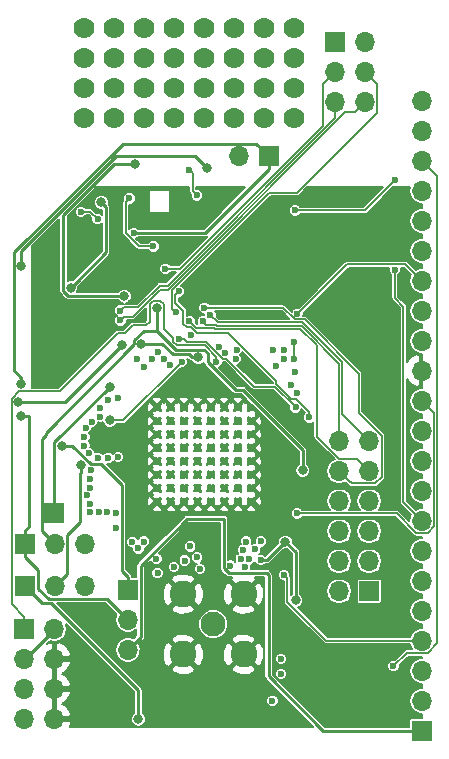
<source format=gbr>
%TF.GenerationSoftware,KiCad,Pcbnew,(5.0.2)-1*%
%TF.CreationDate,2021-03-08T17:37:58-08:00*%
%TF.ProjectId,scum3c-devboard,7363756d-3363-42d6-9465-76626f617264,rev?*%
%TF.SameCoordinates,Original*%
%TF.FileFunction,Copper,L2,Bot*%
%TF.FilePolarity,Positive*%
%FSLAX46Y46*%
G04 Gerber Fmt 4.6, Leading zero omitted, Abs format (unit mm)*
G04 Created by KiCad (PCBNEW (5.0.2)-1) date 3/8/2021 5:37:58 PM*
%MOMM*%
%LPD*%
G01*
G04 APERTURE LIST*
%TA.AperFunction,ComponentPad*%
%ADD10C,2.100000*%
%TD*%
%TA.AperFunction,ComponentPad*%
%ADD11C,2.250000*%
%TD*%
%TA.AperFunction,ComponentPad*%
%ADD12R,1.700000X1.700000*%
%TD*%
%TA.AperFunction,ComponentPad*%
%ADD13O,1.700000X1.700000*%
%TD*%
%TA.AperFunction,ComponentPad*%
%ADD14C,0.568750*%
%TD*%
%TA.AperFunction,ComponentPad*%
%ADD15C,1.778000*%
%TD*%
%TA.AperFunction,ViaPad*%
%ADD16C,0.800000*%
%TD*%
%TA.AperFunction,ViaPad*%
%ADD17C,0.600000*%
%TD*%
%TA.AperFunction,Conductor*%
%ADD18C,0.254000*%
%TD*%
%TA.AperFunction,Conductor*%
%ADD19C,0.152400*%
%TD*%
%TA.AperFunction,Conductor*%
%ADD20C,0.190500*%
%TD*%
G04 APERTURE END LIST*
D10*
%TO.P,J1,1*%
%TO.N,/RF_IN*%
X212471000Y-119380000D03*
D11*
%TO.P,J1,S1*%
%TO.N,GND*%
X209921000Y-116830000D03*
%TO.P,J1,S2*%
X209921000Y-121930000D03*
%TO.P,J1,S3*%
X215021000Y-121930000D03*
%TO.P,J1,S4*%
X215021000Y-116830000D03*
%TD*%
D12*
%TO.P,J3,1*%
%TO.N,/GPIO4*%
X225679000Y-116586000D03*
D13*
%TO.P,J3,2*%
%TO.N,/GPIO5*%
X223139000Y-116586000D03*
%TO.P,J3,3*%
%TO.N,/GPIO6*%
X225679000Y-114046000D03*
%TO.P,J3,4*%
%TO.N,/GPIO7*%
X223139000Y-114046000D03*
%TO.P,J3,5*%
%TO.N,/GPIO8*%
X225679000Y-111506000D03*
%TO.P,J3,6*%
%TO.N,/GPIO9*%
X223139000Y-111506000D03*
%TO.P,J3,7*%
%TO.N,/GPIO10*%
X225679000Y-108966000D03*
%TO.P,J3,8*%
%TO.N,/GPIO11*%
X223139000Y-108966000D03*
%TO.P,J3,9*%
%TO.N,/GPIO12*%
X225679000Y-106426000D03*
%TO.P,J3,10*%
%TO.N,/GPIO13*%
X223139000Y-106426000D03*
%TO.P,J3,11*%
%TO.N,/GPIO14*%
X225679000Y-103886000D03*
%TO.P,J3,12*%
%TO.N,/GPIO15*%
X223139000Y-103886000D03*
%TD*%
D12*
%TO.P,J11,1*%
%TO.N,+V18IO*%
X199009000Y-109956600D03*
%TD*%
%TO.P,J10,1*%
%TO.N,+VIN*%
X217170000Y-79756000D03*
D13*
%TO.P,J10,2*%
%TO.N,Net-(J10-Pad2)*%
X214630000Y-79756000D03*
%TD*%
D14*
%TO.P,U8,101*%
%TO.N,GND*%
X215678620Y-101013260D03*
X214541120Y-101013260D03*
X213403620Y-101013260D03*
X212266120Y-101013260D03*
X211128620Y-101013260D03*
X209991120Y-101013260D03*
X208853620Y-101013260D03*
X207716120Y-101013260D03*
X215678620Y-102150760D03*
X214541120Y-102150760D03*
X213403620Y-102150760D03*
X212266120Y-102150760D03*
X211128620Y-102150760D03*
X209991120Y-102150760D03*
X208853620Y-102150760D03*
X207716120Y-102150760D03*
X215678620Y-103288260D03*
X214541120Y-103288260D03*
X213403620Y-103288260D03*
X212266120Y-103288260D03*
X211128620Y-103288260D03*
X209991120Y-103288260D03*
X208853620Y-103288260D03*
X207716120Y-103288260D03*
X215678620Y-104425760D03*
X214541120Y-104425760D03*
X213403620Y-104425760D03*
X212266120Y-104425760D03*
X211128620Y-104425760D03*
X209991120Y-104425760D03*
X208853620Y-104425760D03*
X207716120Y-104425760D03*
X215678620Y-105563260D03*
X214541120Y-105563260D03*
X213403620Y-105563260D03*
X212266120Y-105563260D03*
X211128620Y-105563260D03*
X209991120Y-105563260D03*
X208853620Y-105563260D03*
X207716120Y-105563260D03*
X215678620Y-106700760D03*
X214541120Y-106700760D03*
X213403620Y-106700760D03*
X212266120Y-106700760D03*
X211128620Y-106700760D03*
X209991120Y-106700760D03*
X208853620Y-106700760D03*
X207716120Y-106700760D03*
X215678620Y-107838260D03*
X214541120Y-107838260D03*
X213403620Y-107838260D03*
X212266120Y-107838260D03*
X211128620Y-107838260D03*
X209991120Y-107838260D03*
X208853620Y-107838260D03*
X207716120Y-107838260D03*
X215678620Y-108975760D03*
X214541120Y-108975760D03*
X213403620Y-108975760D03*
X212266120Y-108975760D03*
X211128620Y-108975760D03*
X209991120Y-108975760D03*
X208853620Y-108975760D03*
X207716120Y-108975760D03*
%TD*%
D12*
%TO.P,J9,1*%
%TO.N,/Tx33*%
X222758000Y-70104000D03*
D13*
%TO.P,J9,2*%
%TO.N,/Rx33*%
X225298000Y-70104000D03*
%TO.P,J9,3*%
%TO.N,/UART/RsTx33*%
X222758000Y-72644000D03*
%TO.P,J9,4*%
%TO.N,/UART/RsRx33*%
X225298000Y-72644000D03*
%TO.P,J9,5*%
%TO.N,/UART/RsTx33USB*%
X222758000Y-75184000D03*
%TO.P,J9,6*%
%TO.N,/UART/RsRx33USB*%
X225298000Y-75184000D03*
%TD*%
D12*
%TO.P,J4,1*%
%TO.N,+TEENSY33*%
X230124000Y-128397000D03*
D13*
%TO.P,J4,2*%
%TO.N,/Teensy Connections/aSCSEL33*%
X230124000Y-125857000D03*
%TO.P,J4,3*%
%TO.N,/Teensy Connections/aSCANIN33*%
X230124000Y-123317000D03*
%TO.P,J4,4*%
%TO.N,/GPIO1*%
X230124000Y-120777000D03*
%TO.P,J4,5*%
%TO.N,/Teensy Connections/Clock33*%
X230124000Y-118237000D03*
%TO.P,J4,6*%
%TO.N,/GPIO2*%
X230124000Y-115697000D03*
%TO.P,J4,7*%
%TO.N,/Teensy Connections/sReset33*%
X230124000Y-113157000D03*
%TO.P,J4,8*%
%TO.N,/Teensy Connections/hReset33*%
X230124000Y-110617000D03*
%TO.P,J4,9*%
%TO.N,/Teensy Connections/3WB_CLK33*%
X230124000Y-108077000D03*
%TO.P,J4,10*%
%TO.N,/Teensy Connections/3WB_ENB33*%
X230124000Y-105537000D03*
%TO.P,J4,11*%
%TO.N,/Teensy Connections/3WB_DATA33*%
X230124000Y-102997000D03*
%TO.P,J4,12*%
%TO.N,/GPIO0*%
X230124000Y-100457000D03*
%TO.P,J4,13*%
%TO.N,GND*%
X230124000Y-97917000D03*
%TO.P,J4,14*%
%TO.N,Net-(J4-Pad14)*%
X230124000Y-95377000D03*
%TO.P,J4,15*%
%TO.N,Net-(J4-Pad15)*%
X230124000Y-92837000D03*
%TO.P,J4,16*%
%TO.N,/GPIO3*%
X230124000Y-90297000D03*
%TO.P,J4,17*%
%TO.N,/Teensy Connections/aPHIb33*%
X230124000Y-87757000D03*
%TO.P,J4,18*%
%TO.N,/Teensy Connections/aPHI33*%
X230124000Y-85217000D03*
%TO.P,J4,19*%
%TO.N,/Teensy Connections/aSCANOUT33*%
X230124000Y-82677000D03*
%TO.P,J4,20*%
%TO.N,/Teensy Connections/aLOAD33*%
X230124000Y-80137000D03*
%TO.P,J4,21*%
%TO.N,/Rx33*%
X230124000Y-77597000D03*
%TO.P,J4,22*%
%TO.N,/Tx33*%
X230124000Y-75057000D03*
%TD*%
D12*
%TO.P,J5,1*%
%TO.N,/Boot_Source_Sel*%
X196469000Y-119761000D03*
D13*
%TO.P,J5,2*%
%TO.N,+VDDD*%
X199009000Y-119761000D03*
%TO.P,J5,3*%
X196469000Y-122301000D03*
%TO.P,J5,4*%
%TO.N,GND*%
X199009000Y-122301000D03*
%TO.P,J5,5*%
%TO.N,+VDDIO*%
X196469000Y-124841000D03*
%TO.P,J5,6*%
%TO.N,GND*%
X199009000Y-124841000D03*
%TO.P,J5,7*%
%TO.N,+VBAT*%
X196469000Y-127381000D03*
%TO.P,J5,8*%
%TO.N,GND*%
X199009000Y-127381000D03*
%TD*%
D12*
%TO.P,J6,1*%
%TO.N,+VIN*%
X196494400Y-112547400D03*
D13*
%TO.P,J6,2*%
%TO.N,+VDDIO*%
X199034400Y-112547400D03*
%TO.P,J6,3*%
%TO.N,+VBAT*%
X201574400Y-112547400D03*
%TD*%
%TO.P,J7,3*%
%TO.N,+VBAT*%
X201574400Y-116154200D03*
%TO.P,J7,2*%
%TO.N,+VDDD*%
X199034400Y-116154200D03*
D12*
%TO.P,J7,1*%
%TO.N,/1Vin*%
X196494400Y-116154200D03*
%TD*%
%TO.P,J8,1*%
%TO.N,+UART33*%
X205232000Y-116459000D03*
D13*
%TO.P,J8,2*%
%TO.N,+VIN*%
X205232000Y-118999000D03*
%TO.P,J8,3*%
%TO.N,+TEENSY33*%
X205232000Y-121539000D03*
%TD*%
D15*
%TO.P,U1,e*%
%TO.N,N/C*%
X201549000Y-76530200D03*
%TO.P,U1,21*%
X201549000Y-73990200D03*
%TO.P,U1,31*%
X201549000Y-71450200D03*
%TO.P,U1,41*%
X201549000Y-68910200D03*
%TO.P,U1,12*%
X204089000Y-76530200D03*
%TO.P,U1,22*%
X204089000Y-73990200D03*
%TO.P,U1,32*%
X204089000Y-71450200D03*
%TO.P,U1,42*%
X204089000Y-68910200D03*
%TO.P,U1,13*%
X206629000Y-76530200D03*
%TO.P,U1,23*%
X206629000Y-73990200D03*
%TO.P,U1,33*%
X206629000Y-71450200D03*
%TO.P,U1,43*%
X206629000Y-68910200D03*
%TO.P,U1,14*%
X209169000Y-76530200D03*
%TO.P,U1,24*%
X209169000Y-73990200D03*
%TO.P,U1,34*%
X209169000Y-71450200D03*
%TO.P,U1,44*%
X209169000Y-68910200D03*
%TO.P,U1,15*%
X211709000Y-76530200D03*
%TO.P,U1,25*%
X211709000Y-73990200D03*
%TO.P,U1,35*%
X211709000Y-71450200D03*
%TO.P,U1,45*%
X211709000Y-68910200D03*
%TO.P,U1,16*%
X214249000Y-76530200D03*
%TO.P,U1,26*%
X214249000Y-73990200D03*
%TO.P,U1,36*%
X214249000Y-71450200D03*
%TO.P,U1,46*%
X214249000Y-68910200D03*
%TO.P,U1,17*%
X216789000Y-76530200D03*
%TO.P,U1,27*%
X216789000Y-73990200D03*
%TO.P,U1,37*%
X216789000Y-71450200D03*
%TO.P,U1,47*%
X216789000Y-68910200D03*
%TO.P,U1,18*%
X219329000Y-76530200D03*
%TO.P,U1,28*%
X219329000Y-73990200D03*
%TO.P,U1,38*%
X219329000Y-71450200D03*
%TO.P,U1,48*%
X219329000Y-68910200D03*
%TD*%
D16*
%TO.N,+UART33*%
X199644000Y-104267000D03*
D17*
%TO.N,GND*%
X219329000Y-110871000D03*
X207670400Y-121602500D03*
X198882000Y-88074500D03*
D16*
X202768200Y-122809000D03*
D17*
X202692000Y-89789000D03*
X227838000Y-83439000D03*
X219329000Y-83312000D03*
X226695000Y-101727000D03*
X215392000Y-97409000D03*
X201930000Y-83693000D03*
X227838000Y-92456000D03*
X215519000Y-93218000D03*
X209550000Y-87757000D03*
X213614000Y-97663000D03*
X220726000Y-102616000D03*
X209931000Y-91948000D03*
X202565000Y-87122000D03*
X201041000Y-86614000D03*
X204343000Y-86360000D03*
X227838000Y-88265000D03*
X227711000Y-119888000D03*
X218567000Y-121031000D03*
X218567000Y-125984000D03*
X217424000Y-127127000D03*
X205359000Y-113411000D03*
D16*
%TO.N,+VBAT*%
X218567000Y-112395000D03*
X219456000Y-117348000D03*
D17*
X216484200Y-113944400D03*
D16*
X211963000Y-80772000D03*
X211201000Y-96774000D03*
X206375000Y-95631000D03*
X196215000Y-89027000D03*
X204724000Y-95758000D03*
X195961000Y-100584000D03*
%TO.N,+VDDD*%
X201295000Y-105918000D03*
%TO.N,+VDDIO*%
X207676000Y-92552000D03*
X220035120Y-106347260D03*
D17*
%TO.N,/GPIO3*%
X219329000Y-96901000D03*
X219583000Y-93091000D03*
X219329000Y-95504000D03*
%TO.N,/GPIO1*%
X218440000Y-115189000D03*
%TO.N,/GPIO12*%
X205359000Y-83312000D03*
X207391000Y-87376000D03*
X210439000Y-93726000D03*
%TO.N,/GPIO14*%
X212217000Y-93218000D03*
%TO.N,/GPIO15*%
X211582000Y-93726000D03*
%TO.N,/GPIO13*%
X210439000Y-80899000D03*
X211709000Y-92583000D03*
X211074000Y-83058000D03*
%TO.N,/GPIO0*%
X219557600Y-109982000D03*
%TO.N,Net-(U8-Pad100)*%
X204216000Y-111226600D03*
%TO.N,Net-(U8-Pad99)*%
X204190600Y-109948880D03*
%TO.N,Net-(U8-Pad98)*%
X203479400Y-109905800D03*
%TO.N,Net-(U8-Pad97)*%
X202742800Y-109905800D03*
%TO.N,Net-(U8-Pad96)*%
X202031600Y-109905800D03*
%TO.N,Net-(U8-Pad95)*%
X202031600Y-109194600D03*
%TO.N,Net-(U8-Pad94)*%
X201803000Y-108458000D03*
%TO.N,Net-(U8-Pad93)*%
X202057000Y-107797600D03*
%TO.N,Net-(U8-Pad91)*%
X202115500Y-106342100D03*
%TO.N,Net-(U8-Pad88)*%
X204406500Y-105219500D03*
%TO.N,Net-(U8-Pad87)*%
X203581000Y-105283000D03*
%TO.N,Net-(U8-Pad86)*%
X202692000Y-105283000D03*
%TO.N,Net-(U8-Pad85)*%
X201930000Y-104902000D03*
%TO.N,Net-(U8-Pad84)*%
X201549000Y-104267000D03*
%TO.N,Net-(U8-Pad83)*%
X201549000Y-103505000D03*
%TO.N,Net-(U8-Pad82)*%
X201676000Y-102743000D03*
%TO.N,Net-(U8-Pad81)*%
X202184000Y-102235000D03*
%TO.N,Net-(U8-Pad79)*%
X202882500Y-101790500D03*
X202882500Y-101790500D03*
%TO.N,Net-(U8-Pad78)*%
X202882500Y-101028500D03*
%TO.N,Net-(U8-Pad77)*%
X203517500Y-100393500D03*
%TO.N,Net-(U8-Pad76)*%
X204351490Y-100194510D03*
%TO.N,Net-(U8-Pad75)*%
X205994000Y-96901000D03*
%TO.N,Net-(U8-Pad74)*%
X206629000Y-97583100D03*
%TO.N,Net-(U8-Pad73)*%
X207264000Y-96901000D03*
%TO.N,Net-(U8-Pad57)*%
X214376000Y-96901000D03*
%TO.N,Net-(U8-Pad54)*%
X217551000Y-96139000D03*
%TO.N,Net-(U8-Pad53)*%
X218440000Y-96139000D03*
%TO.N,Net-(U8-Pad52)*%
X218440000Y-96901000D03*
%TO.N,Net-(U8-Pad51)*%
X217805000Y-97539280D03*
%TO.N,Net-(U8-Pad25)*%
X216497370Y-112357370D03*
%TO.N,Net-(U8-Pad24)*%
X216021169Y-113024169D03*
%TO.N,Net-(U8-Pad23)*%
X215519000Y-113842800D03*
%TO.N,Net-(U8-Pad21)*%
X214960200Y-113080800D03*
%TO.N,Net-(U8-Pad20)*%
X214782400Y-113842800D03*
%TO.N,Net-(U8-Pad19)*%
X215163400Y-114528600D03*
%TO.N,Net-(U8-Pad18)*%
X213893400Y-114401600D03*
%TO.N,Net-(U8-Pad13)*%
X211353400Y-114681000D03*
%TO.N,Net-(U8-Pad9)*%
X210038999Y-113976199D03*
%TO.N,Net-(U8-Pad8)*%
X209118200Y-114528600D03*
%TO.N,Net-(U8-Pad7)*%
X207746600Y-115036600D03*
%TO.N,Net-(U8-Pad6)*%
X207645000Y-113842800D03*
%TO.N,Net-(U8-Pad3)*%
X206121000Y-112953800D03*
%TO.N,Net-(U8-Pad2)*%
X206578200Y-112369600D03*
%TO.N,Net-(U8-Pad1)*%
X205619080Y-112420400D03*
%TO.N,/RsTx*%
X220599000Y-101854000D03*
X209550000Y-91186000D03*
%TO.N,/RsRx*%
X219430600Y-101015800D03*
X209550000Y-95250000D03*
%TO.N,/3WB_DATA*%
X219344000Y-98044000D03*
%TO.N,/3WB_ENB*%
X219075000Y-99130600D03*
%TO.N,/3WB_CLK*%
X219560499Y-99822000D03*
%TO.N,/UART/D_P*%
X201247900Y-84455000D03*
X202666600Y-85064600D03*
D16*
%TO.N,+VUSB*%
X200406000Y-90868500D03*
X202985010Y-83653990D03*
D17*
%TO.N,/aSCSEL*%
X217463978Y-125857000D03*
%TO.N,/aSCANIN*%
X218201000Y-123571000D03*
%TO.N,/aLOAD*%
X218201000Y-122301000D03*
%TO.N,/aSCANOUT*%
X210566000Y-94919800D03*
%TO.N,/aPHI*%
X212979000Y-95885000D03*
%TO.N,/aPHIb*%
X213487000Y-96393000D03*
%TO.N,/Boot_Source_Sel*%
X212725000Y-97155000D03*
%TO.N,/hReset*%
X214433222Y-96139000D03*
D16*
%TO.N,/sReset*%
X203708000Y-102108000D03*
D17*
X209804000Y-97155000D03*
%TO.N,+VIN*%
X205740000Y-86233000D03*
D16*
X196215000Y-99060000D03*
X196138800Y-101727000D03*
%TO.N,/1Vin*%
X206121000Y-127407163D03*
D17*
%TO.N,/Teensy Connections/hReset33*%
X227838000Y-89351600D03*
%TO.N,/Teensy Connections/aSCANOUT33*%
X219385400Y-84328000D03*
X227838000Y-81788000D03*
%TO.N,/Teensy Connections/aLOAD33*%
X227711000Y-122921000D03*
%TO.N,Net-(U8-Pad72)*%
X207803799Y-96361201D03*
%TO.N,Net-(U8-Pad71)*%
X208280000Y-96901000D03*
%TO.N,Net-(U8-Pad70)*%
X208788000Y-97409000D03*
%TO.N,Net-(U8-Pad22)*%
X215239600Y-112369600D03*
%TO.N,Net-(U8-Pad12)*%
X211099400Y-113715800D03*
%TO.N,Net-(U8-Pad10)*%
X210515200Y-112776000D03*
%TO.N,Net-(U8-Pad92)*%
X202057000Y-107061000D03*
%TO.N,/UART/RsTx33*%
X208407000Y-89281000D03*
%TO.N,/UART/RsRx33*%
X209296000Y-92964000D03*
%TO.N,/UART/RsTx33USB*%
X204597000Y-92811600D03*
%TO.N,/UART/RsRx33USB*%
X204597000Y-93649800D03*
D16*
%TO.N,+V18IO*%
X203708000Y-99275038D03*
X204927200Y-91592400D03*
X205867000Y-80391000D03*
%TD*%
D18*
%TO.N,+UART33*%
X202081099Y-105815099D02*
X200533000Y-104267000D01*
X202970099Y-105815099D02*
X202081099Y-105815099D01*
X199644000Y-104267000D02*
X200406000Y-104267000D01*
X205232000Y-116459000D02*
X205232000Y-115355000D01*
X205232000Y-115355000D02*
X204743001Y-114866001D01*
X204743001Y-114866001D02*
X204743001Y-107588001D01*
X204743001Y-107588001D02*
X202970099Y-105815099D01*
X200533000Y-104267000D02*
X200406000Y-104267000D01*
%TO.N,+VBAT*%
X219456000Y-113284000D02*
X218567000Y-112395000D01*
X219456000Y-117348000D02*
X219456000Y-113284000D01*
X217017600Y-113944400D02*
X216484200Y-113944400D01*
X218567000Y-112395000D02*
X217017600Y-113944400D01*
X210635315Y-96774000D02*
X210381315Y-96520000D01*
X211201000Y-96774000D02*
X210635315Y-96774000D01*
X209677000Y-96520000D02*
X209169000Y-96520000D01*
X210381315Y-96520000D02*
X209677000Y-96520000D01*
X209011354Y-96520000D02*
X208122354Y-95631000D01*
X209677000Y-96520000D02*
X209011354Y-96520000D01*
X208122354Y-95631000D02*
X206375000Y-95631000D01*
X206375000Y-95631000D02*
X206375000Y-95631000D01*
X198951315Y-100584000D02*
X195961000Y-100584000D01*
X211563001Y-80372001D02*
X211963000Y-80772000D01*
X210954999Y-79763999D02*
X211563001Y-80372001D01*
X204197395Y-79763999D02*
X210954999Y-79763999D01*
X196215000Y-87746394D02*
X204197395Y-79763999D01*
X196215000Y-89027000D02*
X196215000Y-87746394D01*
X199898000Y-100584000D02*
X198951315Y-100584000D01*
X204724000Y-95758000D02*
X199898000Y-100584000D01*
%TO.N,+VDDD*%
X197318999Y-121578001D02*
X199009000Y-119888000D01*
X196469000Y-122428000D02*
X197318999Y-121578001D01*
X200111401Y-115077199D02*
X199034400Y-116154200D01*
X200111401Y-111800599D02*
X200111401Y-115077199D01*
X201168000Y-110744000D02*
X200111401Y-111800599D01*
X201168000Y-106610685D02*
X201168000Y-110744000D01*
X201295000Y-106483685D02*
X201168000Y-106610685D01*
X201295000Y-105918000D02*
X201295000Y-106483685D01*
%TO.N,+VDDIO*%
X207676000Y-94509580D02*
X207676000Y-92552000D01*
X206568458Y-94509580D02*
X207676000Y-94509580D01*
X199034400Y-112547400D02*
X197931999Y-111444999D01*
X214988605Y-99566408D02*
X220035120Y-104612923D01*
X207676000Y-94509580D02*
X209286419Y-96119999D01*
X209286419Y-96119999D02*
X211707961Y-96119999D01*
X211707961Y-96119999D02*
X211982001Y-96394039D01*
X211982001Y-96394039D02*
X211982001Y-97191963D01*
X220035120Y-104612923D02*
X220035120Y-106347260D01*
X211982001Y-97191963D02*
X214356446Y-99566408D01*
X214356446Y-99566408D02*
X214988605Y-99566408D01*
X205747999Y-95661963D02*
X198263923Y-103146039D01*
X205747999Y-95330039D02*
X205747999Y-95661963D01*
X206568458Y-94509580D02*
X205747999Y-95330039D01*
X198263923Y-103376276D02*
X197931999Y-103708200D01*
X198263923Y-103146039D02*
X198263923Y-103376276D01*
X197931999Y-111444999D02*
X197931999Y-103708200D01*
D19*
%TO.N,/GPIO3*%
X227354601Y-88875399D02*
X228702399Y-88875399D01*
X224560601Y-88875399D02*
X228702399Y-88875399D01*
X219329000Y-96901000D02*
X219329000Y-95504000D01*
X219329000Y-95504000D02*
X219329000Y-95504000D01*
X229274001Y-89447001D02*
X230124000Y-90297000D01*
X228702399Y-88875399D02*
X229274001Y-89447001D01*
X223798601Y-88875399D02*
X228702399Y-88875399D01*
X219583000Y-93091000D02*
X223798601Y-88875399D01*
%TO.N,/GPIO1*%
X228921919Y-120777000D02*
X230124000Y-120777000D01*
X222032222Y-120777000D02*
X228921919Y-120777000D01*
X218739999Y-117484777D02*
X222032222Y-120777000D01*
X218739999Y-115488999D02*
X218739999Y-117484777D01*
X218440000Y-115189000D02*
X218739999Y-115488999D01*
%TO.N,/GPIO12*%
X205059001Y-86256779D02*
X206178222Y-87376000D01*
X205359000Y-83312000D02*
X205059001Y-83611999D01*
X205059001Y-83611999D02*
X205059001Y-86256779D01*
X206178222Y-87376000D02*
X207391000Y-87376000D01*
X207391000Y-87376000D02*
X207391000Y-87376000D01*
X210439000Y-93726000D02*
X210738999Y-94025999D01*
X223134021Y-105399799D02*
X224652799Y-105399799D01*
X221234000Y-103499778D02*
X223134021Y-105399799D01*
X210991409Y-94278409D02*
X212563487Y-94278409D01*
X210439000Y-93726000D02*
X210991409Y-94278409D01*
X212563487Y-94278409D02*
X212646078Y-94361000D01*
X212646078Y-94361000D02*
X219837000Y-94361000D01*
X224652799Y-105399799D02*
X224829001Y-105576001D01*
X219837000Y-94361000D02*
X221234000Y-95758000D01*
X224829001Y-105576001D02*
X225679000Y-106426000D01*
X221234000Y-95758000D02*
X221234000Y-103499778D01*
%TO.N,/GPIO14*%
X212818611Y-93819611D02*
X220009531Y-93819611D01*
X212217000Y-93218000D02*
X212818611Y-93819611D01*
X225679000Y-103886000D02*
X223391410Y-101598410D01*
X223217921Y-97028000D02*
X223217920Y-97028000D01*
X223391410Y-97201489D02*
X223217921Y-97028000D01*
X223391410Y-101598410D02*
X223391410Y-97201489D01*
X220009531Y-93819611D02*
X223217920Y-97028000D01*
%TO.N,/GPIO15*%
X211881999Y-94025999D02*
X211582000Y-93726000D01*
X212668038Y-94025999D02*
X211881999Y-94025999D01*
X212749039Y-94107000D02*
X212668038Y-94025999D01*
X219939960Y-94107000D02*
X212749039Y-94107000D01*
X223139000Y-97306040D02*
X219939960Y-94107000D01*
X223139000Y-103886000D02*
X223139000Y-97306040D01*
%TO.N,/GPIO13*%
X210738999Y-82722999D02*
X211074000Y-83058000D01*
X211074000Y-83058000D02*
X210738999Y-82722999D01*
X210738999Y-81198999D02*
X210439000Y-80899000D01*
X210738999Y-82722999D02*
X210738999Y-81198999D01*
X223988999Y-107275999D02*
X223139000Y-106426000D01*
X224165201Y-107452201D02*
X223988999Y-107275999D01*
X226705201Y-106918577D02*
X226171577Y-107452201D01*
X226705201Y-103393423D02*
X226705201Y-106918577D01*
X224790000Y-101478222D02*
X226705201Y-103393423D01*
X224790000Y-98171000D02*
X224790000Y-101478222D01*
X220186201Y-93567201D02*
X224790000Y-98171000D01*
X219354423Y-93567201D02*
X220186201Y-93567201D01*
X218370222Y-92583000D02*
X219354423Y-93567201D01*
X226171577Y-107452201D02*
X224165201Y-107452201D01*
X211709000Y-92583000D02*
X218370222Y-92583000D01*
%TO.N,/GPIO0*%
X219567801Y-109992201D02*
X219557600Y-109982000D01*
X227980423Y-109992201D02*
X219567801Y-109992201D01*
X229631423Y-111643201D02*
X227980423Y-109992201D01*
X231150201Y-101483201D02*
X231150201Y-108214201D01*
X231174001Y-108238001D02*
X231174001Y-111085777D01*
X231150201Y-108214201D02*
X231174001Y-108238001D01*
X231174001Y-111085777D02*
X230616577Y-111643201D01*
X230124000Y-100457000D02*
X231150201Y-101483201D01*
X230616577Y-111643201D02*
X229631423Y-111643201D01*
%TO.N,/RsTx*%
X219467465Y-100298201D02*
X220599000Y-101429736D01*
X219069961Y-100298201D02*
X219467465Y-100298201D01*
X220599000Y-101429736D02*
X220599000Y-101854000D01*
X217782552Y-99010792D02*
X219069961Y-100298201D01*
X217782552Y-98783552D02*
X217782552Y-99010792D01*
X209550000Y-91186000D02*
X209250001Y-91485999D01*
X209250001Y-91485999D02*
X209250001Y-92156001D01*
X213741000Y-94742000D02*
X217782552Y-98783552D01*
X209250001Y-92156001D02*
X209931000Y-92837000D01*
X209931000Y-92837000D02*
X209931000Y-93922778D01*
X211098040Y-94742000D02*
X213741000Y-94742000D01*
X210558241Y-94202201D02*
X211098040Y-94742000D01*
X210210423Y-94202201D02*
X210558241Y-94202201D01*
X209931000Y-93922778D02*
X210210423Y-94202201D01*
%TO.N,/RsRx*%
X209550000Y-95250000D02*
X209550000Y-95250000D01*
X213556778Y-96901000D02*
X213274725Y-96901000D01*
X215918978Y-99263200D02*
X213556778Y-96901000D01*
X217678000Y-99263200D02*
X215918978Y-99263200D01*
X219430600Y-101015800D02*
X217678000Y-99263200D01*
X211879315Y-95505590D02*
X212080925Y-95707200D01*
X210229854Y-95505590D02*
X211879315Y-95505590D01*
X209974264Y-95250000D02*
X210229854Y-95505590D01*
X209550000Y-95250000D02*
X209974264Y-95250000D01*
X213274725Y-96901000D02*
X212080925Y-95707200D01*
%TO.N,/UART/D_P*%
X202057000Y-84455000D02*
X202666600Y-85064600D01*
X201247900Y-84455000D02*
X202057000Y-84455000D01*
D18*
%TO.N,+VUSB*%
X200805999Y-90468501D02*
X200406000Y-90868500D01*
X203385009Y-87889491D02*
X200805999Y-90468501D01*
X203385009Y-84053989D02*
X203385009Y-87889491D01*
X202985010Y-83653990D02*
X203385009Y-84053989D01*
D19*
%TO.N,/Boot_Source_Sel*%
X212725000Y-96708236D02*
X211774764Y-95758000D01*
X212725000Y-97155000D02*
X212725000Y-96708236D01*
X211774764Y-95758000D02*
X211201000Y-95758000D01*
X211201000Y-95758000D02*
X209804000Y-95758000D01*
X209353222Y-95758000D02*
X209042000Y-95446778D01*
X209804000Y-95758000D02*
X209353222Y-95758000D01*
X209042000Y-95446778D02*
X209042000Y-95123000D01*
X207952577Y-91975799D02*
X207363201Y-91975799D01*
X208252201Y-92275423D02*
X207952577Y-91975799D01*
X209042000Y-95123000D02*
X208252201Y-94333201D01*
X208252201Y-94333201D02*
X208252201Y-92275423D01*
X207099799Y-92239201D02*
X207099799Y-93763201D01*
X207363201Y-91975799D02*
X207099799Y-92239201D01*
X205638377Y-94075201D02*
X204971578Y-94742000D01*
X207099799Y-93763201D02*
X206787799Y-94075201D01*
X206787799Y-94075201D02*
X205638377Y-94075201D01*
X204364513Y-94742000D02*
X204971578Y-94742000D01*
X196469000Y-119761000D02*
X196469000Y-118758600D01*
X196469000Y-118758600D02*
X195384799Y-117674399D01*
X195384799Y-117674399D02*
X195384799Y-100271201D01*
X196019799Y-99636201D02*
X199470312Y-99636201D01*
X199470312Y-99636201D02*
X204364513Y-94742000D01*
X195384799Y-100271201D02*
X196019799Y-99636201D01*
%TO.N,/sReset*%
X204851000Y-102108000D02*
X203708000Y-102108000D01*
X209804000Y-97155000D02*
X204851000Y-102108000D01*
D18*
%TO.N,+VIN*%
X196494400Y-113651400D02*
X196494400Y-112547400D01*
X197661210Y-114818210D02*
X196494400Y-113651400D01*
X197661210Y-116374972D02*
X197661210Y-114818210D01*
X198517439Y-117231201D02*
X197661210Y-116374972D01*
X205232000Y-118999000D02*
X203464201Y-117231201D01*
X217170000Y-80860000D02*
X217170000Y-79756000D01*
X211797000Y-86233000D02*
X217170000Y-80860000D01*
X196494400Y-111443400D02*
X196850000Y-111087800D01*
X196494400Y-112547400D02*
X196494400Y-111443400D01*
X196850000Y-111087800D02*
X196850000Y-101727000D01*
X196850000Y-101727000D02*
X196850000Y-101727000D01*
X216092999Y-78678999D02*
X217170000Y-79756000D01*
X204781750Y-78678999D02*
X216092999Y-78678999D01*
X195587999Y-87872750D02*
X204781750Y-78678999D01*
X195587999Y-97867314D02*
X195587999Y-87872750D01*
X196215000Y-98494315D02*
X195587999Y-97867314D01*
X196215000Y-99060000D02*
X196215000Y-98494315D01*
X205740000Y-86233000D02*
X211797000Y-86233000D01*
X198517439Y-117231201D02*
X203464201Y-117231201D01*
X196850000Y-101727000D02*
X196138800Y-101727000D01*
%TO.N,/1Vin*%
X206121000Y-127407163D02*
X206121000Y-124968000D01*
X198738209Y-117585209D02*
X206121000Y-124968000D01*
X197925409Y-117585209D02*
X198738209Y-117585209D01*
X196494400Y-116154200D02*
X197925409Y-117585209D01*
D19*
%TO.N,/Teensy Connections/hReset33*%
X228565999Y-109058999D02*
X228565999Y-106426000D01*
X230124000Y-110617000D02*
X228565999Y-109058999D01*
X228565999Y-97559684D02*
X228565999Y-106426000D01*
X228565999Y-106426000D02*
X228565999Y-106645999D01*
X228565999Y-92479221D02*
X228565999Y-97559684D01*
X227838000Y-91751222D02*
X228565999Y-92479221D01*
X227838000Y-89351600D02*
X227838000Y-91751222D01*
%TO.N,/Teensy Connections/aSCANOUT33*%
X225298000Y-84328000D02*
X227838000Y-81788000D01*
X219385400Y-84328000D02*
X225298000Y-84328000D01*
%TO.N,/Teensy Connections/aLOAD33*%
X230973999Y-80986999D02*
X230124000Y-80137000D01*
X231426411Y-81439411D02*
X230973999Y-80986999D01*
X231426411Y-120993367D02*
X231426411Y-81439411D01*
X230616577Y-121803201D02*
X231426411Y-120993367D01*
X228828799Y-121803201D02*
X230616577Y-121803201D01*
X227711000Y-122921000D02*
X228828799Y-121803201D01*
%TO.N,/Teensy Connections/sReset33*%
X230124000Y-113157000D02*
X230515201Y-113157000D01*
%TO.N,/UART/RsTx33*%
X221908001Y-73493999D02*
X222758000Y-72644000D01*
X221731799Y-73670201D02*
X221908001Y-73493999D01*
X221731799Y-77211363D02*
X221731799Y-73670201D01*
X209662162Y-89281000D02*
X221731799Y-77211363D01*
X208407000Y-89281000D02*
X209662162Y-89281000D01*
%TO.N,/UART/RsRx33*%
X209296000Y-92964000D02*
X208996001Y-92664001D01*
X208996001Y-92664001D02*
X208996001Y-91035221D01*
X217195423Y-82835799D02*
X208996001Y-91035221D01*
X219551201Y-82835799D02*
X217195423Y-82835799D01*
X226324201Y-76062799D02*
X219551201Y-82835799D01*
X226324201Y-73670201D02*
X226324201Y-76062799D01*
X225298000Y-72644000D02*
X226324201Y-73670201D01*
%TO.N,/UART/RsTx33USB*%
X222758000Y-76386081D02*
X222758000Y-75184000D01*
X208590323Y-90709799D02*
X222758000Y-76542122D01*
X207915281Y-90709799D02*
X208590323Y-90709799D01*
X222758000Y-76542122D02*
X222758000Y-76386081D01*
X206113479Y-92511601D02*
X207915281Y-90709799D01*
X204896999Y-92511601D02*
X206113479Y-92511601D01*
X204597000Y-92811600D02*
X204896999Y-92511601D01*
%TO.N,/UART/RsRx33USB*%
X204597000Y-93649800D02*
X204896999Y-93349801D01*
X204896999Y-93349801D02*
X205632239Y-93349801D01*
X205632239Y-93349801D02*
X207923040Y-91059000D01*
X207923040Y-91059000D02*
X208598082Y-91059000D01*
X224448001Y-76033999D02*
X225298000Y-75184000D01*
X208598082Y-91059000D02*
X223623083Y-76033999D01*
X223623083Y-76033999D02*
X224448001Y-76033999D01*
D18*
%TO.N,+TEENSY33*%
X230124000Y-128397000D02*
X223012000Y-128397000D01*
X206309001Y-120461999D02*
X205232000Y-121539000D01*
X206309001Y-114398837D02*
X206309001Y-120461999D01*
X210217838Y-110490000D02*
X206309001Y-114398837D01*
X213360000Y-110490000D02*
X210217838Y-110490000D01*
X213360000Y-114648162D02*
X213360000Y-110490000D01*
X221759962Y-128397000D02*
X217143010Y-123780048D01*
X223012000Y-128397000D02*
X221759962Y-128397000D01*
X217143010Y-123780048D02*
X217143010Y-115214400D01*
X217143010Y-115214400D02*
X216984211Y-115055601D01*
X216984211Y-115055601D02*
X213767439Y-115055601D01*
X213767439Y-115055601D02*
X213360000Y-114648162D01*
%TO.N,+V18IO*%
X199009000Y-103974038D02*
X203708000Y-99275038D01*
X199009000Y-109956600D02*
X199009000Y-103974038D01*
X203708000Y-99275038D02*
X203708000Y-99275038D01*
X199778999Y-84683039D02*
X204071038Y-80391000D01*
X199778999Y-91169461D02*
X199778999Y-84683039D01*
X204071038Y-80391000D02*
X205867000Y-80391000D01*
X205867000Y-80391000D02*
X205867000Y-80391000D01*
X200201938Y-91592400D02*
X199778999Y-91169461D01*
X204927200Y-91592400D02*
X200201938Y-91592400D01*
%TD*%
D20*
%TO.N,GND*%
G36*
X213010750Y-114613769D02*
X213003909Y-114648162D01*
X213010750Y-114682555D01*
X213010750Y-114682558D01*
X213031014Y-114784432D01*
X213108205Y-114899956D01*
X213137366Y-114919441D01*
X213496159Y-115278235D01*
X213515644Y-115307396D01*
X213631168Y-115384587D01*
X213733042Y-115404851D01*
X213767439Y-115411693D01*
X213801836Y-115404851D01*
X214078887Y-115404851D01*
X213999438Y-115583931D01*
X215021000Y-116605494D01*
X216042562Y-115583931D01*
X215963113Y-115404851D01*
X216793761Y-115404851D01*
X216793760Y-123745655D01*
X216786919Y-123780048D01*
X216793760Y-123814441D01*
X216793760Y-123814444D01*
X216814024Y-123916318D01*
X216891215Y-124031842D01*
X216920376Y-124051327D01*
X220916798Y-128047750D01*
X200293318Y-128047750D01*
X200410934Y-127763773D01*
X200301727Y-127539750D01*
X199167750Y-127539750D01*
X199167750Y-127559750D01*
X198850250Y-127559750D01*
X198850250Y-127539750D01*
X198830250Y-127539750D01*
X198830250Y-127222250D01*
X198850250Y-127222250D01*
X198850250Y-124999750D01*
X199167750Y-124999750D01*
X199167750Y-127222250D01*
X200301727Y-127222250D01*
X200410934Y-126998227D01*
X200270989Y-126660337D01*
X199899140Y-126232252D01*
X199656173Y-126111000D01*
X199899140Y-125989748D01*
X200270989Y-125561663D01*
X200410934Y-125223773D01*
X200301727Y-124999750D01*
X199167750Y-124999750D01*
X198850250Y-124999750D01*
X198830250Y-124999750D01*
X198830250Y-124682250D01*
X198850250Y-124682250D01*
X198850250Y-122459750D01*
X199167750Y-122459750D01*
X199167750Y-124682250D01*
X200301727Y-124682250D01*
X200410934Y-124458227D01*
X200270989Y-124120337D01*
X199899140Y-123692252D01*
X199656173Y-123571000D01*
X199899140Y-123449748D01*
X200270989Y-123021663D01*
X200410934Y-122683773D01*
X200301727Y-122459750D01*
X199167750Y-122459750D01*
X198850250Y-122459750D01*
X198830250Y-122459750D01*
X198830250Y-122142250D01*
X198850250Y-122142250D01*
X198850250Y-121007246D01*
X199167750Y-121007246D01*
X199167750Y-122142250D01*
X200301727Y-122142250D01*
X200410934Y-121918227D01*
X200270989Y-121580337D01*
X199899140Y-121152252D01*
X199391775Y-120899053D01*
X199167750Y-121007246D01*
X198850250Y-121007246D01*
X198626225Y-120899053D01*
X198358007Y-121032906D01*
X198615024Y-120775889D01*
X198903395Y-120833250D01*
X199114605Y-120833250D01*
X199427371Y-120771037D01*
X199782049Y-120534049D01*
X200019037Y-120179371D01*
X200102256Y-119761000D01*
X200023338Y-119364251D01*
X205771751Y-125112665D01*
X205771750Y-126878308D01*
X205768523Y-126879645D01*
X205593482Y-127054686D01*
X205498750Y-127283390D01*
X205498750Y-127530936D01*
X205593482Y-127759640D01*
X205768523Y-127934681D01*
X205997227Y-128029413D01*
X206244773Y-128029413D01*
X206473477Y-127934681D01*
X206648518Y-127759640D01*
X206743250Y-127530936D01*
X206743250Y-127283390D01*
X206648518Y-127054686D01*
X206473477Y-126879645D01*
X206470250Y-126878308D01*
X206470250Y-125753118D01*
X216941728Y-125753118D01*
X216941728Y-125960882D01*
X217021236Y-126152831D01*
X217168147Y-126299742D01*
X217360096Y-126379250D01*
X217567860Y-126379250D01*
X217759809Y-126299742D01*
X217906720Y-126152831D01*
X217986228Y-125960882D01*
X217986228Y-125753118D01*
X217906720Y-125561169D01*
X217759809Y-125414258D01*
X217567860Y-125334750D01*
X217360096Y-125334750D01*
X217168147Y-125414258D01*
X217021236Y-125561169D01*
X216941728Y-125753118D01*
X206470250Y-125753118D01*
X206470250Y-125002392D01*
X206477091Y-124967999D01*
X206470250Y-124933606D01*
X206470250Y-124933603D01*
X206449986Y-124831729D01*
X206372795Y-124716205D01*
X206343634Y-124696720D01*
X204822983Y-123176069D01*
X208899438Y-123176069D01*
X209017902Y-123443089D01*
X209665680Y-123673512D01*
X210352329Y-123638502D01*
X210824098Y-123443089D01*
X210942562Y-123176069D01*
X213999438Y-123176069D01*
X214117902Y-123443089D01*
X214765680Y-123673512D01*
X215452329Y-123638502D01*
X215924098Y-123443089D01*
X216042562Y-123176069D01*
X215021000Y-122154506D01*
X213999438Y-123176069D01*
X210942562Y-123176069D01*
X209921000Y-122154506D01*
X208899438Y-123176069D01*
X204822983Y-123176069D01*
X199227364Y-117580451D01*
X203319538Y-117580451D01*
X204261117Y-118522031D01*
X204221963Y-118580629D01*
X204138744Y-118999000D01*
X204221963Y-119417371D01*
X204458951Y-119772049D01*
X204813629Y-120009037D01*
X205126395Y-120071250D01*
X205337605Y-120071250D01*
X205650371Y-120009037D01*
X205959752Y-119802316D01*
X205959752Y-120317334D01*
X205708969Y-120568117D01*
X205650371Y-120528963D01*
X205337605Y-120466750D01*
X205126395Y-120466750D01*
X204813629Y-120528963D01*
X204458951Y-120765951D01*
X204221963Y-121120629D01*
X204138744Y-121539000D01*
X204221963Y-121957371D01*
X204458951Y-122312049D01*
X204813629Y-122549037D01*
X205126395Y-122611250D01*
X205337605Y-122611250D01*
X205650371Y-122549037D01*
X206005049Y-122312049D01*
X206242037Y-121957371D01*
X206298267Y-121674680D01*
X208177488Y-121674680D01*
X208212498Y-122361329D01*
X208407911Y-122833098D01*
X208674931Y-122951562D01*
X209696494Y-121930000D01*
X210145506Y-121930000D01*
X211167069Y-122951562D01*
X211434089Y-122833098D01*
X211664512Y-122185320D01*
X211638477Y-121674680D01*
X213277488Y-121674680D01*
X213312498Y-122361329D01*
X213507911Y-122833098D01*
X213774931Y-122951562D01*
X214796494Y-121930000D01*
X215245506Y-121930000D01*
X216267069Y-122951562D01*
X216534089Y-122833098D01*
X216764512Y-122185320D01*
X216729502Y-121498671D01*
X216534089Y-121026902D01*
X216267069Y-120908438D01*
X215245506Y-121930000D01*
X214796494Y-121930000D01*
X213774931Y-120908438D01*
X213507911Y-121026902D01*
X213277488Y-121674680D01*
X211638477Y-121674680D01*
X211629502Y-121498671D01*
X211434089Y-121026902D01*
X211167069Y-120908438D01*
X210145506Y-121930000D01*
X209696494Y-121930000D01*
X208674931Y-120908438D01*
X208407911Y-121026902D01*
X208177488Y-121674680D01*
X206298267Y-121674680D01*
X206325256Y-121539000D01*
X206242037Y-121120629D01*
X206202883Y-121062031D01*
X206531635Y-120733279D01*
X206560796Y-120713794D01*
X206580749Y-120683931D01*
X208899438Y-120683931D01*
X209921000Y-121705494D01*
X210942562Y-120683931D01*
X213999438Y-120683931D01*
X215021000Y-121705494D01*
X216042562Y-120683931D01*
X215924098Y-120416911D01*
X215276320Y-120186488D01*
X214589671Y-120221498D01*
X214117902Y-120416911D01*
X213999438Y-120683931D01*
X210942562Y-120683931D01*
X210824098Y-120416911D01*
X210176320Y-120186488D01*
X209489671Y-120221498D01*
X209017902Y-120416911D01*
X208899438Y-120683931D01*
X206580749Y-120683931D01*
X206637987Y-120598270D01*
X206658251Y-120496396D01*
X206658251Y-120496393D01*
X206665092Y-120462000D01*
X206658251Y-120427607D01*
X206658251Y-119126934D01*
X211198750Y-119126934D01*
X211198750Y-119633066D01*
X211392438Y-120100672D01*
X211750328Y-120458562D01*
X212217934Y-120652250D01*
X212724066Y-120652250D01*
X213191672Y-120458562D01*
X213549562Y-120100672D01*
X213743250Y-119633066D01*
X213743250Y-119126934D01*
X213549562Y-118659328D01*
X213191672Y-118301438D01*
X212724066Y-118107750D01*
X212217934Y-118107750D01*
X211750328Y-118301438D01*
X211392438Y-118659328D01*
X211198750Y-119126934D01*
X206658251Y-119126934D01*
X206658251Y-118076069D01*
X208899438Y-118076069D01*
X209017902Y-118343089D01*
X209665680Y-118573512D01*
X210352329Y-118538502D01*
X210824098Y-118343089D01*
X210942562Y-118076069D01*
X213999438Y-118076069D01*
X214117902Y-118343089D01*
X214765680Y-118573512D01*
X215452329Y-118538502D01*
X215924098Y-118343089D01*
X216042562Y-118076069D01*
X215021000Y-117054506D01*
X213999438Y-118076069D01*
X210942562Y-118076069D01*
X209921000Y-117054506D01*
X208899438Y-118076069D01*
X206658251Y-118076069D01*
X206658251Y-116574680D01*
X208177488Y-116574680D01*
X208212498Y-117261329D01*
X208407911Y-117733098D01*
X208674931Y-117851562D01*
X209696494Y-116830000D01*
X210145506Y-116830000D01*
X211167069Y-117851562D01*
X211434089Y-117733098D01*
X211664512Y-117085320D01*
X211638477Y-116574680D01*
X213277488Y-116574680D01*
X213312498Y-117261329D01*
X213507911Y-117733098D01*
X213774931Y-117851562D01*
X214796494Y-116830000D01*
X215245506Y-116830000D01*
X216267069Y-117851562D01*
X216534089Y-117733098D01*
X216764512Y-117085320D01*
X216729502Y-116398671D01*
X216534089Y-115926902D01*
X216267069Y-115808438D01*
X215245506Y-116830000D01*
X214796494Y-116830000D01*
X213774931Y-115808438D01*
X213507911Y-115926902D01*
X213277488Y-116574680D01*
X211638477Y-116574680D01*
X211629502Y-116398671D01*
X211434089Y-115926902D01*
X211167069Y-115808438D01*
X210145506Y-116830000D01*
X209696494Y-116830000D01*
X208674931Y-115808438D01*
X208407911Y-115926902D01*
X208177488Y-116574680D01*
X206658251Y-116574680D01*
X206658251Y-115583931D01*
X208899438Y-115583931D01*
X209921000Y-116605494D01*
X210942562Y-115583931D01*
X210824098Y-115316911D01*
X210176320Y-115086488D01*
X209489671Y-115121498D01*
X209017902Y-115316911D01*
X208899438Y-115583931D01*
X206658251Y-115583931D01*
X206658251Y-114932718D01*
X207224350Y-114932718D01*
X207224350Y-115140482D01*
X207303858Y-115332431D01*
X207450769Y-115479342D01*
X207642718Y-115558850D01*
X207850482Y-115558850D01*
X208042431Y-115479342D01*
X208189342Y-115332431D01*
X208268850Y-115140482D01*
X208268850Y-114932718D01*
X208189342Y-114740769D01*
X208042431Y-114593858D01*
X207850482Y-114514350D01*
X207642718Y-114514350D01*
X207450769Y-114593858D01*
X207303858Y-114740769D01*
X207224350Y-114932718D01*
X206658251Y-114932718D01*
X206658251Y-114543500D01*
X206777033Y-114424718D01*
X208595950Y-114424718D01*
X208595950Y-114632482D01*
X208675458Y-114824431D01*
X208822369Y-114971342D01*
X209014318Y-115050850D01*
X209222082Y-115050850D01*
X209414031Y-114971342D01*
X209560942Y-114824431D01*
X209640450Y-114632482D01*
X209640450Y-114424718D01*
X209560942Y-114232769D01*
X209414031Y-114085858D01*
X209222082Y-114006350D01*
X209014318Y-114006350D01*
X208822369Y-114085858D01*
X208675458Y-114232769D01*
X208595950Y-114424718D01*
X206777033Y-114424718D01*
X207161505Y-114040246D01*
X207202258Y-114138631D01*
X207349169Y-114285542D01*
X207541118Y-114365050D01*
X207748882Y-114365050D01*
X207940831Y-114285542D01*
X208087742Y-114138631D01*
X208167250Y-113946682D01*
X208167250Y-113872317D01*
X209516749Y-113872317D01*
X209516749Y-114080081D01*
X209596257Y-114272030D01*
X209743168Y-114418941D01*
X209935117Y-114498449D01*
X210142881Y-114498449D01*
X210334830Y-114418941D01*
X210481741Y-114272030D01*
X210561249Y-114080081D01*
X210561249Y-113872317D01*
X210481741Y-113680368D01*
X210413291Y-113611918D01*
X210577150Y-113611918D01*
X210577150Y-113819682D01*
X210656658Y-114011631D01*
X210803569Y-114158542D01*
X210995518Y-114238050D01*
X211058071Y-114238050D01*
X211057569Y-114238258D01*
X210910658Y-114385169D01*
X210831150Y-114577118D01*
X210831150Y-114784882D01*
X210910658Y-114976831D01*
X211057569Y-115123742D01*
X211249518Y-115203250D01*
X211457282Y-115203250D01*
X211649231Y-115123742D01*
X211796142Y-114976831D01*
X211875650Y-114784882D01*
X211875650Y-114577118D01*
X211796142Y-114385169D01*
X211649231Y-114238258D01*
X211457282Y-114158750D01*
X211394729Y-114158750D01*
X211395231Y-114158542D01*
X211542142Y-114011631D01*
X211621650Y-113819682D01*
X211621650Y-113611918D01*
X211542142Y-113419969D01*
X211395231Y-113273058D01*
X211203282Y-113193550D01*
X210995518Y-113193550D01*
X210803569Y-113273058D01*
X210656658Y-113419969D01*
X210577150Y-113611918D01*
X210413291Y-113611918D01*
X210334830Y-113533457D01*
X210142881Y-113453949D01*
X209935117Y-113453949D01*
X209743168Y-113533457D01*
X209596257Y-113680368D01*
X209516749Y-113872317D01*
X208167250Y-113872317D01*
X208167250Y-113738918D01*
X208087742Y-113546969D01*
X207940831Y-113400058D01*
X207842446Y-113359305D01*
X208529633Y-112672118D01*
X209992950Y-112672118D01*
X209992950Y-112879882D01*
X210072458Y-113071831D01*
X210219369Y-113218742D01*
X210411318Y-113298250D01*
X210619082Y-113298250D01*
X210811031Y-113218742D01*
X210957942Y-113071831D01*
X211037450Y-112879882D01*
X211037450Y-112672118D01*
X210957942Y-112480169D01*
X210811031Y-112333258D01*
X210619082Y-112253750D01*
X210411318Y-112253750D01*
X210219369Y-112333258D01*
X210072458Y-112480169D01*
X209992950Y-112672118D01*
X208529633Y-112672118D01*
X210362502Y-110839250D01*
X213010751Y-110839250D01*
X213010750Y-114613769D01*
X213010750Y-114613769D01*
G37*
X213010750Y-114613769D02*
X213003909Y-114648162D01*
X213010750Y-114682555D01*
X213010750Y-114682558D01*
X213031014Y-114784432D01*
X213108205Y-114899956D01*
X213137366Y-114919441D01*
X213496159Y-115278235D01*
X213515644Y-115307396D01*
X213631168Y-115384587D01*
X213733042Y-115404851D01*
X213767439Y-115411693D01*
X213801836Y-115404851D01*
X214078887Y-115404851D01*
X213999438Y-115583931D01*
X215021000Y-116605494D01*
X216042562Y-115583931D01*
X215963113Y-115404851D01*
X216793761Y-115404851D01*
X216793760Y-123745655D01*
X216786919Y-123780048D01*
X216793760Y-123814441D01*
X216793760Y-123814444D01*
X216814024Y-123916318D01*
X216891215Y-124031842D01*
X216920376Y-124051327D01*
X220916798Y-128047750D01*
X200293318Y-128047750D01*
X200410934Y-127763773D01*
X200301727Y-127539750D01*
X199167750Y-127539750D01*
X199167750Y-127559750D01*
X198850250Y-127559750D01*
X198850250Y-127539750D01*
X198830250Y-127539750D01*
X198830250Y-127222250D01*
X198850250Y-127222250D01*
X198850250Y-124999750D01*
X199167750Y-124999750D01*
X199167750Y-127222250D01*
X200301727Y-127222250D01*
X200410934Y-126998227D01*
X200270989Y-126660337D01*
X199899140Y-126232252D01*
X199656173Y-126111000D01*
X199899140Y-125989748D01*
X200270989Y-125561663D01*
X200410934Y-125223773D01*
X200301727Y-124999750D01*
X199167750Y-124999750D01*
X198850250Y-124999750D01*
X198830250Y-124999750D01*
X198830250Y-124682250D01*
X198850250Y-124682250D01*
X198850250Y-122459750D01*
X199167750Y-122459750D01*
X199167750Y-124682250D01*
X200301727Y-124682250D01*
X200410934Y-124458227D01*
X200270989Y-124120337D01*
X199899140Y-123692252D01*
X199656173Y-123571000D01*
X199899140Y-123449748D01*
X200270989Y-123021663D01*
X200410934Y-122683773D01*
X200301727Y-122459750D01*
X199167750Y-122459750D01*
X198850250Y-122459750D01*
X198830250Y-122459750D01*
X198830250Y-122142250D01*
X198850250Y-122142250D01*
X198850250Y-121007246D01*
X199167750Y-121007246D01*
X199167750Y-122142250D01*
X200301727Y-122142250D01*
X200410934Y-121918227D01*
X200270989Y-121580337D01*
X199899140Y-121152252D01*
X199391775Y-120899053D01*
X199167750Y-121007246D01*
X198850250Y-121007246D01*
X198626225Y-120899053D01*
X198358007Y-121032906D01*
X198615024Y-120775889D01*
X198903395Y-120833250D01*
X199114605Y-120833250D01*
X199427371Y-120771037D01*
X199782049Y-120534049D01*
X200019037Y-120179371D01*
X200102256Y-119761000D01*
X200023338Y-119364251D01*
X205771751Y-125112665D01*
X205771750Y-126878308D01*
X205768523Y-126879645D01*
X205593482Y-127054686D01*
X205498750Y-127283390D01*
X205498750Y-127530936D01*
X205593482Y-127759640D01*
X205768523Y-127934681D01*
X205997227Y-128029413D01*
X206244773Y-128029413D01*
X206473477Y-127934681D01*
X206648518Y-127759640D01*
X206743250Y-127530936D01*
X206743250Y-127283390D01*
X206648518Y-127054686D01*
X206473477Y-126879645D01*
X206470250Y-126878308D01*
X206470250Y-125753118D01*
X216941728Y-125753118D01*
X216941728Y-125960882D01*
X217021236Y-126152831D01*
X217168147Y-126299742D01*
X217360096Y-126379250D01*
X217567860Y-126379250D01*
X217759809Y-126299742D01*
X217906720Y-126152831D01*
X217986228Y-125960882D01*
X217986228Y-125753118D01*
X217906720Y-125561169D01*
X217759809Y-125414258D01*
X217567860Y-125334750D01*
X217360096Y-125334750D01*
X217168147Y-125414258D01*
X217021236Y-125561169D01*
X216941728Y-125753118D01*
X206470250Y-125753118D01*
X206470250Y-125002392D01*
X206477091Y-124967999D01*
X206470250Y-124933606D01*
X206470250Y-124933603D01*
X206449986Y-124831729D01*
X206372795Y-124716205D01*
X206343634Y-124696720D01*
X204822983Y-123176069D01*
X208899438Y-123176069D01*
X209017902Y-123443089D01*
X209665680Y-123673512D01*
X210352329Y-123638502D01*
X210824098Y-123443089D01*
X210942562Y-123176069D01*
X213999438Y-123176069D01*
X214117902Y-123443089D01*
X214765680Y-123673512D01*
X215452329Y-123638502D01*
X215924098Y-123443089D01*
X216042562Y-123176069D01*
X215021000Y-122154506D01*
X213999438Y-123176069D01*
X210942562Y-123176069D01*
X209921000Y-122154506D01*
X208899438Y-123176069D01*
X204822983Y-123176069D01*
X199227364Y-117580451D01*
X203319538Y-117580451D01*
X204261117Y-118522031D01*
X204221963Y-118580629D01*
X204138744Y-118999000D01*
X204221963Y-119417371D01*
X204458951Y-119772049D01*
X204813629Y-120009037D01*
X205126395Y-120071250D01*
X205337605Y-120071250D01*
X205650371Y-120009037D01*
X205959752Y-119802316D01*
X205959752Y-120317334D01*
X205708969Y-120568117D01*
X205650371Y-120528963D01*
X205337605Y-120466750D01*
X205126395Y-120466750D01*
X204813629Y-120528963D01*
X204458951Y-120765951D01*
X204221963Y-121120629D01*
X204138744Y-121539000D01*
X204221963Y-121957371D01*
X204458951Y-122312049D01*
X204813629Y-122549037D01*
X205126395Y-122611250D01*
X205337605Y-122611250D01*
X205650371Y-122549037D01*
X206005049Y-122312049D01*
X206242037Y-121957371D01*
X206298267Y-121674680D01*
X208177488Y-121674680D01*
X208212498Y-122361329D01*
X208407911Y-122833098D01*
X208674931Y-122951562D01*
X209696494Y-121930000D01*
X210145506Y-121930000D01*
X211167069Y-122951562D01*
X211434089Y-122833098D01*
X211664512Y-122185320D01*
X211638477Y-121674680D01*
X213277488Y-121674680D01*
X213312498Y-122361329D01*
X213507911Y-122833098D01*
X213774931Y-122951562D01*
X214796494Y-121930000D01*
X215245506Y-121930000D01*
X216267069Y-122951562D01*
X216534089Y-122833098D01*
X216764512Y-122185320D01*
X216729502Y-121498671D01*
X216534089Y-121026902D01*
X216267069Y-120908438D01*
X215245506Y-121930000D01*
X214796494Y-121930000D01*
X213774931Y-120908438D01*
X213507911Y-121026902D01*
X213277488Y-121674680D01*
X211638477Y-121674680D01*
X211629502Y-121498671D01*
X211434089Y-121026902D01*
X211167069Y-120908438D01*
X210145506Y-121930000D01*
X209696494Y-121930000D01*
X208674931Y-120908438D01*
X208407911Y-121026902D01*
X208177488Y-121674680D01*
X206298267Y-121674680D01*
X206325256Y-121539000D01*
X206242037Y-121120629D01*
X206202883Y-121062031D01*
X206531635Y-120733279D01*
X206560796Y-120713794D01*
X206580749Y-120683931D01*
X208899438Y-120683931D01*
X209921000Y-121705494D01*
X210942562Y-120683931D01*
X213999438Y-120683931D01*
X215021000Y-121705494D01*
X216042562Y-120683931D01*
X215924098Y-120416911D01*
X215276320Y-120186488D01*
X214589671Y-120221498D01*
X214117902Y-120416911D01*
X213999438Y-120683931D01*
X210942562Y-120683931D01*
X210824098Y-120416911D01*
X210176320Y-120186488D01*
X209489671Y-120221498D01*
X209017902Y-120416911D01*
X208899438Y-120683931D01*
X206580749Y-120683931D01*
X206637987Y-120598270D01*
X206658251Y-120496396D01*
X206658251Y-120496393D01*
X206665092Y-120462000D01*
X206658251Y-120427607D01*
X206658251Y-119126934D01*
X211198750Y-119126934D01*
X211198750Y-119633066D01*
X211392438Y-120100672D01*
X211750328Y-120458562D01*
X212217934Y-120652250D01*
X212724066Y-120652250D01*
X213191672Y-120458562D01*
X213549562Y-120100672D01*
X213743250Y-119633066D01*
X213743250Y-119126934D01*
X213549562Y-118659328D01*
X213191672Y-118301438D01*
X212724066Y-118107750D01*
X212217934Y-118107750D01*
X211750328Y-118301438D01*
X211392438Y-118659328D01*
X211198750Y-119126934D01*
X206658251Y-119126934D01*
X206658251Y-118076069D01*
X208899438Y-118076069D01*
X209017902Y-118343089D01*
X209665680Y-118573512D01*
X210352329Y-118538502D01*
X210824098Y-118343089D01*
X210942562Y-118076069D01*
X213999438Y-118076069D01*
X214117902Y-118343089D01*
X214765680Y-118573512D01*
X215452329Y-118538502D01*
X215924098Y-118343089D01*
X216042562Y-118076069D01*
X215021000Y-117054506D01*
X213999438Y-118076069D01*
X210942562Y-118076069D01*
X209921000Y-117054506D01*
X208899438Y-118076069D01*
X206658251Y-118076069D01*
X206658251Y-116574680D01*
X208177488Y-116574680D01*
X208212498Y-117261329D01*
X208407911Y-117733098D01*
X208674931Y-117851562D01*
X209696494Y-116830000D01*
X210145506Y-116830000D01*
X211167069Y-117851562D01*
X211434089Y-117733098D01*
X211664512Y-117085320D01*
X211638477Y-116574680D01*
X213277488Y-116574680D01*
X213312498Y-117261329D01*
X213507911Y-117733098D01*
X213774931Y-117851562D01*
X214796494Y-116830000D01*
X215245506Y-116830000D01*
X216267069Y-117851562D01*
X216534089Y-117733098D01*
X216764512Y-117085320D01*
X216729502Y-116398671D01*
X216534089Y-115926902D01*
X216267069Y-115808438D01*
X215245506Y-116830000D01*
X214796494Y-116830000D01*
X213774931Y-115808438D01*
X213507911Y-115926902D01*
X213277488Y-116574680D01*
X211638477Y-116574680D01*
X211629502Y-116398671D01*
X211434089Y-115926902D01*
X211167069Y-115808438D01*
X210145506Y-116830000D01*
X209696494Y-116830000D01*
X208674931Y-115808438D01*
X208407911Y-115926902D01*
X208177488Y-116574680D01*
X206658251Y-116574680D01*
X206658251Y-115583931D01*
X208899438Y-115583931D01*
X209921000Y-116605494D01*
X210942562Y-115583931D01*
X210824098Y-115316911D01*
X210176320Y-115086488D01*
X209489671Y-115121498D01*
X209017902Y-115316911D01*
X208899438Y-115583931D01*
X206658251Y-115583931D01*
X206658251Y-114932718D01*
X207224350Y-114932718D01*
X207224350Y-115140482D01*
X207303858Y-115332431D01*
X207450769Y-115479342D01*
X207642718Y-115558850D01*
X207850482Y-115558850D01*
X208042431Y-115479342D01*
X208189342Y-115332431D01*
X208268850Y-115140482D01*
X208268850Y-114932718D01*
X208189342Y-114740769D01*
X208042431Y-114593858D01*
X207850482Y-114514350D01*
X207642718Y-114514350D01*
X207450769Y-114593858D01*
X207303858Y-114740769D01*
X207224350Y-114932718D01*
X206658251Y-114932718D01*
X206658251Y-114543500D01*
X206777033Y-114424718D01*
X208595950Y-114424718D01*
X208595950Y-114632482D01*
X208675458Y-114824431D01*
X208822369Y-114971342D01*
X209014318Y-115050850D01*
X209222082Y-115050850D01*
X209414031Y-114971342D01*
X209560942Y-114824431D01*
X209640450Y-114632482D01*
X209640450Y-114424718D01*
X209560942Y-114232769D01*
X209414031Y-114085858D01*
X209222082Y-114006350D01*
X209014318Y-114006350D01*
X208822369Y-114085858D01*
X208675458Y-114232769D01*
X208595950Y-114424718D01*
X206777033Y-114424718D01*
X207161505Y-114040246D01*
X207202258Y-114138631D01*
X207349169Y-114285542D01*
X207541118Y-114365050D01*
X207748882Y-114365050D01*
X207940831Y-114285542D01*
X208087742Y-114138631D01*
X208167250Y-113946682D01*
X208167250Y-113872317D01*
X209516749Y-113872317D01*
X209516749Y-114080081D01*
X209596257Y-114272030D01*
X209743168Y-114418941D01*
X209935117Y-114498449D01*
X210142881Y-114498449D01*
X210334830Y-114418941D01*
X210481741Y-114272030D01*
X210561249Y-114080081D01*
X210561249Y-113872317D01*
X210481741Y-113680368D01*
X210413291Y-113611918D01*
X210577150Y-113611918D01*
X210577150Y-113819682D01*
X210656658Y-114011631D01*
X210803569Y-114158542D01*
X210995518Y-114238050D01*
X211058071Y-114238050D01*
X211057569Y-114238258D01*
X210910658Y-114385169D01*
X210831150Y-114577118D01*
X210831150Y-114784882D01*
X210910658Y-114976831D01*
X211057569Y-115123742D01*
X211249518Y-115203250D01*
X211457282Y-115203250D01*
X211649231Y-115123742D01*
X211796142Y-114976831D01*
X211875650Y-114784882D01*
X211875650Y-114577118D01*
X211796142Y-114385169D01*
X211649231Y-114238258D01*
X211457282Y-114158750D01*
X211394729Y-114158750D01*
X211395231Y-114158542D01*
X211542142Y-114011631D01*
X211621650Y-113819682D01*
X211621650Y-113611918D01*
X211542142Y-113419969D01*
X211395231Y-113273058D01*
X211203282Y-113193550D01*
X210995518Y-113193550D01*
X210803569Y-113273058D01*
X210656658Y-113419969D01*
X210577150Y-113611918D01*
X210413291Y-113611918D01*
X210334830Y-113533457D01*
X210142881Y-113453949D01*
X209935117Y-113453949D01*
X209743168Y-113533457D01*
X209596257Y-113680368D01*
X209516749Y-113872317D01*
X208167250Y-113872317D01*
X208167250Y-113738918D01*
X208087742Y-113546969D01*
X207940831Y-113400058D01*
X207842446Y-113359305D01*
X208529633Y-112672118D01*
X209992950Y-112672118D01*
X209992950Y-112879882D01*
X210072458Y-113071831D01*
X210219369Y-113218742D01*
X210411318Y-113298250D01*
X210619082Y-113298250D01*
X210811031Y-113218742D01*
X210957942Y-113071831D01*
X211037450Y-112879882D01*
X211037450Y-112672118D01*
X210957942Y-112480169D01*
X210811031Y-112333258D01*
X210619082Y-112253750D01*
X210411318Y-112253750D01*
X210219369Y-112333258D01*
X210072458Y-112480169D01*
X209992950Y-112672118D01*
X208529633Y-112672118D01*
X210362502Y-110839250D01*
X213010751Y-110839250D01*
X213010750Y-114613769D01*
G36*
X219106751Y-113428665D02*
X219106750Y-116819145D01*
X219103523Y-116820482D01*
X219038449Y-116885556D01*
X219038449Y-115518389D01*
X219044295Y-115488999D01*
X219021132Y-115372550D01*
X218983955Y-115316911D01*
X218962250Y-115284427D01*
X218962250Y-115085118D01*
X218882742Y-114893169D01*
X218735831Y-114746258D01*
X218543882Y-114666750D01*
X218336118Y-114666750D01*
X218144169Y-114746258D01*
X217997258Y-114893169D01*
X217917750Y-115085118D01*
X217917750Y-115292882D01*
X217997258Y-115484831D01*
X218144169Y-115631742D01*
X218336118Y-115711250D01*
X218441549Y-115711250D01*
X218441550Y-117455383D01*
X218435703Y-117484777D01*
X218457835Y-117596037D01*
X218458867Y-117601226D01*
X218524830Y-117699947D01*
X218549747Y-117716596D01*
X221800403Y-120967253D01*
X221817052Y-120992170D01*
X221915773Y-121058133D01*
X222002832Y-121075450D01*
X222032221Y-121081296D01*
X222061610Y-121075450D01*
X229090109Y-121075450D01*
X229113963Y-121195371D01*
X229320684Y-121504751D01*
X228858189Y-121504751D01*
X228828799Y-121498905D01*
X228799409Y-121504751D01*
X228712350Y-121522068D01*
X228613629Y-121588031D01*
X228596980Y-121612948D01*
X227811179Y-122398750D01*
X227607118Y-122398750D01*
X227415169Y-122478258D01*
X227268258Y-122625169D01*
X227188750Y-122817118D01*
X227188750Y-123024882D01*
X227268258Y-123216831D01*
X227415169Y-123363742D01*
X227607118Y-123443250D01*
X227814882Y-123443250D01*
X228006831Y-123363742D01*
X228153742Y-123216831D01*
X228233250Y-123024882D01*
X228233250Y-122820821D01*
X228952421Y-122101651D01*
X230155750Y-122101651D01*
X230155750Y-122244750D01*
X230018395Y-122244750D01*
X229705629Y-122306963D01*
X229350951Y-122543951D01*
X229113963Y-122898629D01*
X229030744Y-123317000D01*
X229113963Y-123735371D01*
X229350951Y-124090049D01*
X229705629Y-124327037D01*
X230018395Y-124389250D01*
X230155750Y-124389250D01*
X230155750Y-124784750D01*
X230018395Y-124784750D01*
X229705629Y-124846963D01*
X229350951Y-125083951D01*
X229113963Y-125438629D01*
X229030744Y-125857000D01*
X229113963Y-126275371D01*
X229350951Y-126630049D01*
X229705629Y-126867037D01*
X230018395Y-126929250D01*
X230155750Y-126929250D01*
X230155750Y-127320396D01*
X229274000Y-127320396D01*
X229187282Y-127337645D01*
X229113767Y-127386767D01*
X229064645Y-127460282D01*
X229047396Y-127547000D01*
X229047396Y-128047750D01*
X221904626Y-128047750D01*
X217492260Y-123635385D01*
X217492260Y-123467118D01*
X217678750Y-123467118D01*
X217678750Y-123674882D01*
X217758258Y-123866831D01*
X217905169Y-124013742D01*
X218097118Y-124093250D01*
X218304882Y-124093250D01*
X218496831Y-124013742D01*
X218643742Y-123866831D01*
X218723250Y-123674882D01*
X218723250Y-123467118D01*
X218643742Y-123275169D01*
X218496831Y-123128258D01*
X218304882Y-123048750D01*
X218097118Y-123048750D01*
X217905169Y-123128258D01*
X217758258Y-123275169D01*
X217678750Y-123467118D01*
X217492260Y-123467118D01*
X217492260Y-122197118D01*
X217678750Y-122197118D01*
X217678750Y-122404882D01*
X217758258Y-122596831D01*
X217905169Y-122743742D01*
X218097118Y-122823250D01*
X218304882Y-122823250D01*
X218496831Y-122743742D01*
X218643742Y-122596831D01*
X218723250Y-122404882D01*
X218723250Y-122197118D01*
X218643742Y-122005169D01*
X218496831Y-121858258D01*
X218304882Y-121778750D01*
X218097118Y-121778750D01*
X217905169Y-121858258D01*
X217758258Y-122005169D01*
X217678750Y-122197118D01*
X217492260Y-122197118D01*
X217492260Y-115248797D01*
X217499102Y-115214400D01*
X217481069Y-115123742D01*
X217471996Y-115078129D01*
X217394805Y-114962605D01*
X217365641Y-114943118D01*
X217255493Y-114832970D01*
X217236006Y-114803806D01*
X217120482Y-114726615D01*
X217018608Y-114706351D01*
X217018604Y-114706351D01*
X216984211Y-114699510D01*
X216949818Y-114706351D01*
X215655052Y-114706351D01*
X215685650Y-114632482D01*
X215685650Y-114424718D01*
X215655362Y-114351596D01*
X215814831Y-114285542D01*
X215961742Y-114138631D01*
X215980558Y-114093205D01*
X216041458Y-114240231D01*
X216188369Y-114387142D01*
X216380318Y-114466650D01*
X216588082Y-114466650D01*
X216780031Y-114387142D01*
X216873523Y-114293650D01*
X216983207Y-114293650D01*
X217017600Y-114300491D01*
X217051993Y-114293650D01*
X217051997Y-114293650D01*
X217153871Y-114273386D01*
X217269395Y-114196195D01*
X217288881Y-114167032D01*
X218440001Y-113015914D01*
X218443227Y-113017250D01*
X218690773Y-113017250D01*
X218694000Y-113015913D01*
X219106751Y-113428665D01*
X219106751Y-113428665D01*
G37*
X219106751Y-113428665D02*
X219106750Y-116819145D01*
X219103523Y-116820482D01*
X219038449Y-116885556D01*
X219038449Y-115518389D01*
X219044295Y-115488999D01*
X219021132Y-115372550D01*
X218983955Y-115316911D01*
X218962250Y-115284427D01*
X218962250Y-115085118D01*
X218882742Y-114893169D01*
X218735831Y-114746258D01*
X218543882Y-114666750D01*
X218336118Y-114666750D01*
X218144169Y-114746258D01*
X217997258Y-114893169D01*
X217917750Y-115085118D01*
X217917750Y-115292882D01*
X217997258Y-115484831D01*
X218144169Y-115631742D01*
X218336118Y-115711250D01*
X218441549Y-115711250D01*
X218441550Y-117455383D01*
X218435703Y-117484777D01*
X218457835Y-117596037D01*
X218458867Y-117601226D01*
X218524830Y-117699947D01*
X218549747Y-117716596D01*
X221800403Y-120967253D01*
X221817052Y-120992170D01*
X221915773Y-121058133D01*
X222002832Y-121075450D01*
X222032221Y-121081296D01*
X222061610Y-121075450D01*
X229090109Y-121075450D01*
X229113963Y-121195371D01*
X229320684Y-121504751D01*
X228858189Y-121504751D01*
X228828799Y-121498905D01*
X228799409Y-121504751D01*
X228712350Y-121522068D01*
X228613629Y-121588031D01*
X228596980Y-121612948D01*
X227811179Y-122398750D01*
X227607118Y-122398750D01*
X227415169Y-122478258D01*
X227268258Y-122625169D01*
X227188750Y-122817118D01*
X227188750Y-123024882D01*
X227268258Y-123216831D01*
X227415169Y-123363742D01*
X227607118Y-123443250D01*
X227814882Y-123443250D01*
X228006831Y-123363742D01*
X228153742Y-123216831D01*
X228233250Y-123024882D01*
X228233250Y-122820821D01*
X228952421Y-122101651D01*
X230155750Y-122101651D01*
X230155750Y-122244750D01*
X230018395Y-122244750D01*
X229705629Y-122306963D01*
X229350951Y-122543951D01*
X229113963Y-122898629D01*
X229030744Y-123317000D01*
X229113963Y-123735371D01*
X229350951Y-124090049D01*
X229705629Y-124327037D01*
X230018395Y-124389250D01*
X230155750Y-124389250D01*
X230155750Y-124784750D01*
X230018395Y-124784750D01*
X229705629Y-124846963D01*
X229350951Y-125083951D01*
X229113963Y-125438629D01*
X229030744Y-125857000D01*
X229113963Y-126275371D01*
X229350951Y-126630049D01*
X229705629Y-126867037D01*
X230018395Y-126929250D01*
X230155750Y-126929250D01*
X230155750Y-127320396D01*
X229274000Y-127320396D01*
X229187282Y-127337645D01*
X229113767Y-127386767D01*
X229064645Y-127460282D01*
X229047396Y-127547000D01*
X229047396Y-128047750D01*
X221904626Y-128047750D01*
X217492260Y-123635385D01*
X217492260Y-123467118D01*
X217678750Y-123467118D01*
X217678750Y-123674882D01*
X217758258Y-123866831D01*
X217905169Y-124013742D01*
X218097118Y-124093250D01*
X218304882Y-124093250D01*
X218496831Y-124013742D01*
X218643742Y-123866831D01*
X218723250Y-123674882D01*
X218723250Y-123467118D01*
X218643742Y-123275169D01*
X218496831Y-123128258D01*
X218304882Y-123048750D01*
X218097118Y-123048750D01*
X217905169Y-123128258D01*
X217758258Y-123275169D01*
X217678750Y-123467118D01*
X217492260Y-123467118D01*
X217492260Y-122197118D01*
X217678750Y-122197118D01*
X217678750Y-122404882D01*
X217758258Y-122596831D01*
X217905169Y-122743742D01*
X218097118Y-122823250D01*
X218304882Y-122823250D01*
X218496831Y-122743742D01*
X218643742Y-122596831D01*
X218723250Y-122404882D01*
X218723250Y-122197118D01*
X218643742Y-122005169D01*
X218496831Y-121858258D01*
X218304882Y-121778750D01*
X218097118Y-121778750D01*
X217905169Y-121858258D01*
X217758258Y-122005169D01*
X217678750Y-122197118D01*
X217492260Y-122197118D01*
X217492260Y-115248797D01*
X217499102Y-115214400D01*
X217481069Y-115123742D01*
X217471996Y-115078129D01*
X217394805Y-114962605D01*
X217365641Y-114943118D01*
X217255493Y-114832970D01*
X217236006Y-114803806D01*
X217120482Y-114726615D01*
X217018608Y-114706351D01*
X217018604Y-114706351D01*
X216984211Y-114699510D01*
X216949818Y-114706351D01*
X215655052Y-114706351D01*
X215685650Y-114632482D01*
X215685650Y-114424718D01*
X215655362Y-114351596D01*
X215814831Y-114285542D01*
X215961742Y-114138631D01*
X215980558Y-114093205D01*
X216041458Y-114240231D01*
X216188369Y-114387142D01*
X216380318Y-114466650D01*
X216588082Y-114466650D01*
X216780031Y-114387142D01*
X216873523Y-114293650D01*
X216983207Y-114293650D01*
X217017600Y-114300491D01*
X217051993Y-114293650D01*
X217051997Y-114293650D01*
X217153871Y-114273386D01*
X217269395Y-114196195D01*
X217288881Y-114167032D01*
X218440001Y-113015914D01*
X218443227Y-113017250D01*
X218690773Y-113017250D01*
X218694000Y-113015913D01*
X219106751Y-113428665D01*
G36*
X227315750Y-89247718D02*
X227315750Y-89455482D01*
X227395258Y-89647431D01*
X227539550Y-89791723D01*
X227539551Y-91721828D01*
X227533704Y-91751222D01*
X227552198Y-91844195D01*
X227556868Y-91867671D01*
X227622831Y-91966392D01*
X227647748Y-91983041D01*
X228267549Y-92602843D01*
X228267550Y-97530290D01*
X228267549Y-97530295D01*
X228267550Y-106396606D01*
X228267549Y-106396611D01*
X228267549Y-106675389D01*
X228267550Y-106675394D01*
X228267549Y-109029610D01*
X228261703Y-109058999D01*
X228267549Y-109088388D01*
X228284866Y-109175447D01*
X228350829Y-109274169D01*
X228375749Y-109290820D01*
X229181893Y-110096965D01*
X229113963Y-110198629D01*
X229030744Y-110617000D01*
X229031601Y-110621307D01*
X228212244Y-109801951D01*
X228195593Y-109777031D01*
X228096872Y-109711068D01*
X228009813Y-109693751D01*
X228009812Y-109693751D01*
X227980423Y-109687905D01*
X227951034Y-109693751D01*
X226482316Y-109693751D01*
X226689037Y-109384371D01*
X226772256Y-108966000D01*
X226689037Y-108547629D01*
X226452049Y-108192951D01*
X226097371Y-107955963D01*
X225784605Y-107893750D01*
X225573395Y-107893750D01*
X225260629Y-107955963D01*
X224905951Y-108192951D01*
X224668963Y-108547629D01*
X224585744Y-108966000D01*
X224668963Y-109384371D01*
X224875684Y-109693751D01*
X223942316Y-109693751D01*
X224149037Y-109384371D01*
X224232256Y-108966000D01*
X224149037Y-108547629D01*
X223912049Y-108192951D01*
X223557371Y-107955963D01*
X223244605Y-107893750D01*
X223033395Y-107893750D01*
X222720629Y-107955963D01*
X222365951Y-108192951D01*
X222128963Y-108547629D01*
X222045744Y-108966000D01*
X222128963Y-109384371D01*
X222335684Y-109693751D01*
X220003483Y-109693751D01*
X220000342Y-109686169D01*
X219853431Y-109539258D01*
X219661482Y-109459750D01*
X219453718Y-109459750D01*
X219261769Y-109539258D01*
X219114858Y-109686169D01*
X219035350Y-109878118D01*
X219035350Y-110085882D01*
X219114858Y-110277831D01*
X219261769Y-110424742D01*
X219453718Y-110504250D01*
X219661482Y-110504250D01*
X219853431Y-110424742D01*
X219987522Y-110290651D01*
X227856802Y-110290651D01*
X229399604Y-111833454D01*
X229416253Y-111858371D01*
X229441169Y-111875019D01*
X229514974Y-111924334D01*
X229631423Y-111947497D01*
X229660813Y-111941651D01*
X230155750Y-111941651D01*
X230155750Y-112084750D01*
X230018395Y-112084750D01*
X229705629Y-112146963D01*
X229350951Y-112383951D01*
X229113963Y-112738629D01*
X229030744Y-113157000D01*
X229113963Y-113575371D01*
X229350951Y-113930049D01*
X229705629Y-114167037D01*
X230018395Y-114229250D01*
X230155750Y-114229250D01*
X230155750Y-114624750D01*
X230018395Y-114624750D01*
X229705629Y-114686963D01*
X229350951Y-114923951D01*
X229113963Y-115278629D01*
X229030744Y-115697000D01*
X229113963Y-116115371D01*
X229350951Y-116470049D01*
X229705629Y-116707037D01*
X230018395Y-116769250D01*
X230155750Y-116769250D01*
X230155750Y-117164750D01*
X230018395Y-117164750D01*
X229705629Y-117226963D01*
X229350951Y-117463951D01*
X229113963Y-117818629D01*
X229030744Y-118237000D01*
X229113963Y-118655371D01*
X229350951Y-119010049D01*
X229705629Y-119247037D01*
X230018395Y-119309250D01*
X230155750Y-119309250D01*
X230155750Y-119704750D01*
X230018395Y-119704750D01*
X229705629Y-119766963D01*
X229350951Y-120003951D01*
X229113963Y-120358629D01*
X229090109Y-120478550D01*
X222155844Y-120478550D01*
X219627694Y-117950401D01*
X219808477Y-117875518D01*
X219983518Y-117700477D01*
X220078250Y-117471773D01*
X220078250Y-117224227D01*
X219983518Y-116995523D01*
X219808477Y-116820482D01*
X219805250Y-116819145D01*
X219805250Y-116586000D01*
X222045744Y-116586000D01*
X222128963Y-117004371D01*
X222365951Y-117359049D01*
X222720629Y-117596037D01*
X223033395Y-117658250D01*
X223244605Y-117658250D01*
X223557371Y-117596037D01*
X223912049Y-117359049D01*
X224149037Y-117004371D01*
X224232256Y-116586000D01*
X224149037Y-116167629D01*
X223912049Y-115812951D01*
X223796884Y-115736000D01*
X224602396Y-115736000D01*
X224602396Y-117436000D01*
X224619645Y-117522718D01*
X224668767Y-117596233D01*
X224742282Y-117645355D01*
X224829000Y-117662604D01*
X226529000Y-117662604D01*
X226615718Y-117645355D01*
X226689233Y-117596233D01*
X226738355Y-117522718D01*
X226755604Y-117436000D01*
X226755604Y-115736000D01*
X226738355Y-115649282D01*
X226689233Y-115575767D01*
X226615718Y-115526645D01*
X226529000Y-115509396D01*
X224829000Y-115509396D01*
X224742282Y-115526645D01*
X224668767Y-115575767D01*
X224619645Y-115649282D01*
X224602396Y-115736000D01*
X223796884Y-115736000D01*
X223557371Y-115575963D01*
X223244605Y-115513750D01*
X223033395Y-115513750D01*
X222720629Y-115575963D01*
X222365951Y-115812951D01*
X222128963Y-116167629D01*
X222045744Y-116586000D01*
X219805250Y-116586000D01*
X219805250Y-114046000D01*
X222045744Y-114046000D01*
X222128963Y-114464371D01*
X222365951Y-114819049D01*
X222720629Y-115056037D01*
X223033395Y-115118250D01*
X223244605Y-115118250D01*
X223557371Y-115056037D01*
X223912049Y-114819049D01*
X224149037Y-114464371D01*
X224232256Y-114046000D01*
X224585744Y-114046000D01*
X224668963Y-114464371D01*
X224905951Y-114819049D01*
X225260629Y-115056037D01*
X225573395Y-115118250D01*
X225784605Y-115118250D01*
X226097371Y-115056037D01*
X226452049Y-114819049D01*
X226689037Y-114464371D01*
X226772256Y-114046000D01*
X226689037Y-113627629D01*
X226452049Y-113272951D01*
X226097371Y-113035963D01*
X225784605Y-112973750D01*
X225573395Y-112973750D01*
X225260629Y-113035963D01*
X224905951Y-113272951D01*
X224668963Y-113627629D01*
X224585744Y-114046000D01*
X224232256Y-114046000D01*
X224149037Y-113627629D01*
X223912049Y-113272951D01*
X223557371Y-113035963D01*
X223244605Y-112973750D01*
X223033395Y-112973750D01*
X222720629Y-113035963D01*
X222365951Y-113272951D01*
X222128963Y-113627629D01*
X222045744Y-114046000D01*
X219805250Y-114046000D01*
X219805250Y-113318397D01*
X219812092Y-113284000D01*
X219784986Y-113147730D01*
X219784986Y-113147729D01*
X219707795Y-113032205D01*
X219678634Y-113012720D01*
X219187913Y-112522000D01*
X219189250Y-112518773D01*
X219189250Y-112271227D01*
X219094518Y-112042523D01*
X218919477Y-111867482D01*
X218690773Y-111772750D01*
X218443227Y-111772750D01*
X218214523Y-111867482D01*
X218039482Y-112042523D01*
X217944750Y-112271227D01*
X217944750Y-112518773D01*
X217946086Y-112521999D01*
X216873230Y-113594857D01*
X216780031Y-113501658D01*
X216588082Y-113422150D01*
X216380318Y-113422150D01*
X216348639Y-113435272D01*
X216463911Y-113320000D01*
X216543419Y-113128051D01*
X216543419Y-112920287D01*
X216526574Y-112879620D01*
X216601252Y-112879620D01*
X216793201Y-112800112D01*
X216940112Y-112653201D01*
X217019620Y-112461252D01*
X217019620Y-112253488D01*
X216940112Y-112061539D01*
X216793201Y-111914628D01*
X216601252Y-111835120D01*
X216393488Y-111835120D01*
X216201539Y-111914628D01*
X216054628Y-112061539D01*
X215975120Y-112253488D01*
X215975120Y-112461252D01*
X215991965Y-112501919D01*
X215917287Y-112501919D01*
X215725338Y-112581427D01*
X215711339Y-112595426D01*
X215761850Y-112473482D01*
X215761850Y-112265718D01*
X215682342Y-112073769D01*
X215535431Y-111926858D01*
X215343482Y-111847350D01*
X215135718Y-111847350D01*
X214943769Y-111926858D01*
X214796858Y-112073769D01*
X214717350Y-112265718D01*
X214717350Y-112473482D01*
X214767778Y-112595225D01*
X214664369Y-112638058D01*
X214517458Y-112784969D01*
X214437950Y-112976918D01*
X214437950Y-113184682D01*
X214517458Y-113376631D01*
X214524976Y-113384149D01*
X214486569Y-113400058D01*
X214339658Y-113546969D01*
X214260150Y-113738918D01*
X214260150Y-113946682D01*
X214318907Y-114088534D01*
X214189231Y-113958858D01*
X213997282Y-113879350D01*
X213789518Y-113879350D01*
X213709250Y-113912598D01*
X213709250Y-111506000D01*
X222045744Y-111506000D01*
X222128963Y-111924371D01*
X222365951Y-112279049D01*
X222720629Y-112516037D01*
X223033395Y-112578250D01*
X223244605Y-112578250D01*
X223557371Y-112516037D01*
X223912049Y-112279049D01*
X224149037Y-111924371D01*
X224232256Y-111506000D01*
X224585744Y-111506000D01*
X224668963Y-111924371D01*
X224905951Y-112279049D01*
X225260629Y-112516037D01*
X225573395Y-112578250D01*
X225784605Y-112578250D01*
X226097371Y-112516037D01*
X226452049Y-112279049D01*
X226689037Y-111924371D01*
X226772256Y-111506000D01*
X226689037Y-111087629D01*
X226452049Y-110732951D01*
X226097371Y-110495963D01*
X225784605Y-110433750D01*
X225573395Y-110433750D01*
X225260629Y-110495963D01*
X224905951Y-110732951D01*
X224668963Y-111087629D01*
X224585744Y-111506000D01*
X224232256Y-111506000D01*
X224149037Y-111087629D01*
X223912049Y-110732951D01*
X223557371Y-110495963D01*
X223244605Y-110433750D01*
X223033395Y-110433750D01*
X222720629Y-110495963D01*
X222365951Y-110732951D01*
X222128963Y-111087629D01*
X222045744Y-111506000D01*
X213709250Y-111506000D01*
X213709250Y-110524397D01*
X213716092Y-110490000D01*
X213688986Y-110353729D01*
X213611795Y-110238205D01*
X213496271Y-110161014D01*
X213394397Y-110140750D01*
X213360000Y-110133908D01*
X213325603Y-110140750D01*
X210252230Y-110140750D01*
X210217837Y-110133909D01*
X210183444Y-110140750D01*
X210183441Y-110140750D01*
X210081567Y-110161014D01*
X209966043Y-110238205D01*
X209946558Y-110267366D01*
X206086367Y-114127558D01*
X206057206Y-114147043D01*
X205980015Y-114262567D01*
X205959751Y-114364441D01*
X205959751Y-114364444D01*
X205952910Y-114398837D01*
X205959751Y-114433230D01*
X205959751Y-115382396D01*
X205582642Y-115382396D01*
X205588091Y-115354999D01*
X205581250Y-115320606D01*
X205581250Y-115320603D01*
X205560986Y-115218729D01*
X205483795Y-115103205D01*
X205454634Y-115083720D01*
X205092251Y-114721338D01*
X205092251Y-112316518D01*
X205096830Y-112316518D01*
X205096830Y-112524282D01*
X205176338Y-112716231D01*
X205323249Y-112863142D01*
X205515198Y-112942650D01*
X205598750Y-112942650D01*
X205598750Y-113057682D01*
X205678258Y-113249631D01*
X205825169Y-113396542D01*
X206017118Y-113476050D01*
X206224882Y-113476050D01*
X206416831Y-113396542D01*
X206563742Y-113249631D01*
X206643250Y-113057682D01*
X206643250Y-112891850D01*
X206682082Y-112891850D01*
X206874031Y-112812342D01*
X207020942Y-112665431D01*
X207100450Y-112473482D01*
X207100450Y-112265718D01*
X207020942Y-112073769D01*
X206874031Y-111926858D01*
X206682082Y-111847350D01*
X206474318Y-111847350D01*
X206282369Y-111926858D01*
X206135458Y-112073769D01*
X206088119Y-112188055D01*
X206061822Y-112124569D01*
X205914911Y-111977658D01*
X205722962Y-111898150D01*
X205515198Y-111898150D01*
X205323249Y-111977658D01*
X205176338Y-112124569D01*
X205096830Y-112316518D01*
X205092251Y-112316518D01*
X205092251Y-109600041D01*
X207292922Y-109600041D01*
X207305804Y-109782415D01*
X207645730Y-109878034D01*
X207996373Y-109836289D01*
X208126436Y-109782415D01*
X208139318Y-109600041D01*
X208430422Y-109600041D01*
X208443304Y-109782415D01*
X208783230Y-109878034D01*
X209133873Y-109836289D01*
X209263936Y-109782415D01*
X209276818Y-109600041D01*
X209567922Y-109600041D01*
X209580804Y-109782415D01*
X209920730Y-109878034D01*
X210271373Y-109836289D01*
X210401436Y-109782415D01*
X210414318Y-109600041D01*
X210705422Y-109600041D01*
X210718304Y-109782415D01*
X211058230Y-109878034D01*
X211408873Y-109836289D01*
X211538936Y-109782415D01*
X211551818Y-109600041D01*
X211842922Y-109600041D01*
X211855804Y-109782415D01*
X212195730Y-109878034D01*
X212546373Y-109836289D01*
X212676436Y-109782415D01*
X212689318Y-109600041D01*
X212980422Y-109600041D01*
X212993304Y-109782415D01*
X213333230Y-109878034D01*
X213683873Y-109836289D01*
X213813936Y-109782415D01*
X213826818Y-109600041D01*
X214117922Y-109600041D01*
X214130804Y-109782415D01*
X214470730Y-109878034D01*
X214821373Y-109836289D01*
X214951436Y-109782415D01*
X214964318Y-109600041D01*
X215255422Y-109600041D01*
X215268304Y-109782415D01*
X215608230Y-109878034D01*
X215958873Y-109836289D01*
X216088936Y-109782415D01*
X216101818Y-109600041D01*
X215678620Y-109176843D01*
X215255422Y-109600041D01*
X214964318Y-109600041D01*
X214541120Y-109176843D01*
X214117922Y-109600041D01*
X213826818Y-109600041D01*
X213403620Y-109176843D01*
X212980422Y-109600041D01*
X212689318Y-109600041D01*
X212266120Y-109176843D01*
X211842922Y-109600041D01*
X211551818Y-109600041D01*
X211128620Y-109176843D01*
X210705422Y-109600041D01*
X210414318Y-109600041D01*
X209991120Y-109176843D01*
X209567922Y-109600041D01*
X209276818Y-109600041D01*
X208853620Y-109176843D01*
X208430422Y-109600041D01*
X208139318Y-109600041D01*
X207716120Y-109176843D01*
X207292922Y-109600041D01*
X205092251Y-109600041D01*
X205092251Y-108905370D01*
X206813846Y-108905370D01*
X206855591Y-109256013D01*
X206909465Y-109386076D01*
X207091839Y-109398958D01*
X207515037Y-108975760D01*
X207091839Y-108552562D01*
X206909465Y-108565444D01*
X206813846Y-108905370D01*
X205092251Y-108905370D01*
X205092251Y-107767870D01*
X206813846Y-107767870D01*
X206855591Y-108118513D01*
X206909465Y-108248576D01*
X207091839Y-108261458D01*
X207515037Y-107838260D01*
X207091839Y-107415062D01*
X206909465Y-107427944D01*
X206813846Y-107767870D01*
X205092251Y-107767870D01*
X205092251Y-107622393D01*
X205099092Y-107588000D01*
X205092251Y-107553607D01*
X205092251Y-107553604D01*
X205071987Y-107451730D01*
X204994796Y-107336206D01*
X204965635Y-107316721D01*
X204279284Y-106630370D01*
X206813846Y-106630370D01*
X206855591Y-106981013D01*
X206909465Y-107111076D01*
X207091839Y-107123958D01*
X207515037Y-106700760D01*
X207091839Y-106277562D01*
X206909465Y-106290444D01*
X206813846Y-106630370D01*
X204279284Y-106630370D01*
X203437932Y-105789018D01*
X203477118Y-105805250D01*
X203684882Y-105805250D01*
X203876831Y-105725742D01*
X204023742Y-105578831D01*
X204024772Y-105576345D01*
X204110669Y-105662242D01*
X204302618Y-105741750D01*
X204510382Y-105741750D01*
X204702331Y-105662242D01*
X204849242Y-105515331D01*
X204858545Y-105492870D01*
X206813846Y-105492870D01*
X206855591Y-105843513D01*
X206909465Y-105973576D01*
X207091839Y-105986458D01*
X207515037Y-105563260D01*
X207091839Y-105140062D01*
X206909465Y-105152944D01*
X206813846Y-105492870D01*
X204858545Y-105492870D01*
X204928750Y-105323382D01*
X204928750Y-105115618D01*
X204849242Y-104923669D01*
X204702331Y-104776758D01*
X204510382Y-104697250D01*
X204302618Y-104697250D01*
X204110669Y-104776758D01*
X203963758Y-104923669D01*
X203962728Y-104926155D01*
X203876831Y-104840258D01*
X203684882Y-104760750D01*
X203477118Y-104760750D01*
X203285169Y-104840258D01*
X203138258Y-104987169D01*
X203136500Y-104991413D01*
X203134742Y-104987169D01*
X202987831Y-104840258D01*
X202795882Y-104760750D01*
X202588118Y-104760750D01*
X202452250Y-104817028D01*
X202452250Y-104798118D01*
X202372742Y-104606169D01*
X202225831Y-104459258D01*
X202062642Y-104391663D01*
X202071250Y-104370882D01*
X202071250Y-104355370D01*
X206813846Y-104355370D01*
X206855591Y-104706013D01*
X206909465Y-104836076D01*
X207091839Y-104848958D01*
X207515037Y-104425760D01*
X207091839Y-104002562D01*
X206909465Y-104015444D01*
X206813846Y-104355370D01*
X202071250Y-104355370D01*
X202071250Y-104163118D01*
X201991742Y-103971169D01*
X201906573Y-103886000D01*
X201991742Y-103800831D01*
X202071250Y-103608882D01*
X202071250Y-103401118D01*
X201995347Y-103217870D01*
X206813846Y-103217870D01*
X206855591Y-103568513D01*
X206909465Y-103698576D01*
X207091839Y-103711458D01*
X207515037Y-103288260D01*
X207091839Y-102865062D01*
X206909465Y-102877944D01*
X206813846Y-103217870D01*
X201995347Y-103217870D01*
X201991742Y-103209169D01*
X201969345Y-103186772D01*
X201971831Y-103185742D01*
X202118742Y-103038831D01*
X202198250Y-102846882D01*
X202198250Y-102757250D01*
X202287882Y-102757250D01*
X202479831Y-102677742D01*
X202626742Y-102530831D01*
X202706250Y-102338882D01*
X202706250Y-102282774D01*
X202778618Y-102312750D01*
X202986382Y-102312750D01*
X203099828Y-102265759D01*
X203180482Y-102460477D01*
X203355523Y-102635518D01*
X203584227Y-102730250D01*
X203831773Y-102730250D01*
X204060477Y-102635518D01*
X204235518Y-102460477D01*
X204257897Y-102406450D01*
X204821611Y-102406450D01*
X204851000Y-102412296D01*
X204880389Y-102406450D01*
X204880390Y-102406450D01*
X204967449Y-102389133D01*
X205066170Y-102323170D01*
X205082821Y-102298250D01*
X205300701Y-102080370D01*
X206813846Y-102080370D01*
X206855591Y-102431013D01*
X206909465Y-102561076D01*
X207091839Y-102573958D01*
X207515037Y-102150760D01*
X207091839Y-101727562D01*
X206909465Y-101740444D01*
X206813846Y-102080370D01*
X205300701Y-102080370D01*
X205854592Y-101526479D01*
X207292922Y-101526479D01*
X207348453Y-101582010D01*
X207292922Y-101637541D01*
X207305804Y-101819915D01*
X207645730Y-101915534D01*
X207678121Y-101911678D01*
X207716120Y-101949677D01*
X207764390Y-101901407D01*
X207996373Y-101873789D01*
X208011181Y-101867655D01*
X207951346Y-102080370D01*
X207955202Y-102112761D01*
X207917203Y-102150760D01*
X207965473Y-102199030D01*
X207993091Y-102431013D01*
X207999225Y-102445821D01*
X207786510Y-102385986D01*
X207754119Y-102389842D01*
X207716120Y-102351843D01*
X207667850Y-102400113D01*
X207435867Y-102427731D01*
X207305804Y-102481605D01*
X207292922Y-102663979D01*
X207348453Y-102719510D01*
X207292922Y-102775041D01*
X207305804Y-102957415D01*
X207645730Y-103053034D01*
X207678121Y-103049178D01*
X207716120Y-103087177D01*
X207764390Y-103038907D01*
X207996373Y-103011289D01*
X208011181Y-103005155D01*
X207951346Y-103217870D01*
X207955202Y-103250261D01*
X207917203Y-103288260D01*
X207965473Y-103336530D01*
X207993091Y-103568513D01*
X207999225Y-103583321D01*
X207786510Y-103523486D01*
X207754119Y-103527342D01*
X207716120Y-103489343D01*
X207667850Y-103537613D01*
X207435867Y-103565231D01*
X207305804Y-103619105D01*
X207292922Y-103801479D01*
X207348453Y-103857010D01*
X207292922Y-103912541D01*
X207305804Y-104094915D01*
X207645730Y-104190534D01*
X207678121Y-104186678D01*
X207716120Y-104224677D01*
X207764390Y-104176407D01*
X207996373Y-104148789D01*
X208011181Y-104142655D01*
X207951346Y-104355370D01*
X207955202Y-104387761D01*
X207917203Y-104425760D01*
X207965473Y-104474030D01*
X207993091Y-104706013D01*
X207999225Y-104720821D01*
X207786510Y-104660986D01*
X207754119Y-104664842D01*
X207716120Y-104626843D01*
X207667850Y-104675113D01*
X207435867Y-104702731D01*
X207305804Y-104756605D01*
X207292922Y-104938979D01*
X207348453Y-104994510D01*
X207292922Y-105050041D01*
X207305804Y-105232415D01*
X207645730Y-105328034D01*
X207678121Y-105324178D01*
X207716120Y-105362177D01*
X207764390Y-105313907D01*
X207996373Y-105286289D01*
X208011181Y-105280155D01*
X207951346Y-105492870D01*
X207955202Y-105525261D01*
X207917203Y-105563260D01*
X207965473Y-105611530D01*
X207993091Y-105843513D01*
X207999225Y-105858321D01*
X207786510Y-105798486D01*
X207754119Y-105802342D01*
X207716120Y-105764343D01*
X207667850Y-105812613D01*
X207435867Y-105840231D01*
X207305804Y-105894105D01*
X207292922Y-106076479D01*
X207348453Y-106132010D01*
X207292922Y-106187541D01*
X207305804Y-106369915D01*
X207645730Y-106465534D01*
X207678121Y-106461678D01*
X207716120Y-106499677D01*
X207764390Y-106451407D01*
X207996373Y-106423789D01*
X208011181Y-106417655D01*
X207951346Y-106630370D01*
X207955202Y-106662761D01*
X207917203Y-106700760D01*
X207965473Y-106749030D01*
X207993091Y-106981013D01*
X207999225Y-106995821D01*
X207786510Y-106935986D01*
X207754119Y-106939842D01*
X207716120Y-106901843D01*
X207667850Y-106950113D01*
X207435867Y-106977731D01*
X207305804Y-107031605D01*
X207292922Y-107213979D01*
X207348453Y-107269510D01*
X207292922Y-107325041D01*
X207305804Y-107507415D01*
X207645730Y-107603034D01*
X207678121Y-107599178D01*
X207716120Y-107637177D01*
X207764390Y-107588907D01*
X207996373Y-107561289D01*
X208011181Y-107555155D01*
X207951346Y-107767870D01*
X207955202Y-107800261D01*
X207917203Y-107838260D01*
X207965473Y-107886530D01*
X207993091Y-108118513D01*
X207999225Y-108133321D01*
X207786510Y-108073486D01*
X207754119Y-108077342D01*
X207716120Y-108039343D01*
X207667850Y-108087613D01*
X207435867Y-108115231D01*
X207305804Y-108169105D01*
X207292922Y-108351479D01*
X207348453Y-108407010D01*
X207292922Y-108462541D01*
X207305804Y-108644915D01*
X207645730Y-108740534D01*
X207678121Y-108736678D01*
X207716120Y-108774677D01*
X207764390Y-108726407D01*
X207996373Y-108698789D01*
X208011181Y-108692655D01*
X207951346Y-108905370D01*
X207955202Y-108937761D01*
X207917203Y-108975760D01*
X207965473Y-109024030D01*
X207993091Y-109256013D01*
X208046965Y-109386076D01*
X208229339Y-109398958D01*
X208284870Y-109343427D01*
X208340401Y-109398958D01*
X208522775Y-109386076D01*
X208618394Y-109046150D01*
X208614538Y-109013759D01*
X208652537Y-108975760D01*
X208604267Y-108927490D01*
X208576649Y-108695507D01*
X208570515Y-108680699D01*
X208783230Y-108740534D01*
X208815621Y-108736678D01*
X208853620Y-108774677D01*
X208901890Y-108726407D01*
X209133873Y-108698789D01*
X209148681Y-108692655D01*
X209088846Y-108905370D01*
X209092702Y-108937761D01*
X209054703Y-108975760D01*
X209102973Y-109024030D01*
X209130591Y-109256013D01*
X209184465Y-109386076D01*
X209366839Y-109398958D01*
X209422370Y-109343427D01*
X209477901Y-109398958D01*
X209660275Y-109386076D01*
X209755894Y-109046150D01*
X209752038Y-109013759D01*
X209790037Y-108975760D01*
X209741767Y-108927490D01*
X209714149Y-108695507D01*
X209708015Y-108680699D01*
X209920730Y-108740534D01*
X209953121Y-108736678D01*
X209991120Y-108774677D01*
X210039390Y-108726407D01*
X210271373Y-108698789D01*
X210286181Y-108692655D01*
X210226346Y-108905370D01*
X210230202Y-108937761D01*
X210192203Y-108975760D01*
X210240473Y-109024030D01*
X210268091Y-109256013D01*
X210321965Y-109386076D01*
X210504339Y-109398958D01*
X210559870Y-109343427D01*
X210615401Y-109398958D01*
X210797775Y-109386076D01*
X210893394Y-109046150D01*
X210889538Y-109013759D01*
X210927537Y-108975760D01*
X210879267Y-108927490D01*
X210851649Y-108695507D01*
X210845515Y-108680699D01*
X211058230Y-108740534D01*
X211090621Y-108736678D01*
X211128620Y-108774677D01*
X211176890Y-108726407D01*
X211408873Y-108698789D01*
X211423681Y-108692655D01*
X211363846Y-108905370D01*
X211367702Y-108937761D01*
X211329703Y-108975760D01*
X211377973Y-109024030D01*
X211405591Y-109256013D01*
X211459465Y-109386076D01*
X211641839Y-109398958D01*
X211697370Y-109343427D01*
X211752901Y-109398958D01*
X211935275Y-109386076D01*
X212030894Y-109046150D01*
X212027038Y-109013759D01*
X212065037Y-108975760D01*
X212016767Y-108927490D01*
X211989149Y-108695507D01*
X211983015Y-108680699D01*
X212195730Y-108740534D01*
X212228121Y-108736678D01*
X212266120Y-108774677D01*
X212314390Y-108726407D01*
X212546373Y-108698789D01*
X212561181Y-108692655D01*
X212501346Y-108905370D01*
X212505202Y-108937761D01*
X212467203Y-108975760D01*
X212515473Y-109024030D01*
X212543091Y-109256013D01*
X212596965Y-109386076D01*
X212779339Y-109398958D01*
X212834870Y-109343427D01*
X212890401Y-109398958D01*
X213072775Y-109386076D01*
X213168394Y-109046150D01*
X213164538Y-109013759D01*
X213202537Y-108975760D01*
X213154267Y-108927490D01*
X213126649Y-108695507D01*
X213120515Y-108680699D01*
X213333230Y-108740534D01*
X213365621Y-108736678D01*
X213403620Y-108774677D01*
X213451890Y-108726407D01*
X213683873Y-108698789D01*
X213698681Y-108692655D01*
X213638846Y-108905370D01*
X213642702Y-108937761D01*
X213604703Y-108975760D01*
X213652973Y-109024030D01*
X213680591Y-109256013D01*
X213734465Y-109386076D01*
X213916839Y-109398958D01*
X213972370Y-109343427D01*
X214027901Y-109398958D01*
X214210275Y-109386076D01*
X214305894Y-109046150D01*
X214302038Y-109013759D01*
X214340037Y-108975760D01*
X214291767Y-108927490D01*
X214264149Y-108695507D01*
X214258015Y-108680699D01*
X214470730Y-108740534D01*
X214503121Y-108736678D01*
X214541120Y-108774677D01*
X214589390Y-108726407D01*
X214821373Y-108698789D01*
X214836181Y-108692655D01*
X214776346Y-108905370D01*
X214780202Y-108937761D01*
X214742203Y-108975760D01*
X214790473Y-109024030D01*
X214818091Y-109256013D01*
X214871965Y-109386076D01*
X215054339Y-109398958D01*
X215109870Y-109343427D01*
X215165401Y-109398958D01*
X215347775Y-109386076D01*
X215443394Y-109046150D01*
X215439538Y-109013759D01*
X215477537Y-108975760D01*
X215879703Y-108975760D01*
X216302901Y-109398958D01*
X216485275Y-109386076D01*
X216580894Y-109046150D01*
X216539149Y-108695507D01*
X216485275Y-108565444D01*
X216302901Y-108552562D01*
X215879703Y-108975760D01*
X215477537Y-108975760D01*
X215429267Y-108927490D01*
X215401649Y-108695507D01*
X215395515Y-108680699D01*
X215608230Y-108740534D01*
X215640621Y-108736678D01*
X215678620Y-108774677D01*
X215726890Y-108726407D01*
X215958873Y-108698789D01*
X216088936Y-108644915D01*
X216101818Y-108462541D01*
X216046287Y-108407010D01*
X216101818Y-108351479D01*
X216088936Y-108169105D01*
X215749010Y-108073486D01*
X215716619Y-108077342D01*
X215678620Y-108039343D01*
X215630350Y-108087613D01*
X215398367Y-108115231D01*
X215383559Y-108121365D01*
X215443394Y-107908650D01*
X215439538Y-107876259D01*
X215477537Y-107838260D01*
X215879703Y-107838260D01*
X216302901Y-108261458D01*
X216485275Y-108248576D01*
X216580894Y-107908650D01*
X216539149Y-107558007D01*
X216485275Y-107427944D01*
X216302901Y-107415062D01*
X215879703Y-107838260D01*
X215477537Y-107838260D01*
X215429267Y-107789990D01*
X215401649Y-107558007D01*
X215395515Y-107543199D01*
X215608230Y-107603034D01*
X215640621Y-107599178D01*
X215678620Y-107637177D01*
X215726890Y-107588907D01*
X215958873Y-107561289D01*
X216088936Y-107507415D01*
X216101818Y-107325041D01*
X216046287Y-107269510D01*
X216101818Y-107213979D01*
X216088936Y-107031605D01*
X215749010Y-106935986D01*
X215716619Y-106939842D01*
X215678620Y-106901843D01*
X215630350Y-106950113D01*
X215398367Y-106977731D01*
X215383559Y-106983865D01*
X215443394Y-106771150D01*
X215439538Y-106738759D01*
X215477537Y-106700760D01*
X215879703Y-106700760D01*
X216302901Y-107123958D01*
X216485275Y-107111076D01*
X216580894Y-106771150D01*
X216539149Y-106420507D01*
X216485275Y-106290444D01*
X216302901Y-106277562D01*
X215879703Y-106700760D01*
X215477537Y-106700760D01*
X215429267Y-106652490D01*
X215401649Y-106420507D01*
X215395515Y-106405699D01*
X215608230Y-106465534D01*
X215640621Y-106461678D01*
X215678620Y-106499677D01*
X215726890Y-106451407D01*
X215958873Y-106423789D01*
X216088936Y-106369915D01*
X216101818Y-106187541D01*
X216046287Y-106132010D01*
X216101818Y-106076479D01*
X216088936Y-105894105D01*
X215749010Y-105798486D01*
X215716619Y-105802342D01*
X215678620Y-105764343D01*
X215630350Y-105812613D01*
X215398367Y-105840231D01*
X215383559Y-105846365D01*
X215443394Y-105633650D01*
X215439538Y-105601259D01*
X215477537Y-105563260D01*
X215879703Y-105563260D01*
X216302901Y-105986458D01*
X216485275Y-105973576D01*
X216580894Y-105633650D01*
X216539149Y-105283007D01*
X216485275Y-105152944D01*
X216302901Y-105140062D01*
X215879703Y-105563260D01*
X215477537Y-105563260D01*
X215429267Y-105514990D01*
X215401649Y-105283007D01*
X215395515Y-105268199D01*
X215608230Y-105328034D01*
X215640621Y-105324178D01*
X215678620Y-105362177D01*
X215726890Y-105313907D01*
X215958873Y-105286289D01*
X216088936Y-105232415D01*
X216101818Y-105050041D01*
X216046287Y-104994510D01*
X216101818Y-104938979D01*
X216088936Y-104756605D01*
X215749010Y-104660986D01*
X215716619Y-104664842D01*
X215678620Y-104626843D01*
X215630350Y-104675113D01*
X215398367Y-104702731D01*
X215383559Y-104708865D01*
X215443394Y-104496150D01*
X215439538Y-104463759D01*
X215477537Y-104425760D01*
X215879703Y-104425760D01*
X216302901Y-104848958D01*
X216485275Y-104836076D01*
X216580894Y-104496150D01*
X216539149Y-104145507D01*
X216485275Y-104015444D01*
X216302901Y-104002562D01*
X215879703Y-104425760D01*
X215477537Y-104425760D01*
X215429267Y-104377490D01*
X215401649Y-104145507D01*
X215395515Y-104130699D01*
X215608230Y-104190534D01*
X215640621Y-104186678D01*
X215678620Y-104224677D01*
X215726890Y-104176407D01*
X215958873Y-104148789D01*
X216088936Y-104094915D01*
X216101818Y-103912541D01*
X216046287Y-103857010D01*
X216101818Y-103801479D01*
X216088936Y-103619105D01*
X215749010Y-103523486D01*
X215716619Y-103527342D01*
X215678620Y-103489343D01*
X215630350Y-103537613D01*
X215398367Y-103565231D01*
X215383559Y-103571365D01*
X215443394Y-103358650D01*
X215439538Y-103326259D01*
X215477537Y-103288260D01*
X215879703Y-103288260D01*
X216302901Y-103711458D01*
X216485275Y-103698576D01*
X216580894Y-103358650D01*
X216539149Y-103008007D01*
X216485275Y-102877944D01*
X216302901Y-102865062D01*
X215879703Y-103288260D01*
X215477537Y-103288260D01*
X215429267Y-103239990D01*
X215401649Y-103008007D01*
X215395515Y-102993199D01*
X215608230Y-103053034D01*
X215640621Y-103049178D01*
X215678620Y-103087177D01*
X215726890Y-103038907D01*
X215958873Y-103011289D01*
X216088936Y-102957415D01*
X216101818Y-102775041D01*
X216046287Y-102719510D01*
X216101818Y-102663979D01*
X216088936Y-102481605D01*
X215749010Y-102385986D01*
X215716619Y-102389842D01*
X215678620Y-102351843D01*
X215630350Y-102400113D01*
X215398367Y-102427731D01*
X215383559Y-102433865D01*
X215443394Y-102221150D01*
X215439538Y-102188759D01*
X215477537Y-102150760D01*
X215879703Y-102150760D01*
X216302901Y-102573958D01*
X216485275Y-102561076D01*
X216580894Y-102221150D01*
X216539149Y-101870507D01*
X216485275Y-101740444D01*
X216302901Y-101727562D01*
X215879703Y-102150760D01*
X215477537Y-102150760D01*
X215429267Y-102102490D01*
X215401649Y-101870507D01*
X215395515Y-101855699D01*
X215608230Y-101915534D01*
X215640621Y-101911678D01*
X215678620Y-101949677D01*
X215726890Y-101901407D01*
X215958873Y-101873789D01*
X216088936Y-101819915D01*
X216101818Y-101637541D01*
X216046287Y-101582010D01*
X216101818Y-101526479D01*
X216088936Y-101344105D01*
X215749010Y-101248486D01*
X215716619Y-101252342D01*
X215678620Y-101214343D01*
X215630350Y-101262613D01*
X215398367Y-101290231D01*
X215383559Y-101296365D01*
X215443394Y-101083650D01*
X215439538Y-101051259D01*
X215477537Y-101013260D01*
X215429267Y-100964990D01*
X215401649Y-100733007D01*
X215347775Y-100602944D01*
X215165401Y-100590062D01*
X215109870Y-100645593D01*
X215054339Y-100590062D01*
X214871965Y-100602944D01*
X214776346Y-100942870D01*
X214780202Y-100975261D01*
X214742203Y-101013260D01*
X214790473Y-101061530D01*
X214818091Y-101293513D01*
X214824225Y-101308321D01*
X214611510Y-101248486D01*
X214579119Y-101252342D01*
X214541120Y-101214343D01*
X214492850Y-101262613D01*
X214260867Y-101290231D01*
X214246059Y-101296365D01*
X214305894Y-101083650D01*
X214302038Y-101051259D01*
X214340037Y-101013260D01*
X214291767Y-100964990D01*
X214264149Y-100733007D01*
X214210275Y-100602944D01*
X214027901Y-100590062D01*
X213972370Y-100645593D01*
X213916839Y-100590062D01*
X213734465Y-100602944D01*
X213638846Y-100942870D01*
X213642702Y-100975261D01*
X213604703Y-101013260D01*
X213652973Y-101061530D01*
X213680591Y-101293513D01*
X213686725Y-101308321D01*
X213474010Y-101248486D01*
X213441619Y-101252342D01*
X213403620Y-101214343D01*
X213355350Y-101262613D01*
X213123367Y-101290231D01*
X213108559Y-101296365D01*
X213168394Y-101083650D01*
X213164538Y-101051259D01*
X213202537Y-101013260D01*
X213154267Y-100964990D01*
X213126649Y-100733007D01*
X213072775Y-100602944D01*
X212890401Y-100590062D01*
X212834870Y-100645593D01*
X212779339Y-100590062D01*
X212596965Y-100602944D01*
X212501346Y-100942870D01*
X212505202Y-100975261D01*
X212467203Y-101013260D01*
X212515473Y-101061530D01*
X212543091Y-101293513D01*
X212549225Y-101308321D01*
X212336510Y-101248486D01*
X212304119Y-101252342D01*
X212266120Y-101214343D01*
X212217850Y-101262613D01*
X211985867Y-101290231D01*
X211971059Y-101296365D01*
X212030894Y-101083650D01*
X212027038Y-101051259D01*
X212065037Y-101013260D01*
X212016767Y-100964990D01*
X211989149Y-100733007D01*
X211935275Y-100602944D01*
X211752901Y-100590062D01*
X211697370Y-100645593D01*
X211641839Y-100590062D01*
X211459465Y-100602944D01*
X211363846Y-100942870D01*
X211367702Y-100975261D01*
X211329703Y-101013260D01*
X211377973Y-101061530D01*
X211405591Y-101293513D01*
X211411725Y-101308321D01*
X211199010Y-101248486D01*
X211166619Y-101252342D01*
X211128620Y-101214343D01*
X211080350Y-101262613D01*
X210848367Y-101290231D01*
X210833559Y-101296365D01*
X210893394Y-101083650D01*
X210889538Y-101051259D01*
X210927537Y-101013260D01*
X210879267Y-100964990D01*
X210851649Y-100733007D01*
X210797775Y-100602944D01*
X210615401Y-100590062D01*
X210559870Y-100645593D01*
X210504339Y-100590062D01*
X210321965Y-100602944D01*
X210226346Y-100942870D01*
X210230202Y-100975261D01*
X210192203Y-101013260D01*
X210240473Y-101061530D01*
X210268091Y-101293513D01*
X210274225Y-101308321D01*
X210061510Y-101248486D01*
X210029119Y-101252342D01*
X209991120Y-101214343D01*
X209942850Y-101262613D01*
X209710867Y-101290231D01*
X209696059Y-101296365D01*
X209755894Y-101083650D01*
X209752038Y-101051259D01*
X209790037Y-101013260D01*
X209741767Y-100964990D01*
X209714149Y-100733007D01*
X209660275Y-100602944D01*
X209477901Y-100590062D01*
X209422370Y-100645593D01*
X209366839Y-100590062D01*
X209184465Y-100602944D01*
X209088846Y-100942870D01*
X209092702Y-100975261D01*
X209054703Y-101013260D01*
X209102973Y-101061530D01*
X209130591Y-101293513D01*
X209136725Y-101308321D01*
X208924010Y-101248486D01*
X208891619Y-101252342D01*
X208853620Y-101214343D01*
X208805350Y-101262613D01*
X208573367Y-101290231D01*
X208558559Y-101296365D01*
X208618394Y-101083650D01*
X208614538Y-101051259D01*
X208652537Y-101013260D01*
X208604267Y-100964990D01*
X208576649Y-100733007D01*
X208522775Y-100602944D01*
X208340401Y-100590062D01*
X208284870Y-100645593D01*
X208229339Y-100590062D01*
X208046965Y-100602944D01*
X207951346Y-100942870D01*
X207955202Y-100975261D01*
X207917203Y-101013260D01*
X207965473Y-101061530D01*
X207993091Y-101293513D01*
X207999225Y-101308321D01*
X207786510Y-101248486D01*
X207754119Y-101252342D01*
X207716120Y-101214343D01*
X207667850Y-101262613D01*
X207435867Y-101290231D01*
X207305804Y-101344105D01*
X207292922Y-101526479D01*
X205854592Y-101526479D01*
X206438201Y-100942870D01*
X206813846Y-100942870D01*
X206855591Y-101293513D01*
X206909465Y-101423576D01*
X207091839Y-101436458D01*
X207515037Y-101013260D01*
X207091839Y-100590062D01*
X206909465Y-100602944D01*
X206813846Y-100942870D01*
X206438201Y-100942870D01*
X206992092Y-100388979D01*
X207292922Y-100388979D01*
X207716120Y-100812177D01*
X208139318Y-100388979D01*
X208430422Y-100388979D01*
X208853620Y-100812177D01*
X209276818Y-100388979D01*
X209567922Y-100388979D01*
X209991120Y-100812177D01*
X210414318Y-100388979D01*
X210705422Y-100388979D01*
X211128620Y-100812177D01*
X211551818Y-100388979D01*
X211842922Y-100388979D01*
X212266120Y-100812177D01*
X212689318Y-100388979D01*
X212980422Y-100388979D01*
X213403620Y-100812177D01*
X213826818Y-100388979D01*
X214117922Y-100388979D01*
X214541120Y-100812177D01*
X214964318Y-100388979D01*
X214951436Y-100206605D01*
X214611510Y-100110986D01*
X214260867Y-100152731D01*
X214130804Y-100206605D01*
X214117922Y-100388979D01*
X213826818Y-100388979D01*
X213813936Y-100206605D01*
X213474010Y-100110986D01*
X213123367Y-100152731D01*
X212993304Y-100206605D01*
X212980422Y-100388979D01*
X212689318Y-100388979D01*
X212676436Y-100206605D01*
X212336510Y-100110986D01*
X211985867Y-100152731D01*
X211855804Y-100206605D01*
X211842922Y-100388979D01*
X211551818Y-100388979D01*
X211538936Y-100206605D01*
X211199010Y-100110986D01*
X210848367Y-100152731D01*
X210718304Y-100206605D01*
X210705422Y-100388979D01*
X210414318Y-100388979D01*
X210401436Y-100206605D01*
X210061510Y-100110986D01*
X209710867Y-100152731D01*
X209580804Y-100206605D01*
X209567922Y-100388979D01*
X209276818Y-100388979D01*
X209263936Y-100206605D01*
X208924010Y-100110986D01*
X208573367Y-100152731D01*
X208443304Y-100206605D01*
X208430422Y-100388979D01*
X208139318Y-100388979D01*
X208126436Y-100206605D01*
X207786510Y-100110986D01*
X207435867Y-100152731D01*
X207305804Y-100206605D01*
X207292922Y-100388979D01*
X206992092Y-100388979D01*
X209703822Y-97677250D01*
X209907882Y-97677250D01*
X210099831Y-97597742D01*
X210246742Y-97450831D01*
X210326250Y-97258882D01*
X210326250Y-97051118D01*
X210261005Y-96893604D01*
X210364035Y-96996634D01*
X210383520Y-97025795D01*
X210499044Y-97102986D01*
X210600918Y-97123250D01*
X210600921Y-97123250D01*
X210635314Y-97130091D01*
X210669707Y-97123250D01*
X210672145Y-97123250D01*
X210673482Y-97126477D01*
X210848523Y-97301518D01*
X211077227Y-97396250D01*
X211324773Y-97396250D01*
X211553477Y-97301518D01*
X211632069Y-97222926D01*
X211653015Y-97328233D01*
X211653016Y-97328234D01*
X211730207Y-97443758D01*
X211759367Y-97463242D01*
X214085166Y-99789042D01*
X214104651Y-99818203D01*
X214220175Y-99895394D01*
X214322049Y-99915658D01*
X214322052Y-99915658D01*
X214356445Y-99922499D01*
X214390838Y-99915658D01*
X214843942Y-99915658D01*
X215259502Y-100331218D01*
X215255422Y-100388979D01*
X215678620Y-100812177D01*
X215709540Y-100781257D01*
X215910623Y-100982340D01*
X215879703Y-101013260D01*
X216302901Y-101436458D01*
X216360662Y-101432378D01*
X219685870Y-104757587D01*
X219685871Y-105818405D01*
X219682643Y-105819742D01*
X219507602Y-105994783D01*
X219412870Y-106223487D01*
X219412870Y-106471033D01*
X219507602Y-106699737D01*
X219682643Y-106874778D01*
X219911347Y-106969510D01*
X220158893Y-106969510D01*
X220387597Y-106874778D01*
X220562638Y-106699737D01*
X220657370Y-106471033D01*
X220657370Y-106223487D01*
X220562638Y-105994783D01*
X220387597Y-105819742D01*
X220384370Y-105818405D01*
X220384370Y-104647316D01*
X220391211Y-104612923D01*
X220384370Y-104578530D01*
X220384370Y-104578526D01*
X220364106Y-104476652D01*
X220352484Y-104459258D01*
X220306399Y-104390288D01*
X220306397Y-104390286D01*
X220286914Y-104361128D01*
X220257756Y-104341645D01*
X215259887Y-99343777D01*
X215240400Y-99314613D01*
X215124876Y-99237422D01*
X215023002Y-99217158D01*
X215022998Y-99217158D01*
X214988605Y-99210317D01*
X214954212Y-99217158D01*
X214501110Y-99217158D01*
X212922446Y-97638495D01*
X213020831Y-97597742D01*
X213167742Y-97450831D01*
X213247250Y-97258882D01*
X213247250Y-97199831D01*
X213274724Y-97205296D01*
X213304113Y-97199450D01*
X213433157Y-97199450D01*
X215687159Y-99453453D01*
X215703808Y-99478370D01*
X215802529Y-99544333D01*
X215889588Y-99561650D01*
X215918977Y-99567496D01*
X215948366Y-99561650D01*
X217554379Y-99561650D01*
X218908350Y-100915622D01*
X218908350Y-101119682D01*
X218987858Y-101311631D01*
X219134769Y-101458542D01*
X219326718Y-101538050D01*
X219534482Y-101538050D01*
X219726431Y-101458542D01*
X219873342Y-101311631D01*
X219927668Y-101180476D01*
X220230810Y-101483617D01*
X220156258Y-101558169D01*
X220076750Y-101750118D01*
X220076750Y-101957882D01*
X220156258Y-102149831D01*
X220303169Y-102296742D01*
X220495118Y-102376250D01*
X220702882Y-102376250D01*
X220894831Y-102296742D01*
X220935551Y-102256022D01*
X220935551Y-103470384D01*
X220929704Y-103499778D01*
X220949424Y-103598911D01*
X220952868Y-103616227D01*
X221018831Y-103714948D01*
X221043748Y-103731597D01*
X222726871Y-105414721D01*
X222720629Y-105415963D01*
X222365951Y-105652951D01*
X222128963Y-106007629D01*
X222045744Y-106426000D01*
X222128963Y-106844371D01*
X222365951Y-107199049D01*
X222720629Y-107436037D01*
X223033395Y-107498250D01*
X223244605Y-107498250D01*
X223557371Y-107436037D01*
X223659035Y-107368107D01*
X223798744Y-107507816D01*
X223798747Y-107507818D01*
X223933380Y-107642451D01*
X223950031Y-107667371D01*
X224048752Y-107733334D01*
X224135811Y-107750651D01*
X224165200Y-107756497D01*
X224194589Y-107750651D01*
X226142188Y-107750651D01*
X226171577Y-107756497D01*
X226200966Y-107750651D01*
X226200967Y-107750651D01*
X226288026Y-107733334D01*
X226386747Y-107667371D01*
X226403398Y-107642451D01*
X226895454Y-107150396D01*
X226920371Y-107133747D01*
X226986334Y-107035026D01*
X227003651Y-106947967D01*
X227009497Y-106918578D01*
X227003651Y-106889189D01*
X227003651Y-103422811D01*
X227009497Y-103393422D01*
X227001279Y-103352108D01*
X226986334Y-103276974D01*
X226920371Y-103178253D01*
X226895455Y-103161605D01*
X225088450Y-101354601D01*
X225088450Y-98200389D01*
X225094296Y-98171000D01*
X225081237Y-98105350D01*
X225071133Y-98054551D01*
X225005170Y-97955830D01*
X224980254Y-97939182D01*
X220418022Y-93376951D01*
X220401371Y-93352031D01*
X220302650Y-93286068D01*
X220215591Y-93268751D01*
X220215590Y-93268751D01*
X220186201Y-93262905D01*
X220156812Y-93268751D01*
X220074652Y-93268751D01*
X220105250Y-93194882D01*
X220105250Y-92990821D01*
X223922223Y-89173849D01*
X227346348Y-89173849D01*
X227315750Y-89247718D01*
X227315750Y-89247718D01*
G37*
X227315750Y-89247718D02*
X227315750Y-89455482D01*
X227395258Y-89647431D01*
X227539550Y-89791723D01*
X227539551Y-91721828D01*
X227533704Y-91751222D01*
X227552198Y-91844195D01*
X227556868Y-91867671D01*
X227622831Y-91966392D01*
X227647748Y-91983041D01*
X228267549Y-92602843D01*
X228267550Y-97530290D01*
X228267549Y-97530295D01*
X228267550Y-106396606D01*
X228267549Y-106396611D01*
X228267549Y-106675389D01*
X228267550Y-106675394D01*
X228267549Y-109029610D01*
X228261703Y-109058999D01*
X228267549Y-109088388D01*
X228284866Y-109175447D01*
X228350829Y-109274169D01*
X228375749Y-109290820D01*
X229181893Y-110096965D01*
X229113963Y-110198629D01*
X229030744Y-110617000D01*
X229031601Y-110621307D01*
X228212244Y-109801951D01*
X228195593Y-109777031D01*
X228096872Y-109711068D01*
X228009813Y-109693751D01*
X228009812Y-109693751D01*
X227980423Y-109687905D01*
X227951034Y-109693751D01*
X226482316Y-109693751D01*
X226689037Y-109384371D01*
X226772256Y-108966000D01*
X226689037Y-108547629D01*
X226452049Y-108192951D01*
X226097371Y-107955963D01*
X225784605Y-107893750D01*
X225573395Y-107893750D01*
X225260629Y-107955963D01*
X224905951Y-108192951D01*
X224668963Y-108547629D01*
X224585744Y-108966000D01*
X224668963Y-109384371D01*
X224875684Y-109693751D01*
X223942316Y-109693751D01*
X224149037Y-109384371D01*
X224232256Y-108966000D01*
X224149037Y-108547629D01*
X223912049Y-108192951D01*
X223557371Y-107955963D01*
X223244605Y-107893750D01*
X223033395Y-107893750D01*
X222720629Y-107955963D01*
X222365951Y-108192951D01*
X222128963Y-108547629D01*
X222045744Y-108966000D01*
X222128963Y-109384371D01*
X222335684Y-109693751D01*
X220003483Y-109693751D01*
X220000342Y-109686169D01*
X219853431Y-109539258D01*
X219661482Y-109459750D01*
X219453718Y-109459750D01*
X219261769Y-109539258D01*
X219114858Y-109686169D01*
X219035350Y-109878118D01*
X219035350Y-110085882D01*
X219114858Y-110277831D01*
X219261769Y-110424742D01*
X219453718Y-110504250D01*
X219661482Y-110504250D01*
X219853431Y-110424742D01*
X219987522Y-110290651D01*
X227856802Y-110290651D01*
X229399604Y-111833454D01*
X229416253Y-111858371D01*
X229441169Y-111875019D01*
X229514974Y-111924334D01*
X229631423Y-111947497D01*
X229660813Y-111941651D01*
X230155750Y-111941651D01*
X230155750Y-112084750D01*
X230018395Y-112084750D01*
X229705629Y-112146963D01*
X229350951Y-112383951D01*
X229113963Y-112738629D01*
X229030744Y-113157000D01*
X229113963Y-113575371D01*
X229350951Y-113930049D01*
X229705629Y-114167037D01*
X230018395Y-114229250D01*
X230155750Y-114229250D01*
X230155750Y-114624750D01*
X230018395Y-114624750D01*
X229705629Y-114686963D01*
X229350951Y-114923951D01*
X229113963Y-115278629D01*
X229030744Y-115697000D01*
X229113963Y-116115371D01*
X229350951Y-116470049D01*
X229705629Y-116707037D01*
X230018395Y-116769250D01*
X230155750Y-116769250D01*
X230155750Y-117164750D01*
X230018395Y-117164750D01*
X229705629Y-117226963D01*
X229350951Y-117463951D01*
X229113963Y-117818629D01*
X229030744Y-118237000D01*
X229113963Y-118655371D01*
X229350951Y-119010049D01*
X229705629Y-119247037D01*
X230018395Y-119309250D01*
X230155750Y-119309250D01*
X230155750Y-119704750D01*
X230018395Y-119704750D01*
X229705629Y-119766963D01*
X229350951Y-120003951D01*
X229113963Y-120358629D01*
X229090109Y-120478550D01*
X222155844Y-120478550D01*
X219627694Y-117950401D01*
X219808477Y-117875518D01*
X219983518Y-117700477D01*
X220078250Y-117471773D01*
X220078250Y-117224227D01*
X219983518Y-116995523D01*
X219808477Y-116820482D01*
X219805250Y-116819145D01*
X219805250Y-116586000D01*
X222045744Y-116586000D01*
X222128963Y-117004371D01*
X222365951Y-117359049D01*
X222720629Y-117596037D01*
X223033395Y-117658250D01*
X223244605Y-117658250D01*
X223557371Y-117596037D01*
X223912049Y-117359049D01*
X224149037Y-117004371D01*
X224232256Y-116586000D01*
X224149037Y-116167629D01*
X223912049Y-115812951D01*
X223796884Y-115736000D01*
X224602396Y-115736000D01*
X224602396Y-117436000D01*
X224619645Y-117522718D01*
X224668767Y-117596233D01*
X224742282Y-117645355D01*
X224829000Y-117662604D01*
X226529000Y-117662604D01*
X226615718Y-117645355D01*
X226689233Y-117596233D01*
X226738355Y-117522718D01*
X226755604Y-117436000D01*
X226755604Y-115736000D01*
X226738355Y-115649282D01*
X226689233Y-115575767D01*
X226615718Y-115526645D01*
X226529000Y-115509396D01*
X224829000Y-115509396D01*
X224742282Y-115526645D01*
X224668767Y-115575767D01*
X224619645Y-115649282D01*
X224602396Y-115736000D01*
X223796884Y-115736000D01*
X223557371Y-115575963D01*
X223244605Y-115513750D01*
X223033395Y-115513750D01*
X222720629Y-115575963D01*
X222365951Y-115812951D01*
X222128963Y-116167629D01*
X222045744Y-116586000D01*
X219805250Y-116586000D01*
X219805250Y-114046000D01*
X222045744Y-114046000D01*
X222128963Y-114464371D01*
X222365951Y-114819049D01*
X222720629Y-115056037D01*
X223033395Y-115118250D01*
X223244605Y-115118250D01*
X223557371Y-115056037D01*
X223912049Y-114819049D01*
X224149037Y-114464371D01*
X224232256Y-114046000D01*
X224585744Y-114046000D01*
X224668963Y-114464371D01*
X224905951Y-114819049D01*
X225260629Y-115056037D01*
X225573395Y-115118250D01*
X225784605Y-115118250D01*
X226097371Y-115056037D01*
X226452049Y-114819049D01*
X226689037Y-114464371D01*
X226772256Y-114046000D01*
X226689037Y-113627629D01*
X226452049Y-113272951D01*
X226097371Y-113035963D01*
X225784605Y-112973750D01*
X225573395Y-112973750D01*
X225260629Y-113035963D01*
X224905951Y-113272951D01*
X224668963Y-113627629D01*
X224585744Y-114046000D01*
X224232256Y-114046000D01*
X224149037Y-113627629D01*
X223912049Y-113272951D01*
X223557371Y-113035963D01*
X223244605Y-112973750D01*
X223033395Y-112973750D01*
X222720629Y-113035963D01*
X222365951Y-113272951D01*
X222128963Y-113627629D01*
X222045744Y-114046000D01*
X219805250Y-114046000D01*
X219805250Y-113318397D01*
X219812092Y-113284000D01*
X219784986Y-113147730D01*
X219784986Y-113147729D01*
X219707795Y-113032205D01*
X219678634Y-113012720D01*
X219187913Y-112522000D01*
X219189250Y-112518773D01*
X219189250Y-112271227D01*
X219094518Y-112042523D01*
X218919477Y-111867482D01*
X218690773Y-111772750D01*
X218443227Y-111772750D01*
X218214523Y-111867482D01*
X218039482Y-112042523D01*
X217944750Y-112271227D01*
X217944750Y-112518773D01*
X217946086Y-112521999D01*
X216873230Y-113594857D01*
X216780031Y-113501658D01*
X216588082Y-113422150D01*
X216380318Y-113422150D01*
X216348639Y-113435272D01*
X216463911Y-113320000D01*
X216543419Y-113128051D01*
X216543419Y-112920287D01*
X216526574Y-112879620D01*
X216601252Y-112879620D01*
X216793201Y-112800112D01*
X216940112Y-112653201D01*
X217019620Y-112461252D01*
X217019620Y-112253488D01*
X216940112Y-112061539D01*
X216793201Y-111914628D01*
X216601252Y-111835120D01*
X216393488Y-111835120D01*
X216201539Y-111914628D01*
X216054628Y-112061539D01*
X215975120Y-112253488D01*
X215975120Y-112461252D01*
X215991965Y-112501919D01*
X215917287Y-112501919D01*
X215725338Y-112581427D01*
X215711339Y-112595426D01*
X215761850Y-112473482D01*
X215761850Y-112265718D01*
X215682342Y-112073769D01*
X215535431Y-111926858D01*
X215343482Y-111847350D01*
X215135718Y-111847350D01*
X214943769Y-111926858D01*
X214796858Y-112073769D01*
X214717350Y-112265718D01*
X214717350Y-112473482D01*
X214767778Y-112595225D01*
X214664369Y-112638058D01*
X214517458Y-112784969D01*
X214437950Y-112976918D01*
X214437950Y-113184682D01*
X214517458Y-113376631D01*
X214524976Y-113384149D01*
X214486569Y-113400058D01*
X214339658Y-113546969D01*
X214260150Y-113738918D01*
X214260150Y-113946682D01*
X214318907Y-114088534D01*
X214189231Y-113958858D01*
X213997282Y-113879350D01*
X213789518Y-113879350D01*
X213709250Y-113912598D01*
X213709250Y-111506000D01*
X222045744Y-111506000D01*
X222128963Y-111924371D01*
X222365951Y-112279049D01*
X222720629Y-112516037D01*
X223033395Y-112578250D01*
X223244605Y-112578250D01*
X223557371Y-112516037D01*
X223912049Y-112279049D01*
X224149037Y-111924371D01*
X224232256Y-111506000D01*
X224585744Y-111506000D01*
X224668963Y-111924371D01*
X224905951Y-112279049D01*
X225260629Y-112516037D01*
X225573395Y-112578250D01*
X225784605Y-112578250D01*
X226097371Y-112516037D01*
X226452049Y-112279049D01*
X226689037Y-111924371D01*
X226772256Y-111506000D01*
X226689037Y-111087629D01*
X226452049Y-110732951D01*
X226097371Y-110495963D01*
X225784605Y-110433750D01*
X225573395Y-110433750D01*
X225260629Y-110495963D01*
X224905951Y-110732951D01*
X224668963Y-111087629D01*
X224585744Y-111506000D01*
X224232256Y-111506000D01*
X224149037Y-111087629D01*
X223912049Y-110732951D01*
X223557371Y-110495963D01*
X223244605Y-110433750D01*
X223033395Y-110433750D01*
X222720629Y-110495963D01*
X222365951Y-110732951D01*
X222128963Y-111087629D01*
X222045744Y-111506000D01*
X213709250Y-111506000D01*
X213709250Y-110524397D01*
X213716092Y-110490000D01*
X213688986Y-110353729D01*
X213611795Y-110238205D01*
X213496271Y-110161014D01*
X213394397Y-110140750D01*
X213360000Y-110133908D01*
X213325603Y-110140750D01*
X210252230Y-110140750D01*
X210217837Y-110133909D01*
X210183444Y-110140750D01*
X210183441Y-110140750D01*
X210081567Y-110161014D01*
X209966043Y-110238205D01*
X209946558Y-110267366D01*
X206086367Y-114127558D01*
X206057206Y-114147043D01*
X205980015Y-114262567D01*
X205959751Y-114364441D01*
X205959751Y-114364444D01*
X205952910Y-114398837D01*
X205959751Y-114433230D01*
X205959751Y-115382396D01*
X205582642Y-115382396D01*
X205588091Y-115354999D01*
X205581250Y-115320606D01*
X205581250Y-115320603D01*
X205560986Y-115218729D01*
X205483795Y-115103205D01*
X205454634Y-115083720D01*
X205092251Y-114721338D01*
X205092251Y-112316518D01*
X205096830Y-112316518D01*
X205096830Y-112524282D01*
X205176338Y-112716231D01*
X205323249Y-112863142D01*
X205515198Y-112942650D01*
X205598750Y-112942650D01*
X205598750Y-113057682D01*
X205678258Y-113249631D01*
X205825169Y-113396542D01*
X206017118Y-113476050D01*
X206224882Y-113476050D01*
X206416831Y-113396542D01*
X206563742Y-113249631D01*
X206643250Y-113057682D01*
X206643250Y-112891850D01*
X206682082Y-112891850D01*
X206874031Y-112812342D01*
X207020942Y-112665431D01*
X207100450Y-112473482D01*
X207100450Y-112265718D01*
X207020942Y-112073769D01*
X206874031Y-111926858D01*
X206682082Y-111847350D01*
X206474318Y-111847350D01*
X206282369Y-111926858D01*
X206135458Y-112073769D01*
X206088119Y-112188055D01*
X206061822Y-112124569D01*
X205914911Y-111977658D01*
X205722962Y-111898150D01*
X205515198Y-111898150D01*
X205323249Y-111977658D01*
X205176338Y-112124569D01*
X205096830Y-112316518D01*
X205092251Y-112316518D01*
X205092251Y-109600041D01*
X207292922Y-109600041D01*
X207305804Y-109782415D01*
X207645730Y-109878034D01*
X207996373Y-109836289D01*
X208126436Y-109782415D01*
X208139318Y-109600041D01*
X208430422Y-109600041D01*
X208443304Y-109782415D01*
X208783230Y-109878034D01*
X209133873Y-109836289D01*
X209263936Y-109782415D01*
X209276818Y-109600041D01*
X209567922Y-109600041D01*
X209580804Y-109782415D01*
X209920730Y-109878034D01*
X210271373Y-109836289D01*
X210401436Y-109782415D01*
X210414318Y-109600041D01*
X210705422Y-109600041D01*
X210718304Y-109782415D01*
X211058230Y-109878034D01*
X211408873Y-109836289D01*
X211538936Y-109782415D01*
X211551818Y-109600041D01*
X211842922Y-109600041D01*
X211855804Y-109782415D01*
X212195730Y-109878034D01*
X212546373Y-109836289D01*
X212676436Y-109782415D01*
X212689318Y-109600041D01*
X212980422Y-109600041D01*
X212993304Y-109782415D01*
X213333230Y-109878034D01*
X213683873Y-109836289D01*
X213813936Y-109782415D01*
X213826818Y-109600041D01*
X214117922Y-109600041D01*
X214130804Y-109782415D01*
X214470730Y-109878034D01*
X214821373Y-109836289D01*
X214951436Y-109782415D01*
X214964318Y-109600041D01*
X215255422Y-109600041D01*
X215268304Y-109782415D01*
X215608230Y-109878034D01*
X215958873Y-109836289D01*
X216088936Y-109782415D01*
X216101818Y-109600041D01*
X215678620Y-109176843D01*
X215255422Y-109600041D01*
X214964318Y-109600041D01*
X214541120Y-109176843D01*
X214117922Y-109600041D01*
X213826818Y-109600041D01*
X213403620Y-109176843D01*
X212980422Y-109600041D01*
X212689318Y-109600041D01*
X212266120Y-109176843D01*
X211842922Y-109600041D01*
X211551818Y-109600041D01*
X211128620Y-109176843D01*
X210705422Y-109600041D01*
X210414318Y-109600041D01*
X209991120Y-109176843D01*
X209567922Y-109600041D01*
X209276818Y-109600041D01*
X208853620Y-109176843D01*
X208430422Y-109600041D01*
X208139318Y-109600041D01*
X207716120Y-109176843D01*
X207292922Y-109600041D01*
X205092251Y-109600041D01*
X205092251Y-108905370D01*
X206813846Y-108905370D01*
X206855591Y-109256013D01*
X206909465Y-109386076D01*
X207091839Y-109398958D01*
X207515037Y-108975760D01*
X207091839Y-108552562D01*
X206909465Y-108565444D01*
X206813846Y-108905370D01*
X205092251Y-108905370D01*
X205092251Y-107767870D01*
X206813846Y-107767870D01*
X206855591Y-108118513D01*
X206909465Y-108248576D01*
X207091839Y-108261458D01*
X207515037Y-107838260D01*
X207091839Y-107415062D01*
X206909465Y-107427944D01*
X206813846Y-107767870D01*
X205092251Y-107767870D01*
X205092251Y-107622393D01*
X205099092Y-107588000D01*
X205092251Y-107553607D01*
X205092251Y-107553604D01*
X205071987Y-107451730D01*
X204994796Y-107336206D01*
X204965635Y-107316721D01*
X204279284Y-106630370D01*
X206813846Y-106630370D01*
X206855591Y-106981013D01*
X206909465Y-107111076D01*
X207091839Y-107123958D01*
X207515037Y-106700760D01*
X207091839Y-106277562D01*
X206909465Y-106290444D01*
X206813846Y-106630370D01*
X204279284Y-106630370D01*
X203437932Y-105789018D01*
X203477118Y-105805250D01*
X203684882Y-105805250D01*
X203876831Y-105725742D01*
X204023742Y-105578831D01*
X204024772Y-105576345D01*
X204110669Y-105662242D01*
X204302618Y-105741750D01*
X204510382Y-105741750D01*
X204702331Y-105662242D01*
X204849242Y-105515331D01*
X204858545Y-105492870D01*
X206813846Y-105492870D01*
X206855591Y-105843513D01*
X206909465Y-105973576D01*
X207091839Y-105986458D01*
X207515037Y-105563260D01*
X207091839Y-105140062D01*
X206909465Y-105152944D01*
X206813846Y-105492870D01*
X204858545Y-105492870D01*
X204928750Y-105323382D01*
X204928750Y-105115618D01*
X204849242Y-104923669D01*
X204702331Y-104776758D01*
X204510382Y-104697250D01*
X204302618Y-104697250D01*
X204110669Y-104776758D01*
X203963758Y-104923669D01*
X203962728Y-104926155D01*
X203876831Y-104840258D01*
X203684882Y-104760750D01*
X203477118Y-104760750D01*
X203285169Y-104840258D01*
X203138258Y-104987169D01*
X203136500Y-104991413D01*
X203134742Y-104987169D01*
X202987831Y-104840258D01*
X202795882Y-104760750D01*
X202588118Y-104760750D01*
X202452250Y-104817028D01*
X202452250Y-104798118D01*
X202372742Y-104606169D01*
X202225831Y-104459258D01*
X202062642Y-104391663D01*
X202071250Y-104370882D01*
X202071250Y-104355370D01*
X206813846Y-104355370D01*
X206855591Y-104706013D01*
X206909465Y-104836076D01*
X207091839Y-104848958D01*
X207515037Y-104425760D01*
X207091839Y-104002562D01*
X206909465Y-104015444D01*
X206813846Y-104355370D01*
X202071250Y-104355370D01*
X202071250Y-104163118D01*
X201991742Y-103971169D01*
X201906573Y-103886000D01*
X201991742Y-103800831D01*
X202071250Y-103608882D01*
X202071250Y-103401118D01*
X201995347Y-103217870D01*
X206813846Y-103217870D01*
X206855591Y-103568513D01*
X206909465Y-103698576D01*
X207091839Y-103711458D01*
X207515037Y-103288260D01*
X207091839Y-102865062D01*
X206909465Y-102877944D01*
X206813846Y-103217870D01*
X201995347Y-103217870D01*
X201991742Y-103209169D01*
X201969345Y-103186772D01*
X201971831Y-103185742D01*
X202118742Y-103038831D01*
X202198250Y-102846882D01*
X202198250Y-102757250D01*
X202287882Y-102757250D01*
X202479831Y-102677742D01*
X202626742Y-102530831D01*
X202706250Y-102338882D01*
X202706250Y-102282774D01*
X202778618Y-102312750D01*
X202986382Y-102312750D01*
X203099828Y-102265759D01*
X203180482Y-102460477D01*
X203355523Y-102635518D01*
X203584227Y-102730250D01*
X203831773Y-102730250D01*
X204060477Y-102635518D01*
X204235518Y-102460477D01*
X204257897Y-102406450D01*
X204821611Y-102406450D01*
X204851000Y-102412296D01*
X204880389Y-102406450D01*
X204880390Y-102406450D01*
X204967449Y-102389133D01*
X205066170Y-102323170D01*
X205082821Y-102298250D01*
X205300701Y-102080370D01*
X206813846Y-102080370D01*
X206855591Y-102431013D01*
X206909465Y-102561076D01*
X207091839Y-102573958D01*
X207515037Y-102150760D01*
X207091839Y-101727562D01*
X206909465Y-101740444D01*
X206813846Y-102080370D01*
X205300701Y-102080370D01*
X205854592Y-101526479D01*
X207292922Y-101526479D01*
X207348453Y-101582010D01*
X207292922Y-101637541D01*
X207305804Y-101819915D01*
X207645730Y-101915534D01*
X207678121Y-101911678D01*
X207716120Y-101949677D01*
X207764390Y-101901407D01*
X207996373Y-101873789D01*
X208011181Y-101867655D01*
X207951346Y-102080370D01*
X207955202Y-102112761D01*
X207917203Y-102150760D01*
X207965473Y-102199030D01*
X207993091Y-102431013D01*
X207999225Y-102445821D01*
X207786510Y-102385986D01*
X207754119Y-102389842D01*
X207716120Y-102351843D01*
X207667850Y-102400113D01*
X207435867Y-102427731D01*
X207305804Y-102481605D01*
X207292922Y-102663979D01*
X207348453Y-102719510D01*
X207292922Y-102775041D01*
X207305804Y-102957415D01*
X207645730Y-103053034D01*
X207678121Y-103049178D01*
X207716120Y-103087177D01*
X207764390Y-103038907D01*
X207996373Y-103011289D01*
X208011181Y-103005155D01*
X207951346Y-103217870D01*
X207955202Y-103250261D01*
X207917203Y-103288260D01*
X207965473Y-103336530D01*
X207993091Y-103568513D01*
X207999225Y-103583321D01*
X207786510Y-103523486D01*
X207754119Y-103527342D01*
X207716120Y-103489343D01*
X207667850Y-103537613D01*
X207435867Y-103565231D01*
X207305804Y-103619105D01*
X207292922Y-103801479D01*
X207348453Y-103857010D01*
X207292922Y-103912541D01*
X207305804Y-104094915D01*
X207645730Y-104190534D01*
X207678121Y-104186678D01*
X207716120Y-104224677D01*
X207764390Y-104176407D01*
X207996373Y-104148789D01*
X208011181Y-104142655D01*
X207951346Y-104355370D01*
X207955202Y-104387761D01*
X207917203Y-104425760D01*
X207965473Y-104474030D01*
X207993091Y-104706013D01*
X207999225Y-104720821D01*
X207786510Y-104660986D01*
X207754119Y-104664842D01*
X207716120Y-104626843D01*
X207667850Y-104675113D01*
X207435867Y-104702731D01*
X207305804Y-104756605D01*
X207292922Y-104938979D01*
X207348453Y-104994510D01*
X207292922Y-105050041D01*
X207305804Y-105232415D01*
X207645730Y-105328034D01*
X207678121Y-105324178D01*
X207716120Y-105362177D01*
X207764390Y-105313907D01*
X207996373Y-105286289D01*
X208011181Y-105280155D01*
X207951346Y-105492870D01*
X207955202Y-105525261D01*
X207917203Y-105563260D01*
X207965473Y-105611530D01*
X207993091Y-105843513D01*
X207999225Y-105858321D01*
X207786510Y-105798486D01*
X207754119Y-105802342D01*
X207716120Y-105764343D01*
X207667850Y-105812613D01*
X207435867Y-105840231D01*
X207305804Y-105894105D01*
X207292922Y-106076479D01*
X207348453Y-106132010D01*
X207292922Y-106187541D01*
X207305804Y-106369915D01*
X207645730Y-106465534D01*
X207678121Y-106461678D01*
X207716120Y-106499677D01*
X207764390Y-106451407D01*
X207996373Y-106423789D01*
X208011181Y-106417655D01*
X207951346Y-106630370D01*
X207955202Y-106662761D01*
X207917203Y-106700760D01*
X207965473Y-106749030D01*
X207993091Y-106981013D01*
X207999225Y-106995821D01*
X207786510Y-106935986D01*
X207754119Y-106939842D01*
X207716120Y-106901843D01*
X207667850Y-106950113D01*
X207435867Y-106977731D01*
X207305804Y-107031605D01*
X207292922Y-107213979D01*
X207348453Y-107269510D01*
X207292922Y-107325041D01*
X207305804Y-107507415D01*
X207645730Y-107603034D01*
X207678121Y-107599178D01*
X207716120Y-107637177D01*
X207764390Y-107588907D01*
X207996373Y-107561289D01*
X208011181Y-107555155D01*
X207951346Y-107767870D01*
X207955202Y-107800261D01*
X207917203Y-107838260D01*
X207965473Y-107886530D01*
X207993091Y-108118513D01*
X207999225Y-108133321D01*
X207786510Y-108073486D01*
X207754119Y-108077342D01*
X207716120Y-108039343D01*
X207667850Y-108087613D01*
X207435867Y-108115231D01*
X207305804Y-108169105D01*
X207292922Y-108351479D01*
X207348453Y-108407010D01*
X207292922Y-108462541D01*
X207305804Y-108644915D01*
X207645730Y-108740534D01*
X207678121Y-108736678D01*
X207716120Y-108774677D01*
X207764390Y-108726407D01*
X207996373Y-108698789D01*
X208011181Y-108692655D01*
X207951346Y-108905370D01*
X207955202Y-108937761D01*
X207917203Y-108975760D01*
X207965473Y-109024030D01*
X207993091Y-109256013D01*
X208046965Y-109386076D01*
X208229339Y-109398958D01*
X208284870Y-109343427D01*
X208340401Y-109398958D01*
X208522775Y-109386076D01*
X208618394Y-109046150D01*
X208614538Y-109013759D01*
X208652537Y-108975760D01*
X208604267Y-108927490D01*
X208576649Y-108695507D01*
X208570515Y-108680699D01*
X208783230Y-108740534D01*
X208815621Y-108736678D01*
X208853620Y-108774677D01*
X208901890Y-108726407D01*
X209133873Y-108698789D01*
X209148681Y-108692655D01*
X209088846Y-108905370D01*
X209092702Y-108937761D01*
X209054703Y-108975760D01*
X209102973Y-109024030D01*
X209130591Y-109256013D01*
X209184465Y-109386076D01*
X209366839Y-109398958D01*
X209422370Y-109343427D01*
X209477901Y-109398958D01*
X209660275Y-109386076D01*
X209755894Y-109046150D01*
X209752038Y-109013759D01*
X209790037Y-108975760D01*
X209741767Y-108927490D01*
X209714149Y-108695507D01*
X209708015Y-108680699D01*
X209920730Y-108740534D01*
X209953121Y-108736678D01*
X209991120Y-108774677D01*
X210039390Y-108726407D01*
X210271373Y-108698789D01*
X210286181Y-108692655D01*
X210226346Y-108905370D01*
X210230202Y-108937761D01*
X210192203Y-108975760D01*
X210240473Y-109024030D01*
X210268091Y-109256013D01*
X210321965Y-109386076D01*
X210504339Y-109398958D01*
X210559870Y-109343427D01*
X210615401Y-109398958D01*
X210797775Y-109386076D01*
X210893394Y-109046150D01*
X210889538Y-109013759D01*
X210927537Y-108975760D01*
X210879267Y-108927490D01*
X210851649Y-108695507D01*
X210845515Y-108680699D01*
X211058230Y-108740534D01*
X211090621Y-108736678D01*
X211128620Y-108774677D01*
X211176890Y-108726407D01*
X211408873Y-108698789D01*
X211423681Y-108692655D01*
X211363846Y-108905370D01*
X211367702Y-108937761D01*
X211329703Y-108975760D01*
X211377973Y-109024030D01*
X211405591Y-109256013D01*
X211459465Y-109386076D01*
X211641839Y-109398958D01*
X211697370Y-109343427D01*
X211752901Y-109398958D01*
X211935275Y-109386076D01*
X212030894Y-109046150D01*
X212027038Y-109013759D01*
X212065037Y-108975760D01*
X212016767Y-108927490D01*
X211989149Y-108695507D01*
X211983015Y-108680699D01*
X212195730Y-108740534D01*
X212228121Y-108736678D01*
X212266120Y-108774677D01*
X212314390Y-108726407D01*
X212546373Y-108698789D01*
X212561181Y-108692655D01*
X212501346Y-108905370D01*
X212505202Y-108937761D01*
X212467203Y-108975760D01*
X212515473Y-109024030D01*
X212543091Y-109256013D01*
X212596965Y-109386076D01*
X212779339Y-109398958D01*
X212834870Y-109343427D01*
X212890401Y-109398958D01*
X213072775Y-109386076D01*
X213168394Y-109046150D01*
X213164538Y-109013759D01*
X213202537Y-108975760D01*
X213154267Y-108927490D01*
X213126649Y-108695507D01*
X213120515Y-108680699D01*
X213333230Y-108740534D01*
X213365621Y-108736678D01*
X213403620Y-108774677D01*
X213451890Y-108726407D01*
X213683873Y-108698789D01*
X213698681Y-108692655D01*
X213638846Y-108905370D01*
X213642702Y-108937761D01*
X213604703Y-108975760D01*
X213652973Y-109024030D01*
X213680591Y-109256013D01*
X213734465Y-109386076D01*
X213916839Y-109398958D01*
X213972370Y-109343427D01*
X214027901Y-109398958D01*
X214210275Y-109386076D01*
X214305894Y-109046150D01*
X214302038Y-109013759D01*
X214340037Y-108975760D01*
X214291767Y-108927490D01*
X214264149Y-108695507D01*
X214258015Y-108680699D01*
X214470730Y-108740534D01*
X214503121Y-108736678D01*
X214541120Y-108774677D01*
X214589390Y-108726407D01*
X214821373Y-108698789D01*
X214836181Y-108692655D01*
X214776346Y-108905370D01*
X214780202Y-108937761D01*
X214742203Y-108975760D01*
X214790473Y-109024030D01*
X214818091Y-109256013D01*
X214871965Y-109386076D01*
X215054339Y-109398958D01*
X215109870Y-109343427D01*
X215165401Y-109398958D01*
X215347775Y-109386076D01*
X215443394Y-109046150D01*
X215439538Y-109013759D01*
X215477537Y-108975760D01*
X215879703Y-108975760D01*
X216302901Y-109398958D01*
X216485275Y-109386076D01*
X216580894Y-109046150D01*
X216539149Y-108695507D01*
X216485275Y-108565444D01*
X216302901Y-108552562D01*
X215879703Y-108975760D01*
X215477537Y-108975760D01*
X215429267Y-108927490D01*
X215401649Y-108695507D01*
X215395515Y-108680699D01*
X215608230Y-108740534D01*
X215640621Y-108736678D01*
X215678620Y-108774677D01*
X215726890Y-108726407D01*
X215958873Y-108698789D01*
X216088936Y-108644915D01*
X216101818Y-108462541D01*
X216046287Y-108407010D01*
X216101818Y-108351479D01*
X216088936Y-108169105D01*
X215749010Y-108073486D01*
X215716619Y-108077342D01*
X215678620Y-108039343D01*
X215630350Y-108087613D01*
X215398367Y-108115231D01*
X215383559Y-108121365D01*
X215443394Y-107908650D01*
X215439538Y-107876259D01*
X215477537Y-107838260D01*
X215879703Y-107838260D01*
X216302901Y-108261458D01*
X216485275Y-108248576D01*
X216580894Y-107908650D01*
X216539149Y-107558007D01*
X216485275Y-107427944D01*
X216302901Y-107415062D01*
X215879703Y-107838260D01*
X215477537Y-107838260D01*
X215429267Y-107789990D01*
X215401649Y-107558007D01*
X215395515Y-107543199D01*
X215608230Y-107603034D01*
X215640621Y-107599178D01*
X215678620Y-107637177D01*
X215726890Y-107588907D01*
X215958873Y-107561289D01*
X216088936Y-107507415D01*
X216101818Y-107325041D01*
X216046287Y-107269510D01*
X216101818Y-107213979D01*
X216088936Y-107031605D01*
X215749010Y-106935986D01*
X215716619Y-106939842D01*
X215678620Y-106901843D01*
X215630350Y-106950113D01*
X215398367Y-106977731D01*
X215383559Y-106983865D01*
X215443394Y-106771150D01*
X215439538Y-106738759D01*
X215477537Y-106700760D01*
X215879703Y-106700760D01*
X216302901Y-107123958D01*
X216485275Y-107111076D01*
X216580894Y-106771150D01*
X216539149Y-106420507D01*
X216485275Y-106290444D01*
X216302901Y-106277562D01*
X215879703Y-106700760D01*
X215477537Y-106700760D01*
X215429267Y-106652490D01*
X215401649Y-106420507D01*
X215395515Y-106405699D01*
X215608230Y-106465534D01*
X215640621Y-106461678D01*
X215678620Y-106499677D01*
X215726890Y-106451407D01*
X215958873Y-106423789D01*
X216088936Y-106369915D01*
X216101818Y-106187541D01*
X216046287Y-106132010D01*
X216101818Y-106076479D01*
X216088936Y-105894105D01*
X215749010Y-105798486D01*
X215716619Y-105802342D01*
X215678620Y-105764343D01*
X215630350Y-105812613D01*
X215398367Y-105840231D01*
X215383559Y-105846365D01*
X215443394Y-105633650D01*
X215439538Y-105601259D01*
X215477537Y-105563260D01*
X215879703Y-105563260D01*
X216302901Y-105986458D01*
X216485275Y-105973576D01*
X216580894Y-105633650D01*
X216539149Y-105283007D01*
X216485275Y-105152944D01*
X216302901Y-105140062D01*
X215879703Y-105563260D01*
X215477537Y-105563260D01*
X215429267Y-105514990D01*
X215401649Y-105283007D01*
X215395515Y-105268199D01*
X215608230Y-105328034D01*
X215640621Y-105324178D01*
X215678620Y-105362177D01*
X215726890Y-105313907D01*
X215958873Y-105286289D01*
X216088936Y-105232415D01*
X216101818Y-105050041D01*
X216046287Y-104994510D01*
X216101818Y-104938979D01*
X216088936Y-104756605D01*
X215749010Y-104660986D01*
X215716619Y-104664842D01*
X215678620Y-104626843D01*
X215630350Y-104675113D01*
X215398367Y-104702731D01*
X215383559Y-104708865D01*
X215443394Y-104496150D01*
X215439538Y-104463759D01*
X215477537Y-104425760D01*
X215879703Y-104425760D01*
X216302901Y-104848958D01*
X216485275Y-104836076D01*
X216580894Y-104496150D01*
X216539149Y-104145507D01*
X216485275Y-104015444D01*
X216302901Y-104002562D01*
X215879703Y-104425760D01*
X215477537Y-104425760D01*
X215429267Y-104377490D01*
X215401649Y-104145507D01*
X215395515Y-104130699D01*
X215608230Y-104190534D01*
X215640621Y-104186678D01*
X215678620Y-104224677D01*
X215726890Y-104176407D01*
X215958873Y-104148789D01*
X216088936Y-104094915D01*
X216101818Y-103912541D01*
X216046287Y-103857010D01*
X216101818Y-103801479D01*
X216088936Y-103619105D01*
X215749010Y-103523486D01*
X215716619Y-103527342D01*
X215678620Y-103489343D01*
X215630350Y-103537613D01*
X215398367Y-103565231D01*
X215383559Y-103571365D01*
X215443394Y-103358650D01*
X215439538Y-103326259D01*
X215477537Y-103288260D01*
X215879703Y-103288260D01*
X216302901Y-103711458D01*
X216485275Y-103698576D01*
X216580894Y-103358650D01*
X216539149Y-103008007D01*
X216485275Y-102877944D01*
X216302901Y-102865062D01*
X215879703Y-103288260D01*
X215477537Y-103288260D01*
X215429267Y-103239990D01*
X215401649Y-103008007D01*
X215395515Y-102993199D01*
X215608230Y-103053034D01*
X215640621Y-103049178D01*
X215678620Y-103087177D01*
X215726890Y-103038907D01*
X215958873Y-103011289D01*
X216088936Y-102957415D01*
X216101818Y-102775041D01*
X216046287Y-102719510D01*
X216101818Y-102663979D01*
X216088936Y-102481605D01*
X215749010Y-102385986D01*
X215716619Y-102389842D01*
X215678620Y-102351843D01*
X215630350Y-102400113D01*
X215398367Y-102427731D01*
X215383559Y-102433865D01*
X215443394Y-102221150D01*
X215439538Y-102188759D01*
X215477537Y-102150760D01*
X215879703Y-102150760D01*
X216302901Y-102573958D01*
X216485275Y-102561076D01*
X216580894Y-102221150D01*
X216539149Y-101870507D01*
X216485275Y-101740444D01*
X216302901Y-101727562D01*
X215879703Y-102150760D01*
X215477537Y-102150760D01*
X215429267Y-102102490D01*
X215401649Y-101870507D01*
X215395515Y-101855699D01*
X215608230Y-101915534D01*
X215640621Y-101911678D01*
X215678620Y-101949677D01*
X215726890Y-101901407D01*
X215958873Y-101873789D01*
X216088936Y-101819915D01*
X216101818Y-101637541D01*
X216046287Y-101582010D01*
X216101818Y-101526479D01*
X216088936Y-101344105D01*
X215749010Y-101248486D01*
X215716619Y-101252342D01*
X215678620Y-101214343D01*
X215630350Y-101262613D01*
X215398367Y-101290231D01*
X215383559Y-101296365D01*
X215443394Y-101083650D01*
X215439538Y-101051259D01*
X215477537Y-101013260D01*
X215429267Y-100964990D01*
X215401649Y-100733007D01*
X215347775Y-100602944D01*
X215165401Y-100590062D01*
X215109870Y-100645593D01*
X215054339Y-100590062D01*
X214871965Y-100602944D01*
X214776346Y-100942870D01*
X214780202Y-100975261D01*
X214742203Y-101013260D01*
X214790473Y-101061530D01*
X214818091Y-101293513D01*
X214824225Y-101308321D01*
X214611510Y-101248486D01*
X214579119Y-101252342D01*
X214541120Y-101214343D01*
X214492850Y-101262613D01*
X214260867Y-101290231D01*
X214246059Y-101296365D01*
X214305894Y-101083650D01*
X214302038Y-101051259D01*
X214340037Y-101013260D01*
X214291767Y-100964990D01*
X214264149Y-100733007D01*
X214210275Y-100602944D01*
X214027901Y-100590062D01*
X213972370Y-100645593D01*
X213916839Y-100590062D01*
X213734465Y-100602944D01*
X213638846Y-100942870D01*
X213642702Y-100975261D01*
X213604703Y-101013260D01*
X213652973Y-101061530D01*
X213680591Y-101293513D01*
X213686725Y-101308321D01*
X213474010Y-101248486D01*
X213441619Y-101252342D01*
X213403620Y-101214343D01*
X213355350Y-101262613D01*
X213123367Y-101290231D01*
X213108559Y-101296365D01*
X213168394Y-101083650D01*
X213164538Y-101051259D01*
X213202537Y-101013260D01*
X213154267Y-100964990D01*
X213126649Y-100733007D01*
X213072775Y-100602944D01*
X212890401Y-100590062D01*
X212834870Y-100645593D01*
X212779339Y-100590062D01*
X212596965Y-100602944D01*
X212501346Y-100942870D01*
X212505202Y-100975261D01*
X212467203Y-101013260D01*
X212515473Y-101061530D01*
X212543091Y-101293513D01*
X212549225Y-101308321D01*
X212336510Y-101248486D01*
X212304119Y-101252342D01*
X212266120Y-101214343D01*
X212217850Y-101262613D01*
X211985867Y-101290231D01*
X211971059Y-101296365D01*
X212030894Y-101083650D01*
X212027038Y-101051259D01*
X212065037Y-101013260D01*
X212016767Y-100964990D01*
X211989149Y-100733007D01*
X211935275Y-100602944D01*
X211752901Y-100590062D01*
X211697370Y-100645593D01*
X211641839Y-100590062D01*
X211459465Y-100602944D01*
X211363846Y-100942870D01*
X211367702Y-100975261D01*
X211329703Y-101013260D01*
X211377973Y-101061530D01*
X211405591Y-101293513D01*
X211411725Y-101308321D01*
X211199010Y-101248486D01*
X211166619Y-101252342D01*
X211128620Y-101214343D01*
X211080350Y-101262613D01*
X210848367Y-101290231D01*
X210833559Y-101296365D01*
X210893394Y-101083650D01*
X210889538Y-101051259D01*
X210927537Y-101013260D01*
X210879267Y-100964990D01*
X210851649Y-100733007D01*
X210797775Y-100602944D01*
X210615401Y-100590062D01*
X210559870Y-100645593D01*
X210504339Y-100590062D01*
X210321965Y-100602944D01*
X210226346Y-100942870D01*
X210230202Y-100975261D01*
X210192203Y-101013260D01*
X210240473Y-101061530D01*
X210268091Y-101293513D01*
X210274225Y-101308321D01*
X210061510Y-101248486D01*
X210029119Y-101252342D01*
X209991120Y-101214343D01*
X209942850Y-101262613D01*
X209710867Y-101290231D01*
X209696059Y-101296365D01*
X209755894Y-101083650D01*
X209752038Y-101051259D01*
X209790037Y-101013260D01*
X209741767Y-100964990D01*
X209714149Y-100733007D01*
X209660275Y-100602944D01*
X209477901Y-100590062D01*
X209422370Y-100645593D01*
X209366839Y-100590062D01*
X209184465Y-100602944D01*
X209088846Y-100942870D01*
X209092702Y-100975261D01*
X209054703Y-101013260D01*
X209102973Y-101061530D01*
X209130591Y-101293513D01*
X209136725Y-101308321D01*
X208924010Y-101248486D01*
X208891619Y-101252342D01*
X208853620Y-101214343D01*
X208805350Y-101262613D01*
X208573367Y-101290231D01*
X208558559Y-101296365D01*
X208618394Y-101083650D01*
X208614538Y-101051259D01*
X208652537Y-101013260D01*
X208604267Y-100964990D01*
X208576649Y-100733007D01*
X208522775Y-100602944D01*
X208340401Y-100590062D01*
X208284870Y-100645593D01*
X208229339Y-100590062D01*
X208046965Y-100602944D01*
X207951346Y-100942870D01*
X207955202Y-100975261D01*
X207917203Y-101013260D01*
X207965473Y-101061530D01*
X207993091Y-101293513D01*
X207999225Y-101308321D01*
X207786510Y-101248486D01*
X207754119Y-101252342D01*
X207716120Y-101214343D01*
X207667850Y-101262613D01*
X207435867Y-101290231D01*
X207305804Y-101344105D01*
X207292922Y-101526479D01*
X205854592Y-101526479D01*
X206438201Y-100942870D01*
X206813846Y-100942870D01*
X206855591Y-101293513D01*
X206909465Y-101423576D01*
X207091839Y-101436458D01*
X207515037Y-101013260D01*
X207091839Y-100590062D01*
X206909465Y-100602944D01*
X206813846Y-100942870D01*
X206438201Y-100942870D01*
X206992092Y-100388979D01*
X207292922Y-100388979D01*
X207716120Y-100812177D01*
X208139318Y-100388979D01*
X208430422Y-100388979D01*
X208853620Y-100812177D01*
X209276818Y-100388979D01*
X209567922Y-100388979D01*
X209991120Y-100812177D01*
X210414318Y-100388979D01*
X210705422Y-100388979D01*
X211128620Y-100812177D01*
X211551818Y-100388979D01*
X211842922Y-100388979D01*
X212266120Y-100812177D01*
X212689318Y-100388979D01*
X212980422Y-100388979D01*
X213403620Y-100812177D01*
X213826818Y-100388979D01*
X214117922Y-100388979D01*
X214541120Y-100812177D01*
X214964318Y-100388979D01*
X214951436Y-100206605D01*
X214611510Y-100110986D01*
X214260867Y-100152731D01*
X214130804Y-100206605D01*
X214117922Y-100388979D01*
X213826818Y-100388979D01*
X213813936Y-100206605D01*
X213474010Y-100110986D01*
X213123367Y-100152731D01*
X212993304Y-100206605D01*
X212980422Y-100388979D01*
X212689318Y-100388979D01*
X212676436Y-100206605D01*
X212336510Y-100110986D01*
X211985867Y-100152731D01*
X211855804Y-100206605D01*
X211842922Y-100388979D01*
X211551818Y-100388979D01*
X211538936Y-100206605D01*
X211199010Y-100110986D01*
X210848367Y-100152731D01*
X210718304Y-100206605D01*
X210705422Y-100388979D01*
X210414318Y-100388979D01*
X210401436Y-100206605D01*
X210061510Y-100110986D01*
X209710867Y-100152731D01*
X209580804Y-100206605D01*
X209567922Y-100388979D01*
X209276818Y-100388979D01*
X209263936Y-100206605D01*
X208924010Y-100110986D01*
X208573367Y-100152731D01*
X208443304Y-100206605D01*
X208430422Y-100388979D01*
X208139318Y-100388979D01*
X208126436Y-100206605D01*
X207786510Y-100110986D01*
X207435867Y-100152731D01*
X207305804Y-100206605D01*
X207292922Y-100388979D01*
X206992092Y-100388979D01*
X209703822Y-97677250D01*
X209907882Y-97677250D01*
X210099831Y-97597742D01*
X210246742Y-97450831D01*
X210326250Y-97258882D01*
X210326250Y-97051118D01*
X210261005Y-96893604D01*
X210364035Y-96996634D01*
X210383520Y-97025795D01*
X210499044Y-97102986D01*
X210600918Y-97123250D01*
X210600921Y-97123250D01*
X210635314Y-97130091D01*
X210669707Y-97123250D01*
X210672145Y-97123250D01*
X210673482Y-97126477D01*
X210848523Y-97301518D01*
X211077227Y-97396250D01*
X211324773Y-97396250D01*
X211553477Y-97301518D01*
X211632069Y-97222926D01*
X211653015Y-97328233D01*
X211653016Y-97328234D01*
X211730207Y-97443758D01*
X211759367Y-97463242D01*
X214085166Y-99789042D01*
X214104651Y-99818203D01*
X214220175Y-99895394D01*
X214322049Y-99915658D01*
X214322052Y-99915658D01*
X214356445Y-99922499D01*
X214390838Y-99915658D01*
X214843942Y-99915658D01*
X215259502Y-100331218D01*
X215255422Y-100388979D01*
X215678620Y-100812177D01*
X215709540Y-100781257D01*
X215910623Y-100982340D01*
X215879703Y-101013260D01*
X216302901Y-101436458D01*
X216360662Y-101432378D01*
X219685870Y-104757587D01*
X219685871Y-105818405D01*
X219682643Y-105819742D01*
X219507602Y-105994783D01*
X219412870Y-106223487D01*
X219412870Y-106471033D01*
X219507602Y-106699737D01*
X219682643Y-106874778D01*
X219911347Y-106969510D01*
X220158893Y-106969510D01*
X220387597Y-106874778D01*
X220562638Y-106699737D01*
X220657370Y-106471033D01*
X220657370Y-106223487D01*
X220562638Y-105994783D01*
X220387597Y-105819742D01*
X220384370Y-105818405D01*
X220384370Y-104647316D01*
X220391211Y-104612923D01*
X220384370Y-104578530D01*
X220384370Y-104578526D01*
X220364106Y-104476652D01*
X220352484Y-104459258D01*
X220306399Y-104390288D01*
X220306397Y-104390286D01*
X220286914Y-104361128D01*
X220257756Y-104341645D01*
X215259887Y-99343777D01*
X215240400Y-99314613D01*
X215124876Y-99237422D01*
X215023002Y-99217158D01*
X215022998Y-99217158D01*
X214988605Y-99210317D01*
X214954212Y-99217158D01*
X214501110Y-99217158D01*
X212922446Y-97638495D01*
X213020831Y-97597742D01*
X213167742Y-97450831D01*
X213247250Y-97258882D01*
X213247250Y-97199831D01*
X213274724Y-97205296D01*
X213304113Y-97199450D01*
X213433157Y-97199450D01*
X215687159Y-99453453D01*
X215703808Y-99478370D01*
X215802529Y-99544333D01*
X215889588Y-99561650D01*
X215918977Y-99567496D01*
X215948366Y-99561650D01*
X217554379Y-99561650D01*
X218908350Y-100915622D01*
X218908350Y-101119682D01*
X218987858Y-101311631D01*
X219134769Y-101458542D01*
X219326718Y-101538050D01*
X219534482Y-101538050D01*
X219726431Y-101458542D01*
X219873342Y-101311631D01*
X219927668Y-101180476D01*
X220230810Y-101483617D01*
X220156258Y-101558169D01*
X220076750Y-101750118D01*
X220076750Y-101957882D01*
X220156258Y-102149831D01*
X220303169Y-102296742D01*
X220495118Y-102376250D01*
X220702882Y-102376250D01*
X220894831Y-102296742D01*
X220935551Y-102256022D01*
X220935551Y-103470384D01*
X220929704Y-103499778D01*
X220949424Y-103598911D01*
X220952868Y-103616227D01*
X221018831Y-103714948D01*
X221043748Y-103731597D01*
X222726871Y-105414721D01*
X222720629Y-105415963D01*
X222365951Y-105652951D01*
X222128963Y-106007629D01*
X222045744Y-106426000D01*
X222128963Y-106844371D01*
X222365951Y-107199049D01*
X222720629Y-107436037D01*
X223033395Y-107498250D01*
X223244605Y-107498250D01*
X223557371Y-107436037D01*
X223659035Y-107368107D01*
X223798744Y-107507816D01*
X223798747Y-107507818D01*
X223933380Y-107642451D01*
X223950031Y-107667371D01*
X224048752Y-107733334D01*
X224135811Y-107750651D01*
X224165200Y-107756497D01*
X224194589Y-107750651D01*
X226142188Y-107750651D01*
X226171577Y-107756497D01*
X226200966Y-107750651D01*
X226200967Y-107750651D01*
X226288026Y-107733334D01*
X226386747Y-107667371D01*
X226403398Y-107642451D01*
X226895454Y-107150396D01*
X226920371Y-107133747D01*
X226986334Y-107035026D01*
X227003651Y-106947967D01*
X227009497Y-106918578D01*
X227003651Y-106889189D01*
X227003651Y-103422811D01*
X227009497Y-103393422D01*
X227001279Y-103352108D01*
X226986334Y-103276974D01*
X226920371Y-103178253D01*
X226895455Y-103161605D01*
X225088450Y-101354601D01*
X225088450Y-98200389D01*
X225094296Y-98171000D01*
X225081237Y-98105350D01*
X225071133Y-98054551D01*
X225005170Y-97955830D01*
X224980254Y-97939182D01*
X220418022Y-93376951D01*
X220401371Y-93352031D01*
X220302650Y-93286068D01*
X220215591Y-93268751D01*
X220215590Y-93268751D01*
X220186201Y-93262905D01*
X220156812Y-93268751D01*
X220074652Y-93268751D01*
X220105250Y-93194882D01*
X220105250Y-92990821D01*
X223922223Y-89173849D01*
X227346348Y-89173849D01*
X227315750Y-89247718D01*
G36*
X211058230Y-107603034D02*
X211090621Y-107599178D01*
X211128620Y-107637177D01*
X211176890Y-107588907D01*
X211408873Y-107561289D01*
X211423681Y-107555155D01*
X211363846Y-107767870D01*
X211367702Y-107800261D01*
X211329703Y-107838260D01*
X211377973Y-107886530D01*
X211405591Y-108118513D01*
X211411725Y-108133321D01*
X211199010Y-108073486D01*
X211166619Y-108077342D01*
X211128620Y-108039343D01*
X211080350Y-108087613D01*
X210848367Y-108115231D01*
X210833559Y-108121365D01*
X210893394Y-107908650D01*
X210889538Y-107876259D01*
X210927537Y-107838260D01*
X210879267Y-107789990D01*
X210851649Y-107558007D01*
X210845515Y-107543199D01*
X211058230Y-107603034D01*
X211058230Y-107603034D01*
G37*
X211058230Y-107603034D02*
X211090621Y-107599178D01*
X211128620Y-107637177D01*
X211176890Y-107588907D01*
X211408873Y-107561289D01*
X211423681Y-107555155D01*
X211363846Y-107767870D01*
X211367702Y-107800261D01*
X211329703Y-107838260D01*
X211377973Y-107886530D01*
X211405591Y-108118513D01*
X211411725Y-108133321D01*
X211199010Y-108073486D01*
X211166619Y-108077342D01*
X211128620Y-108039343D01*
X211080350Y-108087613D01*
X210848367Y-108115231D01*
X210833559Y-108121365D01*
X210893394Y-107908650D01*
X210889538Y-107876259D01*
X210927537Y-107838260D01*
X210879267Y-107789990D01*
X210851649Y-107558007D01*
X210845515Y-107543199D01*
X211058230Y-107603034D01*
G36*
X209920730Y-107603034D02*
X209953121Y-107599178D01*
X209991120Y-107637177D01*
X210039390Y-107588907D01*
X210271373Y-107561289D01*
X210286181Y-107555155D01*
X210226346Y-107767870D01*
X210230202Y-107800261D01*
X210192203Y-107838260D01*
X210240473Y-107886530D01*
X210268091Y-108118513D01*
X210274225Y-108133321D01*
X210061510Y-108073486D01*
X210029119Y-108077342D01*
X209991120Y-108039343D01*
X209942850Y-108087613D01*
X209710867Y-108115231D01*
X209696059Y-108121365D01*
X209755894Y-107908650D01*
X209752038Y-107876259D01*
X209790037Y-107838260D01*
X209741767Y-107789990D01*
X209714149Y-107558007D01*
X209708015Y-107543199D01*
X209920730Y-107603034D01*
X209920730Y-107603034D01*
G37*
X209920730Y-107603034D02*
X209953121Y-107599178D01*
X209991120Y-107637177D01*
X210039390Y-107588907D01*
X210271373Y-107561289D01*
X210286181Y-107555155D01*
X210226346Y-107767870D01*
X210230202Y-107800261D01*
X210192203Y-107838260D01*
X210240473Y-107886530D01*
X210268091Y-108118513D01*
X210274225Y-108133321D01*
X210061510Y-108073486D01*
X210029119Y-108077342D01*
X209991120Y-108039343D01*
X209942850Y-108087613D01*
X209710867Y-108115231D01*
X209696059Y-108121365D01*
X209755894Y-107908650D01*
X209752038Y-107876259D01*
X209790037Y-107838260D01*
X209741767Y-107789990D01*
X209714149Y-107558007D01*
X209708015Y-107543199D01*
X209920730Y-107603034D01*
G36*
X212195730Y-107603034D02*
X212228121Y-107599178D01*
X212266120Y-107637177D01*
X212314390Y-107588907D01*
X212546373Y-107561289D01*
X212561181Y-107555155D01*
X212501346Y-107767870D01*
X212505202Y-107800261D01*
X212467203Y-107838260D01*
X212515473Y-107886530D01*
X212543091Y-108118513D01*
X212549225Y-108133321D01*
X212336510Y-108073486D01*
X212304119Y-108077342D01*
X212266120Y-108039343D01*
X212217850Y-108087613D01*
X211985867Y-108115231D01*
X211971059Y-108121365D01*
X212030894Y-107908650D01*
X212027038Y-107876259D01*
X212065037Y-107838260D01*
X212016767Y-107789990D01*
X211989149Y-107558007D01*
X211983015Y-107543199D01*
X212195730Y-107603034D01*
X212195730Y-107603034D01*
G37*
X212195730Y-107603034D02*
X212228121Y-107599178D01*
X212266120Y-107637177D01*
X212314390Y-107588907D01*
X212546373Y-107561289D01*
X212561181Y-107555155D01*
X212501346Y-107767870D01*
X212505202Y-107800261D01*
X212467203Y-107838260D01*
X212515473Y-107886530D01*
X212543091Y-108118513D01*
X212549225Y-108133321D01*
X212336510Y-108073486D01*
X212304119Y-108077342D01*
X212266120Y-108039343D01*
X212217850Y-108087613D01*
X211985867Y-108115231D01*
X211971059Y-108121365D01*
X212030894Y-107908650D01*
X212027038Y-107876259D01*
X212065037Y-107838260D01*
X212016767Y-107789990D01*
X211989149Y-107558007D01*
X211983015Y-107543199D01*
X212195730Y-107603034D01*
G36*
X213333230Y-107603034D02*
X213365621Y-107599178D01*
X213403620Y-107637177D01*
X213451890Y-107588907D01*
X213683873Y-107561289D01*
X213698681Y-107555155D01*
X213638846Y-107767870D01*
X213642702Y-107800261D01*
X213604703Y-107838260D01*
X213652973Y-107886530D01*
X213680591Y-108118513D01*
X213686725Y-108133321D01*
X213474010Y-108073486D01*
X213441619Y-108077342D01*
X213403620Y-108039343D01*
X213355350Y-108087613D01*
X213123367Y-108115231D01*
X213108559Y-108121365D01*
X213168394Y-107908650D01*
X213164538Y-107876259D01*
X213202537Y-107838260D01*
X213154267Y-107789990D01*
X213126649Y-107558007D01*
X213120515Y-107543199D01*
X213333230Y-107603034D01*
X213333230Y-107603034D01*
G37*
X213333230Y-107603034D02*
X213365621Y-107599178D01*
X213403620Y-107637177D01*
X213451890Y-107588907D01*
X213683873Y-107561289D01*
X213698681Y-107555155D01*
X213638846Y-107767870D01*
X213642702Y-107800261D01*
X213604703Y-107838260D01*
X213652973Y-107886530D01*
X213680591Y-108118513D01*
X213686725Y-108133321D01*
X213474010Y-108073486D01*
X213441619Y-108077342D01*
X213403620Y-108039343D01*
X213355350Y-108087613D01*
X213123367Y-108115231D01*
X213108559Y-108121365D01*
X213168394Y-107908650D01*
X213164538Y-107876259D01*
X213202537Y-107838260D01*
X213154267Y-107789990D01*
X213126649Y-107558007D01*
X213120515Y-107543199D01*
X213333230Y-107603034D01*
G36*
X208783230Y-107603034D02*
X208815621Y-107599178D01*
X208853620Y-107637177D01*
X208901890Y-107588907D01*
X209133873Y-107561289D01*
X209148681Y-107555155D01*
X209088846Y-107767870D01*
X209092702Y-107800261D01*
X209054703Y-107838260D01*
X209102973Y-107886530D01*
X209130591Y-108118513D01*
X209136725Y-108133321D01*
X208924010Y-108073486D01*
X208891619Y-108077342D01*
X208853620Y-108039343D01*
X208805350Y-108087613D01*
X208573367Y-108115231D01*
X208558559Y-108121365D01*
X208618394Y-107908650D01*
X208614538Y-107876259D01*
X208652537Y-107838260D01*
X208604267Y-107789990D01*
X208576649Y-107558007D01*
X208570515Y-107543199D01*
X208783230Y-107603034D01*
X208783230Y-107603034D01*
G37*
X208783230Y-107603034D02*
X208815621Y-107599178D01*
X208853620Y-107637177D01*
X208901890Y-107588907D01*
X209133873Y-107561289D01*
X209148681Y-107555155D01*
X209088846Y-107767870D01*
X209092702Y-107800261D01*
X209054703Y-107838260D01*
X209102973Y-107886530D01*
X209130591Y-108118513D01*
X209136725Y-108133321D01*
X208924010Y-108073486D01*
X208891619Y-108077342D01*
X208853620Y-108039343D01*
X208805350Y-108087613D01*
X208573367Y-108115231D01*
X208558559Y-108121365D01*
X208618394Y-107908650D01*
X208614538Y-107876259D01*
X208652537Y-107838260D01*
X208604267Y-107789990D01*
X208576649Y-107558007D01*
X208570515Y-107543199D01*
X208783230Y-107603034D01*
G36*
X214470730Y-107603034D02*
X214503121Y-107599178D01*
X214541120Y-107637177D01*
X214589390Y-107588907D01*
X214821373Y-107561289D01*
X214836181Y-107555155D01*
X214776346Y-107767870D01*
X214780202Y-107800261D01*
X214742203Y-107838260D01*
X214790473Y-107886530D01*
X214818091Y-108118513D01*
X214824225Y-108133321D01*
X214611510Y-108073486D01*
X214579119Y-108077342D01*
X214541120Y-108039343D01*
X214492850Y-108087613D01*
X214260867Y-108115231D01*
X214246059Y-108121365D01*
X214305894Y-107908650D01*
X214302038Y-107876259D01*
X214340037Y-107838260D01*
X214291767Y-107789990D01*
X214264149Y-107558007D01*
X214258015Y-107543199D01*
X214470730Y-107603034D01*
X214470730Y-107603034D01*
G37*
X214470730Y-107603034D02*
X214503121Y-107599178D01*
X214541120Y-107637177D01*
X214589390Y-107588907D01*
X214821373Y-107561289D01*
X214836181Y-107555155D01*
X214776346Y-107767870D01*
X214780202Y-107800261D01*
X214742203Y-107838260D01*
X214790473Y-107886530D01*
X214818091Y-108118513D01*
X214824225Y-108133321D01*
X214611510Y-108073486D01*
X214579119Y-108077342D01*
X214541120Y-108039343D01*
X214492850Y-108087613D01*
X214260867Y-108115231D01*
X214246059Y-108121365D01*
X214305894Y-107908650D01*
X214302038Y-107876259D01*
X214340037Y-107838260D01*
X214291767Y-107789990D01*
X214264149Y-107558007D01*
X214258015Y-107543199D01*
X214470730Y-107603034D01*
G36*
X211058230Y-106465534D02*
X211090621Y-106461678D01*
X211128620Y-106499677D01*
X211176890Y-106451407D01*
X211408873Y-106423789D01*
X211423681Y-106417655D01*
X211363846Y-106630370D01*
X211367702Y-106662761D01*
X211329703Y-106700760D01*
X211377973Y-106749030D01*
X211405591Y-106981013D01*
X211411725Y-106995821D01*
X211199010Y-106935986D01*
X211166619Y-106939842D01*
X211128620Y-106901843D01*
X211080350Y-106950113D01*
X210848367Y-106977731D01*
X210833559Y-106983865D01*
X210893394Y-106771150D01*
X210889538Y-106738759D01*
X210927537Y-106700760D01*
X210879267Y-106652490D01*
X210851649Y-106420507D01*
X210845515Y-106405699D01*
X211058230Y-106465534D01*
X211058230Y-106465534D01*
G37*
X211058230Y-106465534D02*
X211090621Y-106461678D01*
X211128620Y-106499677D01*
X211176890Y-106451407D01*
X211408873Y-106423789D01*
X211423681Y-106417655D01*
X211363846Y-106630370D01*
X211367702Y-106662761D01*
X211329703Y-106700760D01*
X211377973Y-106749030D01*
X211405591Y-106981013D01*
X211411725Y-106995821D01*
X211199010Y-106935986D01*
X211166619Y-106939842D01*
X211128620Y-106901843D01*
X211080350Y-106950113D01*
X210848367Y-106977731D01*
X210833559Y-106983865D01*
X210893394Y-106771150D01*
X210889538Y-106738759D01*
X210927537Y-106700760D01*
X210879267Y-106652490D01*
X210851649Y-106420507D01*
X210845515Y-106405699D01*
X211058230Y-106465534D01*
G36*
X209920730Y-106465534D02*
X209953121Y-106461678D01*
X209991120Y-106499677D01*
X210039390Y-106451407D01*
X210271373Y-106423789D01*
X210286181Y-106417655D01*
X210226346Y-106630370D01*
X210230202Y-106662761D01*
X210192203Y-106700760D01*
X210240473Y-106749030D01*
X210268091Y-106981013D01*
X210274225Y-106995821D01*
X210061510Y-106935986D01*
X210029119Y-106939842D01*
X209991120Y-106901843D01*
X209942850Y-106950113D01*
X209710867Y-106977731D01*
X209696059Y-106983865D01*
X209755894Y-106771150D01*
X209752038Y-106738759D01*
X209790037Y-106700760D01*
X209741767Y-106652490D01*
X209714149Y-106420507D01*
X209708015Y-106405699D01*
X209920730Y-106465534D01*
X209920730Y-106465534D01*
G37*
X209920730Y-106465534D02*
X209953121Y-106461678D01*
X209991120Y-106499677D01*
X210039390Y-106451407D01*
X210271373Y-106423789D01*
X210286181Y-106417655D01*
X210226346Y-106630370D01*
X210230202Y-106662761D01*
X210192203Y-106700760D01*
X210240473Y-106749030D01*
X210268091Y-106981013D01*
X210274225Y-106995821D01*
X210061510Y-106935986D01*
X210029119Y-106939842D01*
X209991120Y-106901843D01*
X209942850Y-106950113D01*
X209710867Y-106977731D01*
X209696059Y-106983865D01*
X209755894Y-106771150D01*
X209752038Y-106738759D01*
X209790037Y-106700760D01*
X209741767Y-106652490D01*
X209714149Y-106420507D01*
X209708015Y-106405699D01*
X209920730Y-106465534D01*
G36*
X214470730Y-106465534D02*
X214503121Y-106461678D01*
X214541120Y-106499677D01*
X214589390Y-106451407D01*
X214821373Y-106423789D01*
X214836181Y-106417655D01*
X214776346Y-106630370D01*
X214780202Y-106662761D01*
X214742203Y-106700760D01*
X214790473Y-106749030D01*
X214818091Y-106981013D01*
X214824225Y-106995821D01*
X214611510Y-106935986D01*
X214579119Y-106939842D01*
X214541120Y-106901843D01*
X214492850Y-106950113D01*
X214260867Y-106977731D01*
X214246059Y-106983865D01*
X214305894Y-106771150D01*
X214302038Y-106738759D01*
X214340037Y-106700760D01*
X214291767Y-106652490D01*
X214264149Y-106420507D01*
X214258015Y-106405699D01*
X214470730Y-106465534D01*
X214470730Y-106465534D01*
G37*
X214470730Y-106465534D02*
X214503121Y-106461678D01*
X214541120Y-106499677D01*
X214589390Y-106451407D01*
X214821373Y-106423789D01*
X214836181Y-106417655D01*
X214776346Y-106630370D01*
X214780202Y-106662761D01*
X214742203Y-106700760D01*
X214790473Y-106749030D01*
X214818091Y-106981013D01*
X214824225Y-106995821D01*
X214611510Y-106935986D01*
X214579119Y-106939842D01*
X214541120Y-106901843D01*
X214492850Y-106950113D01*
X214260867Y-106977731D01*
X214246059Y-106983865D01*
X214305894Y-106771150D01*
X214302038Y-106738759D01*
X214340037Y-106700760D01*
X214291767Y-106652490D01*
X214264149Y-106420507D01*
X214258015Y-106405699D01*
X214470730Y-106465534D01*
G36*
X212195730Y-106465534D02*
X212228121Y-106461678D01*
X212266120Y-106499677D01*
X212314390Y-106451407D01*
X212546373Y-106423789D01*
X212561181Y-106417655D01*
X212501346Y-106630370D01*
X212505202Y-106662761D01*
X212467203Y-106700760D01*
X212515473Y-106749030D01*
X212543091Y-106981013D01*
X212549225Y-106995821D01*
X212336510Y-106935986D01*
X212304119Y-106939842D01*
X212266120Y-106901843D01*
X212217850Y-106950113D01*
X211985867Y-106977731D01*
X211971059Y-106983865D01*
X212030894Y-106771150D01*
X212027038Y-106738759D01*
X212065037Y-106700760D01*
X212016767Y-106652490D01*
X211989149Y-106420507D01*
X211983015Y-106405699D01*
X212195730Y-106465534D01*
X212195730Y-106465534D01*
G37*
X212195730Y-106465534D02*
X212228121Y-106461678D01*
X212266120Y-106499677D01*
X212314390Y-106451407D01*
X212546373Y-106423789D01*
X212561181Y-106417655D01*
X212501346Y-106630370D01*
X212505202Y-106662761D01*
X212467203Y-106700760D01*
X212515473Y-106749030D01*
X212543091Y-106981013D01*
X212549225Y-106995821D01*
X212336510Y-106935986D01*
X212304119Y-106939842D01*
X212266120Y-106901843D01*
X212217850Y-106950113D01*
X211985867Y-106977731D01*
X211971059Y-106983865D01*
X212030894Y-106771150D01*
X212027038Y-106738759D01*
X212065037Y-106700760D01*
X212016767Y-106652490D01*
X211989149Y-106420507D01*
X211983015Y-106405699D01*
X212195730Y-106465534D01*
G36*
X208783230Y-106465534D02*
X208815621Y-106461678D01*
X208853620Y-106499677D01*
X208901890Y-106451407D01*
X209133873Y-106423789D01*
X209148681Y-106417655D01*
X209088846Y-106630370D01*
X209092702Y-106662761D01*
X209054703Y-106700760D01*
X209102973Y-106749030D01*
X209130591Y-106981013D01*
X209136725Y-106995821D01*
X208924010Y-106935986D01*
X208891619Y-106939842D01*
X208853620Y-106901843D01*
X208805350Y-106950113D01*
X208573367Y-106977731D01*
X208558559Y-106983865D01*
X208618394Y-106771150D01*
X208614538Y-106738759D01*
X208652537Y-106700760D01*
X208604267Y-106652490D01*
X208576649Y-106420507D01*
X208570515Y-106405699D01*
X208783230Y-106465534D01*
X208783230Y-106465534D01*
G37*
X208783230Y-106465534D02*
X208815621Y-106461678D01*
X208853620Y-106499677D01*
X208901890Y-106451407D01*
X209133873Y-106423789D01*
X209148681Y-106417655D01*
X209088846Y-106630370D01*
X209092702Y-106662761D01*
X209054703Y-106700760D01*
X209102973Y-106749030D01*
X209130591Y-106981013D01*
X209136725Y-106995821D01*
X208924010Y-106935986D01*
X208891619Y-106939842D01*
X208853620Y-106901843D01*
X208805350Y-106950113D01*
X208573367Y-106977731D01*
X208558559Y-106983865D01*
X208618394Y-106771150D01*
X208614538Y-106738759D01*
X208652537Y-106700760D01*
X208604267Y-106652490D01*
X208576649Y-106420507D01*
X208570515Y-106405699D01*
X208783230Y-106465534D01*
G36*
X213333230Y-106465534D02*
X213365621Y-106461678D01*
X213403620Y-106499677D01*
X213451890Y-106451407D01*
X213683873Y-106423789D01*
X213698681Y-106417655D01*
X213638846Y-106630370D01*
X213642702Y-106662761D01*
X213604703Y-106700760D01*
X213652973Y-106749030D01*
X213680591Y-106981013D01*
X213686725Y-106995821D01*
X213474010Y-106935986D01*
X213441619Y-106939842D01*
X213403620Y-106901843D01*
X213355350Y-106950113D01*
X213123367Y-106977731D01*
X213108559Y-106983865D01*
X213168394Y-106771150D01*
X213164538Y-106738759D01*
X213202537Y-106700760D01*
X213154267Y-106652490D01*
X213126649Y-106420507D01*
X213120515Y-106405699D01*
X213333230Y-106465534D01*
X213333230Y-106465534D01*
G37*
X213333230Y-106465534D02*
X213365621Y-106461678D01*
X213403620Y-106499677D01*
X213451890Y-106451407D01*
X213683873Y-106423789D01*
X213698681Y-106417655D01*
X213638846Y-106630370D01*
X213642702Y-106662761D01*
X213604703Y-106700760D01*
X213652973Y-106749030D01*
X213680591Y-106981013D01*
X213686725Y-106995821D01*
X213474010Y-106935986D01*
X213441619Y-106939842D01*
X213403620Y-106901843D01*
X213355350Y-106950113D01*
X213123367Y-106977731D01*
X213108559Y-106983865D01*
X213168394Y-106771150D01*
X213164538Y-106738759D01*
X213202537Y-106700760D01*
X213154267Y-106652490D01*
X213126649Y-106420507D01*
X213120515Y-106405699D01*
X213333230Y-106465534D01*
G36*
X208783230Y-105328034D02*
X208815621Y-105324178D01*
X208853620Y-105362177D01*
X208901890Y-105313907D01*
X209133873Y-105286289D01*
X209148681Y-105280155D01*
X209088846Y-105492870D01*
X209092702Y-105525261D01*
X209054703Y-105563260D01*
X209102973Y-105611530D01*
X209130591Y-105843513D01*
X209136725Y-105858321D01*
X208924010Y-105798486D01*
X208891619Y-105802342D01*
X208853620Y-105764343D01*
X208805350Y-105812613D01*
X208573367Y-105840231D01*
X208558559Y-105846365D01*
X208618394Y-105633650D01*
X208614538Y-105601259D01*
X208652537Y-105563260D01*
X208604267Y-105514990D01*
X208576649Y-105283007D01*
X208570515Y-105268199D01*
X208783230Y-105328034D01*
X208783230Y-105328034D01*
G37*
X208783230Y-105328034D02*
X208815621Y-105324178D01*
X208853620Y-105362177D01*
X208901890Y-105313907D01*
X209133873Y-105286289D01*
X209148681Y-105280155D01*
X209088846Y-105492870D01*
X209092702Y-105525261D01*
X209054703Y-105563260D01*
X209102973Y-105611530D01*
X209130591Y-105843513D01*
X209136725Y-105858321D01*
X208924010Y-105798486D01*
X208891619Y-105802342D01*
X208853620Y-105764343D01*
X208805350Y-105812613D01*
X208573367Y-105840231D01*
X208558559Y-105846365D01*
X208618394Y-105633650D01*
X208614538Y-105601259D01*
X208652537Y-105563260D01*
X208604267Y-105514990D01*
X208576649Y-105283007D01*
X208570515Y-105268199D01*
X208783230Y-105328034D01*
G36*
X209920730Y-105328034D02*
X209953121Y-105324178D01*
X209991120Y-105362177D01*
X210039390Y-105313907D01*
X210271373Y-105286289D01*
X210286181Y-105280155D01*
X210226346Y-105492870D01*
X210230202Y-105525261D01*
X210192203Y-105563260D01*
X210240473Y-105611530D01*
X210268091Y-105843513D01*
X210274225Y-105858321D01*
X210061510Y-105798486D01*
X210029119Y-105802342D01*
X209991120Y-105764343D01*
X209942850Y-105812613D01*
X209710867Y-105840231D01*
X209696059Y-105846365D01*
X209755894Y-105633650D01*
X209752038Y-105601259D01*
X209790037Y-105563260D01*
X209741767Y-105514990D01*
X209714149Y-105283007D01*
X209708015Y-105268199D01*
X209920730Y-105328034D01*
X209920730Y-105328034D01*
G37*
X209920730Y-105328034D02*
X209953121Y-105324178D01*
X209991120Y-105362177D01*
X210039390Y-105313907D01*
X210271373Y-105286289D01*
X210286181Y-105280155D01*
X210226346Y-105492870D01*
X210230202Y-105525261D01*
X210192203Y-105563260D01*
X210240473Y-105611530D01*
X210268091Y-105843513D01*
X210274225Y-105858321D01*
X210061510Y-105798486D01*
X210029119Y-105802342D01*
X209991120Y-105764343D01*
X209942850Y-105812613D01*
X209710867Y-105840231D01*
X209696059Y-105846365D01*
X209755894Y-105633650D01*
X209752038Y-105601259D01*
X209790037Y-105563260D01*
X209741767Y-105514990D01*
X209714149Y-105283007D01*
X209708015Y-105268199D01*
X209920730Y-105328034D01*
G36*
X213333230Y-105328034D02*
X213365621Y-105324178D01*
X213403620Y-105362177D01*
X213451890Y-105313907D01*
X213683873Y-105286289D01*
X213698681Y-105280155D01*
X213638846Y-105492870D01*
X213642702Y-105525261D01*
X213604703Y-105563260D01*
X213652973Y-105611530D01*
X213680591Y-105843513D01*
X213686725Y-105858321D01*
X213474010Y-105798486D01*
X213441619Y-105802342D01*
X213403620Y-105764343D01*
X213355350Y-105812613D01*
X213123367Y-105840231D01*
X213108559Y-105846365D01*
X213168394Y-105633650D01*
X213164538Y-105601259D01*
X213202537Y-105563260D01*
X213154267Y-105514990D01*
X213126649Y-105283007D01*
X213120515Y-105268199D01*
X213333230Y-105328034D01*
X213333230Y-105328034D01*
G37*
X213333230Y-105328034D02*
X213365621Y-105324178D01*
X213403620Y-105362177D01*
X213451890Y-105313907D01*
X213683873Y-105286289D01*
X213698681Y-105280155D01*
X213638846Y-105492870D01*
X213642702Y-105525261D01*
X213604703Y-105563260D01*
X213652973Y-105611530D01*
X213680591Y-105843513D01*
X213686725Y-105858321D01*
X213474010Y-105798486D01*
X213441619Y-105802342D01*
X213403620Y-105764343D01*
X213355350Y-105812613D01*
X213123367Y-105840231D01*
X213108559Y-105846365D01*
X213168394Y-105633650D01*
X213164538Y-105601259D01*
X213202537Y-105563260D01*
X213154267Y-105514990D01*
X213126649Y-105283007D01*
X213120515Y-105268199D01*
X213333230Y-105328034D01*
G36*
X214470730Y-105328034D02*
X214503121Y-105324178D01*
X214541120Y-105362177D01*
X214589390Y-105313907D01*
X214821373Y-105286289D01*
X214836181Y-105280155D01*
X214776346Y-105492870D01*
X214780202Y-105525261D01*
X214742203Y-105563260D01*
X214790473Y-105611530D01*
X214818091Y-105843513D01*
X214824225Y-105858321D01*
X214611510Y-105798486D01*
X214579119Y-105802342D01*
X214541120Y-105764343D01*
X214492850Y-105812613D01*
X214260867Y-105840231D01*
X214246059Y-105846365D01*
X214305894Y-105633650D01*
X214302038Y-105601259D01*
X214340037Y-105563260D01*
X214291767Y-105514990D01*
X214264149Y-105283007D01*
X214258015Y-105268199D01*
X214470730Y-105328034D01*
X214470730Y-105328034D01*
G37*
X214470730Y-105328034D02*
X214503121Y-105324178D01*
X214541120Y-105362177D01*
X214589390Y-105313907D01*
X214821373Y-105286289D01*
X214836181Y-105280155D01*
X214776346Y-105492870D01*
X214780202Y-105525261D01*
X214742203Y-105563260D01*
X214790473Y-105611530D01*
X214818091Y-105843513D01*
X214824225Y-105858321D01*
X214611510Y-105798486D01*
X214579119Y-105802342D01*
X214541120Y-105764343D01*
X214492850Y-105812613D01*
X214260867Y-105840231D01*
X214246059Y-105846365D01*
X214305894Y-105633650D01*
X214302038Y-105601259D01*
X214340037Y-105563260D01*
X214291767Y-105514990D01*
X214264149Y-105283007D01*
X214258015Y-105268199D01*
X214470730Y-105328034D01*
G36*
X212195730Y-105328034D02*
X212228121Y-105324178D01*
X212266120Y-105362177D01*
X212314390Y-105313907D01*
X212546373Y-105286289D01*
X212561181Y-105280155D01*
X212501346Y-105492870D01*
X212505202Y-105525261D01*
X212467203Y-105563260D01*
X212515473Y-105611530D01*
X212543091Y-105843513D01*
X212549225Y-105858321D01*
X212336510Y-105798486D01*
X212304119Y-105802342D01*
X212266120Y-105764343D01*
X212217850Y-105812613D01*
X211985867Y-105840231D01*
X211971059Y-105846365D01*
X212030894Y-105633650D01*
X212027038Y-105601259D01*
X212065037Y-105563260D01*
X212016767Y-105514990D01*
X211989149Y-105283007D01*
X211983015Y-105268199D01*
X212195730Y-105328034D01*
X212195730Y-105328034D01*
G37*
X212195730Y-105328034D02*
X212228121Y-105324178D01*
X212266120Y-105362177D01*
X212314390Y-105313907D01*
X212546373Y-105286289D01*
X212561181Y-105280155D01*
X212501346Y-105492870D01*
X212505202Y-105525261D01*
X212467203Y-105563260D01*
X212515473Y-105611530D01*
X212543091Y-105843513D01*
X212549225Y-105858321D01*
X212336510Y-105798486D01*
X212304119Y-105802342D01*
X212266120Y-105764343D01*
X212217850Y-105812613D01*
X211985867Y-105840231D01*
X211971059Y-105846365D01*
X212030894Y-105633650D01*
X212027038Y-105601259D01*
X212065037Y-105563260D01*
X212016767Y-105514990D01*
X211989149Y-105283007D01*
X211983015Y-105268199D01*
X212195730Y-105328034D01*
G36*
X211058230Y-105328034D02*
X211090621Y-105324178D01*
X211128620Y-105362177D01*
X211176890Y-105313907D01*
X211408873Y-105286289D01*
X211423681Y-105280155D01*
X211363846Y-105492870D01*
X211367702Y-105525261D01*
X211329703Y-105563260D01*
X211377973Y-105611530D01*
X211405591Y-105843513D01*
X211411725Y-105858321D01*
X211199010Y-105798486D01*
X211166619Y-105802342D01*
X211128620Y-105764343D01*
X211080350Y-105812613D01*
X210848367Y-105840231D01*
X210833559Y-105846365D01*
X210893394Y-105633650D01*
X210889538Y-105601259D01*
X210927537Y-105563260D01*
X210879267Y-105514990D01*
X210851649Y-105283007D01*
X210845515Y-105268199D01*
X211058230Y-105328034D01*
X211058230Y-105328034D01*
G37*
X211058230Y-105328034D02*
X211090621Y-105324178D01*
X211128620Y-105362177D01*
X211176890Y-105313907D01*
X211408873Y-105286289D01*
X211423681Y-105280155D01*
X211363846Y-105492870D01*
X211367702Y-105525261D01*
X211329703Y-105563260D01*
X211377973Y-105611530D01*
X211405591Y-105843513D01*
X211411725Y-105858321D01*
X211199010Y-105798486D01*
X211166619Y-105802342D01*
X211128620Y-105764343D01*
X211080350Y-105812613D01*
X210848367Y-105840231D01*
X210833559Y-105846365D01*
X210893394Y-105633650D01*
X210889538Y-105601259D01*
X210927537Y-105563260D01*
X210879267Y-105514990D01*
X210851649Y-105283007D01*
X210845515Y-105268199D01*
X211058230Y-105328034D01*
G36*
X208783230Y-104190534D02*
X208815621Y-104186678D01*
X208853620Y-104224677D01*
X208901890Y-104176407D01*
X209133873Y-104148789D01*
X209148681Y-104142655D01*
X209088846Y-104355370D01*
X209092702Y-104387761D01*
X209054703Y-104425760D01*
X209102973Y-104474030D01*
X209130591Y-104706013D01*
X209136725Y-104720821D01*
X208924010Y-104660986D01*
X208891619Y-104664842D01*
X208853620Y-104626843D01*
X208805350Y-104675113D01*
X208573367Y-104702731D01*
X208558559Y-104708865D01*
X208618394Y-104496150D01*
X208614538Y-104463759D01*
X208652537Y-104425760D01*
X208604267Y-104377490D01*
X208576649Y-104145507D01*
X208570515Y-104130699D01*
X208783230Y-104190534D01*
X208783230Y-104190534D01*
G37*
X208783230Y-104190534D02*
X208815621Y-104186678D01*
X208853620Y-104224677D01*
X208901890Y-104176407D01*
X209133873Y-104148789D01*
X209148681Y-104142655D01*
X209088846Y-104355370D01*
X209092702Y-104387761D01*
X209054703Y-104425760D01*
X209102973Y-104474030D01*
X209130591Y-104706013D01*
X209136725Y-104720821D01*
X208924010Y-104660986D01*
X208891619Y-104664842D01*
X208853620Y-104626843D01*
X208805350Y-104675113D01*
X208573367Y-104702731D01*
X208558559Y-104708865D01*
X208618394Y-104496150D01*
X208614538Y-104463759D01*
X208652537Y-104425760D01*
X208604267Y-104377490D01*
X208576649Y-104145507D01*
X208570515Y-104130699D01*
X208783230Y-104190534D01*
G36*
X213333230Y-104190534D02*
X213365621Y-104186678D01*
X213403620Y-104224677D01*
X213451890Y-104176407D01*
X213683873Y-104148789D01*
X213698681Y-104142655D01*
X213638846Y-104355370D01*
X213642702Y-104387761D01*
X213604703Y-104425760D01*
X213652973Y-104474030D01*
X213680591Y-104706013D01*
X213686725Y-104720821D01*
X213474010Y-104660986D01*
X213441619Y-104664842D01*
X213403620Y-104626843D01*
X213355350Y-104675113D01*
X213123367Y-104702731D01*
X213108559Y-104708865D01*
X213168394Y-104496150D01*
X213164538Y-104463759D01*
X213202537Y-104425760D01*
X213154267Y-104377490D01*
X213126649Y-104145507D01*
X213120515Y-104130699D01*
X213333230Y-104190534D01*
X213333230Y-104190534D01*
G37*
X213333230Y-104190534D02*
X213365621Y-104186678D01*
X213403620Y-104224677D01*
X213451890Y-104176407D01*
X213683873Y-104148789D01*
X213698681Y-104142655D01*
X213638846Y-104355370D01*
X213642702Y-104387761D01*
X213604703Y-104425760D01*
X213652973Y-104474030D01*
X213680591Y-104706013D01*
X213686725Y-104720821D01*
X213474010Y-104660986D01*
X213441619Y-104664842D01*
X213403620Y-104626843D01*
X213355350Y-104675113D01*
X213123367Y-104702731D01*
X213108559Y-104708865D01*
X213168394Y-104496150D01*
X213164538Y-104463759D01*
X213202537Y-104425760D01*
X213154267Y-104377490D01*
X213126649Y-104145507D01*
X213120515Y-104130699D01*
X213333230Y-104190534D01*
G36*
X211058230Y-104190534D02*
X211090621Y-104186678D01*
X211128620Y-104224677D01*
X211176890Y-104176407D01*
X211408873Y-104148789D01*
X211423681Y-104142655D01*
X211363846Y-104355370D01*
X211367702Y-104387761D01*
X211329703Y-104425760D01*
X211377973Y-104474030D01*
X211405591Y-104706013D01*
X211411725Y-104720821D01*
X211199010Y-104660986D01*
X211166619Y-104664842D01*
X211128620Y-104626843D01*
X211080350Y-104675113D01*
X210848367Y-104702731D01*
X210833559Y-104708865D01*
X210893394Y-104496150D01*
X210889538Y-104463759D01*
X210927537Y-104425760D01*
X210879267Y-104377490D01*
X210851649Y-104145507D01*
X210845515Y-104130699D01*
X211058230Y-104190534D01*
X211058230Y-104190534D01*
G37*
X211058230Y-104190534D02*
X211090621Y-104186678D01*
X211128620Y-104224677D01*
X211176890Y-104176407D01*
X211408873Y-104148789D01*
X211423681Y-104142655D01*
X211363846Y-104355370D01*
X211367702Y-104387761D01*
X211329703Y-104425760D01*
X211377973Y-104474030D01*
X211405591Y-104706013D01*
X211411725Y-104720821D01*
X211199010Y-104660986D01*
X211166619Y-104664842D01*
X211128620Y-104626843D01*
X211080350Y-104675113D01*
X210848367Y-104702731D01*
X210833559Y-104708865D01*
X210893394Y-104496150D01*
X210889538Y-104463759D01*
X210927537Y-104425760D01*
X210879267Y-104377490D01*
X210851649Y-104145507D01*
X210845515Y-104130699D01*
X211058230Y-104190534D01*
G36*
X212195730Y-104190534D02*
X212228121Y-104186678D01*
X212266120Y-104224677D01*
X212314390Y-104176407D01*
X212546373Y-104148789D01*
X212561181Y-104142655D01*
X212501346Y-104355370D01*
X212505202Y-104387761D01*
X212467203Y-104425760D01*
X212515473Y-104474030D01*
X212543091Y-104706013D01*
X212549225Y-104720821D01*
X212336510Y-104660986D01*
X212304119Y-104664842D01*
X212266120Y-104626843D01*
X212217850Y-104675113D01*
X211985867Y-104702731D01*
X211971059Y-104708865D01*
X212030894Y-104496150D01*
X212027038Y-104463759D01*
X212065037Y-104425760D01*
X212016767Y-104377490D01*
X211989149Y-104145507D01*
X211983015Y-104130699D01*
X212195730Y-104190534D01*
X212195730Y-104190534D01*
G37*
X212195730Y-104190534D02*
X212228121Y-104186678D01*
X212266120Y-104224677D01*
X212314390Y-104176407D01*
X212546373Y-104148789D01*
X212561181Y-104142655D01*
X212501346Y-104355370D01*
X212505202Y-104387761D01*
X212467203Y-104425760D01*
X212515473Y-104474030D01*
X212543091Y-104706013D01*
X212549225Y-104720821D01*
X212336510Y-104660986D01*
X212304119Y-104664842D01*
X212266120Y-104626843D01*
X212217850Y-104675113D01*
X211985867Y-104702731D01*
X211971059Y-104708865D01*
X212030894Y-104496150D01*
X212027038Y-104463759D01*
X212065037Y-104425760D01*
X212016767Y-104377490D01*
X211989149Y-104145507D01*
X211983015Y-104130699D01*
X212195730Y-104190534D01*
G36*
X214470730Y-104190534D02*
X214503121Y-104186678D01*
X214541120Y-104224677D01*
X214589390Y-104176407D01*
X214821373Y-104148789D01*
X214836181Y-104142655D01*
X214776346Y-104355370D01*
X214780202Y-104387761D01*
X214742203Y-104425760D01*
X214790473Y-104474030D01*
X214818091Y-104706013D01*
X214824225Y-104720821D01*
X214611510Y-104660986D01*
X214579119Y-104664842D01*
X214541120Y-104626843D01*
X214492850Y-104675113D01*
X214260867Y-104702731D01*
X214246059Y-104708865D01*
X214305894Y-104496150D01*
X214302038Y-104463759D01*
X214340037Y-104425760D01*
X214291767Y-104377490D01*
X214264149Y-104145507D01*
X214258015Y-104130699D01*
X214470730Y-104190534D01*
X214470730Y-104190534D01*
G37*
X214470730Y-104190534D02*
X214503121Y-104186678D01*
X214541120Y-104224677D01*
X214589390Y-104176407D01*
X214821373Y-104148789D01*
X214836181Y-104142655D01*
X214776346Y-104355370D01*
X214780202Y-104387761D01*
X214742203Y-104425760D01*
X214790473Y-104474030D01*
X214818091Y-104706013D01*
X214824225Y-104720821D01*
X214611510Y-104660986D01*
X214579119Y-104664842D01*
X214541120Y-104626843D01*
X214492850Y-104675113D01*
X214260867Y-104702731D01*
X214246059Y-104708865D01*
X214305894Y-104496150D01*
X214302038Y-104463759D01*
X214340037Y-104425760D01*
X214291767Y-104377490D01*
X214264149Y-104145507D01*
X214258015Y-104130699D01*
X214470730Y-104190534D01*
G36*
X209920730Y-104190534D02*
X209953121Y-104186678D01*
X209991120Y-104224677D01*
X210039390Y-104176407D01*
X210271373Y-104148789D01*
X210286181Y-104142655D01*
X210226346Y-104355370D01*
X210230202Y-104387761D01*
X210192203Y-104425760D01*
X210240473Y-104474030D01*
X210268091Y-104706013D01*
X210274225Y-104720821D01*
X210061510Y-104660986D01*
X210029119Y-104664842D01*
X209991120Y-104626843D01*
X209942850Y-104675113D01*
X209710867Y-104702731D01*
X209696059Y-104708865D01*
X209755894Y-104496150D01*
X209752038Y-104463759D01*
X209790037Y-104425760D01*
X209741767Y-104377490D01*
X209714149Y-104145507D01*
X209708015Y-104130699D01*
X209920730Y-104190534D01*
X209920730Y-104190534D01*
G37*
X209920730Y-104190534D02*
X209953121Y-104186678D01*
X209991120Y-104224677D01*
X210039390Y-104176407D01*
X210271373Y-104148789D01*
X210286181Y-104142655D01*
X210226346Y-104355370D01*
X210230202Y-104387761D01*
X210192203Y-104425760D01*
X210240473Y-104474030D01*
X210268091Y-104706013D01*
X210274225Y-104720821D01*
X210061510Y-104660986D01*
X210029119Y-104664842D01*
X209991120Y-104626843D01*
X209942850Y-104675113D01*
X209710867Y-104702731D01*
X209696059Y-104708865D01*
X209755894Y-104496150D01*
X209752038Y-104463759D01*
X209790037Y-104425760D01*
X209741767Y-104377490D01*
X209714149Y-104145507D01*
X209708015Y-104130699D01*
X209920730Y-104190534D01*
G36*
X213333230Y-103053034D02*
X213365621Y-103049178D01*
X213403620Y-103087177D01*
X213451890Y-103038907D01*
X213683873Y-103011289D01*
X213698681Y-103005155D01*
X213638846Y-103217870D01*
X213642702Y-103250261D01*
X213604703Y-103288260D01*
X213652973Y-103336530D01*
X213680591Y-103568513D01*
X213686725Y-103583321D01*
X213474010Y-103523486D01*
X213441619Y-103527342D01*
X213403620Y-103489343D01*
X213355350Y-103537613D01*
X213123367Y-103565231D01*
X213108559Y-103571365D01*
X213168394Y-103358650D01*
X213164538Y-103326259D01*
X213202537Y-103288260D01*
X213154267Y-103239990D01*
X213126649Y-103008007D01*
X213120515Y-102993199D01*
X213333230Y-103053034D01*
X213333230Y-103053034D01*
G37*
X213333230Y-103053034D02*
X213365621Y-103049178D01*
X213403620Y-103087177D01*
X213451890Y-103038907D01*
X213683873Y-103011289D01*
X213698681Y-103005155D01*
X213638846Y-103217870D01*
X213642702Y-103250261D01*
X213604703Y-103288260D01*
X213652973Y-103336530D01*
X213680591Y-103568513D01*
X213686725Y-103583321D01*
X213474010Y-103523486D01*
X213441619Y-103527342D01*
X213403620Y-103489343D01*
X213355350Y-103537613D01*
X213123367Y-103565231D01*
X213108559Y-103571365D01*
X213168394Y-103358650D01*
X213164538Y-103326259D01*
X213202537Y-103288260D01*
X213154267Y-103239990D01*
X213126649Y-103008007D01*
X213120515Y-102993199D01*
X213333230Y-103053034D01*
G36*
X212195730Y-103053034D02*
X212228121Y-103049178D01*
X212266120Y-103087177D01*
X212314390Y-103038907D01*
X212546373Y-103011289D01*
X212561181Y-103005155D01*
X212501346Y-103217870D01*
X212505202Y-103250261D01*
X212467203Y-103288260D01*
X212515473Y-103336530D01*
X212543091Y-103568513D01*
X212549225Y-103583321D01*
X212336510Y-103523486D01*
X212304119Y-103527342D01*
X212266120Y-103489343D01*
X212217850Y-103537613D01*
X211985867Y-103565231D01*
X211971059Y-103571365D01*
X212030894Y-103358650D01*
X212027038Y-103326259D01*
X212065037Y-103288260D01*
X212016767Y-103239990D01*
X211989149Y-103008007D01*
X211983015Y-102993199D01*
X212195730Y-103053034D01*
X212195730Y-103053034D01*
G37*
X212195730Y-103053034D02*
X212228121Y-103049178D01*
X212266120Y-103087177D01*
X212314390Y-103038907D01*
X212546373Y-103011289D01*
X212561181Y-103005155D01*
X212501346Y-103217870D01*
X212505202Y-103250261D01*
X212467203Y-103288260D01*
X212515473Y-103336530D01*
X212543091Y-103568513D01*
X212549225Y-103583321D01*
X212336510Y-103523486D01*
X212304119Y-103527342D01*
X212266120Y-103489343D01*
X212217850Y-103537613D01*
X211985867Y-103565231D01*
X211971059Y-103571365D01*
X212030894Y-103358650D01*
X212027038Y-103326259D01*
X212065037Y-103288260D01*
X212016767Y-103239990D01*
X211989149Y-103008007D01*
X211983015Y-102993199D01*
X212195730Y-103053034D01*
G36*
X209920730Y-103053034D02*
X209953121Y-103049178D01*
X209991120Y-103087177D01*
X210039390Y-103038907D01*
X210271373Y-103011289D01*
X210286181Y-103005155D01*
X210226346Y-103217870D01*
X210230202Y-103250261D01*
X210192203Y-103288260D01*
X210240473Y-103336530D01*
X210268091Y-103568513D01*
X210274225Y-103583321D01*
X210061510Y-103523486D01*
X210029119Y-103527342D01*
X209991120Y-103489343D01*
X209942850Y-103537613D01*
X209710867Y-103565231D01*
X209696059Y-103571365D01*
X209755894Y-103358650D01*
X209752038Y-103326259D01*
X209790037Y-103288260D01*
X209741767Y-103239990D01*
X209714149Y-103008007D01*
X209708015Y-102993199D01*
X209920730Y-103053034D01*
X209920730Y-103053034D01*
G37*
X209920730Y-103053034D02*
X209953121Y-103049178D01*
X209991120Y-103087177D01*
X210039390Y-103038907D01*
X210271373Y-103011289D01*
X210286181Y-103005155D01*
X210226346Y-103217870D01*
X210230202Y-103250261D01*
X210192203Y-103288260D01*
X210240473Y-103336530D01*
X210268091Y-103568513D01*
X210274225Y-103583321D01*
X210061510Y-103523486D01*
X210029119Y-103527342D01*
X209991120Y-103489343D01*
X209942850Y-103537613D01*
X209710867Y-103565231D01*
X209696059Y-103571365D01*
X209755894Y-103358650D01*
X209752038Y-103326259D01*
X209790037Y-103288260D01*
X209741767Y-103239990D01*
X209714149Y-103008007D01*
X209708015Y-102993199D01*
X209920730Y-103053034D01*
G36*
X211058230Y-103053034D02*
X211090621Y-103049178D01*
X211128620Y-103087177D01*
X211176890Y-103038907D01*
X211408873Y-103011289D01*
X211423681Y-103005155D01*
X211363846Y-103217870D01*
X211367702Y-103250261D01*
X211329703Y-103288260D01*
X211377973Y-103336530D01*
X211405591Y-103568513D01*
X211411725Y-103583321D01*
X211199010Y-103523486D01*
X211166619Y-103527342D01*
X211128620Y-103489343D01*
X211080350Y-103537613D01*
X210848367Y-103565231D01*
X210833559Y-103571365D01*
X210893394Y-103358650D01*
X210889538Y-103326259D01*
X210927537Y-103288260D01*
X210879267Y-103239990D01*
X210851649Y-103008007D01*
X210845515Y-102993199D01*
X211058230Y-103053034D01*
X211058230Y-103053034D01*
G37*
X211058230Y-103053034D02*
X211090621Y-103049178D01*
X211128620Y-103087177D01*
X211176890Y-103038907D01*
X211408873Y-103011289D01*
X211423681Y-103005155D01*
X211363846Y-103217870D01*
X211367702Y-103250261D01*
X211329703Y-103288260D01*
X211377973Y-103336530D01*
X211405591Y-103568513D01*
X211411725Y-103583321D01*
X211199010Y-103523486D01*
X211166619Y-103527342D01*
X211128620Y-103489343D01*
X211080350Y-103537613D01*
X210848367Y-103565231D01*
X210833559Y-103571365D01*
X210893394Y-103358650D01*
X210889538Y-103326259D01*
X210927537Y-103288260D01*
X210879267Y-103239990D01*
X210851649Y-103008007D01*
X210845515Y-102993199D01*
X211058230Y-103053034D01*
G36*
X214470730Y-103053034D02*
X214503121Y-103049178D01*
X214541120Y-103087177D01*
X214589390Y-103038907D01*
X214821373Y-103011289D01*
X214836181Y-103005155D01*
X214776346Y-103217870D01*
X214780202Y-103250261D01*
X214742203Y-103288260D01*
X214790473Y-103336530D01*
X214818091Y-103568513D01*
X214824225Y-103583321D01*
X214611510Y-103523486D01*
X214579119Y-103527342D01*
X214541120Y-103489343D01*
X214492850Y-103537613D01*
X214260867Y-103565231D01*
X214246059Y-103571365D01*
X214305894Y-103358650D01*
X214302038Y-103326259D01*
X214340037Y-103288260D01*
X214291767Y-103239990D01*
X214264149Y-103008007D01*
X214258015Y-102993199D01*
X214470730Y-103053034D01*
X214470730Y-103053034D01*
G37*
X214470730Y-103053034D02*
X214503121Y-103049178D01*
X214541120Y-103087177D01*
X214589390Y-103038907D01*
X214821373Y-103011289D01*
X214836181Y-103005155D01*
X214776346Y-103217870D01*
X214780202Y-103250261D01*
X214742203Y-103288260D01*
X214790473Y-103336530D01*
X214818091Y-103568513D01*
X214824225Y-103583321D01*
X214611510Y-103523486D01*
X214579119Y-103527342D01*
X214541120Y-103489343D01*
X214492850Y-103537613D01*
X214260867Y-103565231D01*
X214246059Y-103571365D01*
X214305894Y-103358650D01*
X214302038Y-103326259D01*
X214340037Y-103288260D01*
X214291767Y-103239990D01*
X214264149Y-103008007D01*
X214258015Y-102993199D01*
X214470730Y-103053034D01*
G36*
X208783230Y-103053034D02*
X208815621Y-103049178D01*
X208853620Y-103087177D01*
X208901890Y-103038907D01*
X209133873Y-103011289D01*
X209148681Y-103005155D01*
X209088846Y-103217870D01*
X209092702Y-103250261D01*
X209054703Y-103288260D01*
X209102973Y-103336530D01*
X209130591Y-103568513D01*
X209136725Y-103583321D01*
X208924010Y-103523486D01*
X208891619Y-103527342D01*
X208853620Y-103489343D01*
X208805350Y-103537613D01*
X208573367Y-103565231D01*
X208558559Y-103571365D01*
X208618394Y-103358650D01*
X208614538Y-103326259D01*
X208652537Y-103288260D01*
X208604267Y-103239990D01*
X208576649Y-103008007D01*
X208570515Y-102993199D01*
X208783230Y-103053034D01*
X208783230Y-103053034D01*
G37*
X208783230Y-103053034D02*
X208815621Y-103049178D01*
X208853620Y-103087177D01*
X208901890Y-103038907D01*
X209133873Y-103011289D01*
X209148681Y-103005155D01*
X209088846Y-103217870D01*
X209092702Y-103250261D01*
X209054703Y-103288260D01*
X209102973Y-103336530D01*
X209130591Y-103568513D01*
X209136725Y-103583321D01*
X208924010Y-103523486D01*
X208891619Y-103527342D01*
X208853620Y-103489343D01*
X208805350Y-103537613D01*
X208573367Y-103565231D01*
X208558559Y-103571365D01*
X208618394Y-103358650D01*
X208614538Y-103326259D01*
X208652537Y-103288260D01*
X208604267Y-103239990D01*
X208576649Y-103008007D01*
X208570515Y-102993199D01*
X208783230Y-103053034D01*
G36*
X212195730Y-101915534D02*
X212228121Y-101911678D01*
X212266120Y-101949677D01*
X212314390Y-101901407D01*
X212546373Y-101873789D01*
X212561181Y-101867655D01*
X212501346Y-102080370D01*
X212505202Y-102112761D01*
X212467203Y-102150760D01*
X212515473Y-102199030D01*
X212543091Y-102431013D01*
X212549225Y-102445821D01*
X212336510Y-102385986D01*
X212304119Y-102389842D01*
X212266120Y-102351843D01*
X212217850Y-102400113D01*
X211985867Y-102427731D01*
X211971059Y-102433865D01*
X212030894Y-102221150D01*
X212027038Y-102188759D01*
X212065037Y-102150760D01*
X212016767Y-102102490D01*
X211989149Y-101870507D01*
X211983015Y-101855699D01*
X212195730Y-101915534D01*
X212195730Y-101915534D01*
G37*
X212195730Y-101915534D02*
X212228121Y-101911678D01*
X212266120Y-101949677D01*
X212314390Y-101901407D01*
X212546373Y-101873789D01*
X212561181Y-101867655D01*
X212501346Y-102080370D01*
X212505202Y-102112761D01*
X212467203Y-102150760D01*
X212515473Y-102199030D01*
X212543091Y-102431013D01*
X212549225Y-102445821D01*
X212336510Y-102385986D01*
X212304119Y-102389842D01*
X212266120Y-102351843D01*
X212217850Y-102400113D01*
X211985867Y-102427731D01*
X211971059Y-102433865D01*
X212030894Y-102221150D01*
X212027038Y-102188759D01*
X212065037Y-102150760D01*
X212016767Y-102102490D01*
X211989149Y-101870507D01*
X211983015Y-101855699D01*
X212195730Y-101915534D01*
G36*
X209920730Y-101915534D02*
X209953121Y-101911678D01*
X209991120Y-101949677D01*
X210039390Y-101901407D01*
X210271373Y-101873789D01*
X210286181Y-101867655D01*
X210226346Y-102080370D01*
X210230202Y-102112761D01*
X210192203Y-102150760D01*
X210240473Y-102199030D01*
X210268091Y-102431013D01*
X210274225Y-102445821D01*
X210061510Y-102385986D01*
X210029119Y-102389842D01*
X209991120Y-102351843D01*
X209942850Y-102400113D01*
X209710867Y-102427731D01*
X209696059Y-102433865D01*
X209755894Y-102221150D01*
X209752038Y-102188759D01*
X209790037Y-102150760D01*
X209741767Y-102102490D01*
X209714149Y-101870507D01*
X209708015Y-101855699D01*
X209920730Y-101915534D01*
X209920730Y-101915534D01*
G37*
X209920730Y-101915534D02*
X209953121Y-101911678D01*
X209991120Y-101949677D01*
X210039390Y-101901407D01*
X210271373Y-101873789D01*
X210286181Y-101867655D01*
X210226346Y-102080370D01*
X210230202Y-102112761D01*
X210192203Y-102150760D01*
X210240473Y-102199030D01*
X210268091Y-102431013D01*
X210274225Y-102445821D01*
X210061510Y-102385986D01*
X210029119Y-102389842D01*
X209991120Y-102351843D01*
X209942850Y-102400113D01*
X209710867Y-102427731D01*
X209696059Y-102433865D01*
X209755894Y-102221150D01*
X209752038Y-102188759D01*
X209790037Y-102150760D01*
X209741767Y-102102490D01*
X209714149Y-101870507D01*
X209708015Y-101855699D01*
X209920730Y-101915534D01*
G36*
X208783230Y-101915534D02*
X208815621Y-101911678D01*
X208853620Y-101949677D01*
X208901890Y-101901407D01*
X209133873Y-101873789D01*
X209148681Y-101867655D01*
X209088846Y-102080370D01*
X209092702Y-102112761D01*
X209054703Y-102150760D01*
X209102973Y-102199030D01*
X209130591Y-102431013D01*
X209136725Y-102445821D01*
X208924010Y-102385986D01*
X208891619Y-102389842D01*
X208853620Y-102351843D01*
X208805350Y-102400113D01*
X208573367Y-102427731D01*
X208558559Y-102433865D01*
X208618394Y-102221150D01*
X208614538Y-102188759D01*
X208652537Y-102150760D01*
X208604267Y-102102490D01*
X208576649Y-101870507D01*
X208570515Y-101855699D01*
X208783230Y-101915534D01*
X208783230Y-101915534D01*
G37*
X208783230Y-101915534D02*
X208815621Y-101911678D01*
X208853620Y-101949677D01*
X208901890Y-101901407D01*
X209133873Y-101873789D01*
X209148681Y-101867655D01*
X209088846Y-102080370D01*
X209092702Y-102112761D01*
X209054703Y-102150760D01*
X209102973Y-102199030D01*
X209130591Y-102431013D01*
X209136725Y-102445821D01*
X208924010Y-102385986D01*
X208891619Y-102389842D01*
X208853620Y-102351843D01*
X208805350Y-102400113D01*
X208573367Y-102427731D01*
X208558559Y-102433865D01*
X208618394Y-102221150D01*
X208614538Y-102188759D01*
X208652537Y-102150760D01*
X208604267Y-102102490D01*
X208576649Y-101870507D01*
X208570515Y-101855699D01*
X208783230Y-101915534D01*
G36*
X211058230Y-101915534D02*
X211090621Y-101911678D01*
X211128620Y-101949677D01*
X211176890Y-101901407D01*
X211408873Y-101873789D01*
X211423681Y-101867655D01*
X211363846Y-102080370D01*
X211367702Y-102112761D01*
X211329703Y-102150760D01*
X211377973Y-102199030D01*
X211405591Y-102431013D01*
X211411725Y-102445821D01*
X211199010Y-102385986D01*
X211166619Y-102389842D01*
X211128620Y-102351843D01*
X211080350Y-102400113D01*
X210848367Y-102427731D01*
X210833559Y-102433865D01*
X210893394Y-102221150D01*
X210889538Y-102188759D01*
X210927537Y-102150760D01*
X210879267Y-102102490D01*
X210851649Y-101870507D01*
X210845515Y-101855699D01*
X211058230Y-101915534D01*
X211058230Y-101915534D01*
G37*
X211058230Y-101915534D02*
X211090621Y-101911678D01*
X211128620Y-101949677D01*
X211176890Y-101901407D01*
X211408873Y-101873789D01*
X211423681Y-101867655D01*
X211363846Y-102080370D01*
X211367702Y-102112761D01*
X211329703Y-102150760D01*
X211377973Y-102199030D01*
X211405591Y-102431013D01*
X211411725Y-102445821D01*
X211199010Y-102385986D01*
X211166619Y-102389842D01*
X211128620Y-102351843D01*
X211080350Y-102400113D01*
X210848367Y-102427731D01*
X210833559Y-102433865D01*
X210893394Y-102221150D01*
X210889538Y-102188759D01*
X210927537Y-102150760D01*
X210879267Y-102102490D01*
X210851649Y-101870507D01*
X210845515Y-101855699D01*
X211058230Y-101915534D01*
G36*
X213333230Y-101915534D02*
X213365621Y-101911678D01*
X213403620Y-101949677D01*
X213451890Y-101901407D01*
X213683873Y-101873789D01*
X213698681Y-101867655D01*
X213638846Y-102080370D01*
X213642702Y-102112761D01*
X213604703Y-102150760D01*
X213652973Y-102199030D01*
X213680591Y-102431013D01*
X213686725Y-102445821D01*
X213474010Y-102385986D01*
X213441619Y-102389842D01*
X213403620Y-102351843D01*
X213355350Y-102400113D01*
X213123367Y-102427731D01*
X213108559Y-102433865D01*
X213168394Y-102221150D01*
X213164538Y-102188759D01*
X213202537Y-102150760D01*
X213154267Y-102102490D01*
X213126649Y-101870507D01*
X213120515Y-101855699D01*
X213333230Y-101915534D01*
X213333230Y-101915534D01*
G37*
X213333230Y-101915534D02*
X213365621Y-101911678D01*
X213403620Y-101949677D01*
X213451890Y-101901407D01*
X213683873Y-101873789D01*
X213698681Y-101867655D01*
X213638846Y-102080370D01*
X213642702Y-102112761D01*
X213604703Y-102150760D01*
X213652973Y-102199030D01*
X213680591Y-102431013D01*
X213686725Y-102445821D01*
X213474010Y-102385986D01*
X213441619Y-102389842D01*
X213403620Y-102351843D01*
X213355350Y-102400113D01*
X213123367Y-102427731D01*
X213108559Y-102433865D01*
X213168394Y-102221150D01*
X213164538Y-102188759D01*
X213202537Y-102150760D01*
X213154267Y-102102490D01*
X213126649Y-101870507D01*
X213120515Y-101855699D01*
X213333230Y-101915534D01*
G36*
X214470730Y-101915534D02*
X214503121Y-101911678D01*
X214541120Y-101949677D01*
X214589390Y-101901407D01*
X214821373Y-101873789D01*
X214836181Y-101867655D01*
X214776346Y-102080370D01*
X214780202Y-102112761D01*
X214742203Y-102150760D01*
X214790473Y-102199030D01*
X214818091Y-102431013D01*
X214824225Y-102445821D01*
X214611510Y-102385986D01*
X214579119Y-102389842D01*
X214541120Y-102351843D01*
X214492850Y-102400113D01*
X214260867Y-102427731D01*
X214246059Y-102433865D01*
X214305894Y-102221150D01*
X214302038Y-102188759D01*
X214340037Y-102150760D01*
X214291767Y-102102490D01*
X214264149Y-101870507D01*
X214258015Y-101855699D01*
X214470730Y-101915534D01*
X214470730Y-101915534D01*
G37*
X214470730Y-101915534D02*
X214503121Y-101911678D01*
X214541120Y-101949677D01*
X214589390Y-101901407D01*
X214821373Y-101873789D01*
X214836181Y-101867655D01*
X214776346Y-102080370D01*
X214780202Y-102112761D01*
X214742203Y-102150760D01*
X214790473Y-102199030D01*
X214818091Y-102431013D01*
X214824225Y-102445821D01*
X214611510Y-102385986D01*
X214579119Y-102389842D01*
X214541120Y-102351843D01*
X214492850Y-102400113D01*
X214260867Y-102427731D01*
X214246059Y-102433865D01*
X214305894Y-102221150D01*
X214302038Y-102188759D01*
X214340037Y-102150760D01*
X214291767Y-102102490D01*
X214264149Y-101870507D01*
X214258015Y-101855699D01*
X214470730Y-101915534D01*
G36*
X229083746Y-89678818D02*
X229083749Y-89678820D01*
X229181893Y-89776964D01*
X229113963Y-89878629D01*
X229030744Y-90297000D01*
X229113963Y-90715371D01*
X229350951Y-91070049D01*
X229705629Y-91307037D01*
X230018395Y-91369250D01*
X230155750Y-91369250D01*
X230155750Y-91764750D01*
X230018395Y-91764750D01*
X229705629Y-91826963D01*
X229350951Y-92063951D01*
X229113963Y-92418629D01*
X229030744Y-92837000D01*
X229113963Y-93255371D01*
X229350951Y-93610049D01*
X229705629Y-93847037D01*
X230018395Y-93909250D01*
X230155750Y-93909250D01*
X230155750Y-94304750D01*
X230018395Y-94304750D01*
X229705629Y-94366963D01*
X229350951Y-94603951D01*
X229113963Y-94958629D01*
X229030744Y-95377000D01*
X229113963Y-95795371D01*
X229350951Y-96150049D01*
X229705629Y-96387037D01*
X230018395Y-96449250D01*
X230155750Y-96449250D01*
X230155750Y-99384750D01*
X230018395Y-99384750D01*
X229705629Y-99446963D01*
X229350951Y-99683951D01*
X229113963Y-100038629D01*
X229030744Y-100457000D01*
X229113963Y-100875371D01*
X229350951Y-101230049D01*
X229705629Y-101467037D01*
X230018395Y-101529250D01*
X230155750Y-101529250D01*
X230155750Y-101924750D01*
X230018395Y-101924750D01*
X229705629Y-101986963D01*
X229350951Y-102223951D01*
X229113963Y-102578629D01*
X229030744Y-102997000D01*
X229113963Y-103415371D01*
X229350951Y-103770049D01*
X229705629Y-104007037D01*
X230018395Y-104069250D01*
X230155750Y-104069250D01*
X230155750Y-104464750D01*
X230018395Y-104464750D01*
X229705629Y-104526963D01*
X229350951Y-104763951D01*
X229113963Y-105118629D01*
X229030744Y-105537000D01*
X229113963Y-105955371D01*
X229350951Y-106310049D01*
X229705629Y-106547037D01*
X230018395Y-106609250D01*
X230155750Y-106609250D01*
X230155750Y-107004750D01*
X230018395Y-107004750D01*
X229705629Y-107066963D01*
X229350951Y-107303951D01*
X229113963Y-107658629D01*
X229030744Y-108077000D01*
X229113963Y-108495371D01*
X229350951Y-108850049D01*
X229705629Y-109087037D01*
X230018395Y-109149250D01*
X230155750Y-109149250D01*
X230155750Y-109544750D01*
X230018395Y-109544750D01*
X229705629Y-109606963D01*
X229603965Y-109674893D01*
X228864449Y-108935378D01*
X228864449Y-98640470D01*
X229233860Y-99065748D01*
X229741225Y-99318947D01*
X229965250Y-99210754D01*
X229965250Y-98075750D01*
X229945250Y-98075750D01*
X229945250Y-97758250D01*
X229965250Y-97758250D01*
X229965250Y-96623246D01*
X229741225Y-96515053D01*
X229233860Y-96768252D01*
X228864449Y-97193530D01*
X228864449Y-92508609D01*
X228870295Y-92479220D01*
X228864250Y-92448832D01*
X228847132Y-92362772D01*
X228781169Y-92264051D01*
X228756253Y-92247403D01*
X228136450Y-91627601D01*
X228136450Y-89791723D01*
X228280742Y-89647431D01*
X228360250Y-89455482D01*
X228360250Y-89247718D01*
X228329652Y-89173849D01*
X228578778Y-89173849D01*
X229083746Y-89678818D01*
X229083746Y-89678818D01*
G37*
X229083746Y-89678818D02*
X229083749Y-89678820D01*
X229181893Y-89776964D01*
X229113963Y-89878629D01*
X229030744Y-90297000D01*
X229113963Y-90715371D01*
X229350951Y-91070049D01*
X229705629Y-91307037D01*
X230018395Y-91369250D01*
X230155750Y-91369250D01*
X230155750Y-91764750D01*
X230018395Y-91764750D01*
X229705629Y-91826963D01*
X229350951Y-92063951D01*
X229113963Y-92418629D01*
X229030744Y-92837000D01*
X229113963Y-93255371D01*
X229350951Y-93610049D01*
X229705629Y-93847037D01*
X230018395Y-93909250D01*
X230155750Y-93909250D01*
X230155750Y-94304750D01*
X230018395Y-94304750D01*
X229705629Y-94366963D01*
X229350951Y-94603951D01*
X229113963Y-94958629D01*
X229030744Y-95377000D01*
X229113963Y-95795371D01*
X229350951Y-96150049D01*
X229705629Y-96387037D01*
X230018395Y-96449250D01*
X230155750Y-96449250D01*
X230155750Y-99384750D01*
X230018395Y-99384750D01*
X229705629Y-99446963D01*
X229350951Y-99683951D01*
X229113963Y-100038629D01*
X229030744Y-100457000D01*
X229113963Y-100875371D01*
X229350951Y-101230049D01*
X229705629Y-101467037D01*
X230018395Y-101529250D01*
X230155750Y-101529250D01*
X230155750Y-101924750D01*
X230018395Y-101924750D01*
X229705629Y-101986963D01*
X229350951Y-102223951D01*
X229113963Y-102578629D01*
X229030744Y-102997000D01*
X229113963Y-103415371D01*
X229350951Y-103770049D01*
X229705629Y-104007037D01*
X230018395Y-104069250D01*
X230155750Y-104069250D01*
X230155750Y-104464750D01*
X230018395Y-104464750D01*
X229705629Y-104526963D01*
X229350951Y-104763951D01*
X229113963Y-105118629D01*
X229030744Y-105537000D01*
X229113963Y-105955371D01*
X229350951Y-106310049D01*
X229705629Y-106547037D01*
X230018395Y-106609250D01*
X230155750Y-106609250D01*
X230155750Y-107004750D01*
X230018395Y-107004750D01*
X229705629Y-107066963D01*
X229350951Y-107303951D01*
X229113963Y-107658629D01*
X229030744Y-108077000D01*
X229113963Y-108495371D01*
X229350951Y-108850049D01*
X229705629Y-109087037D01*
X230018395Y-109149250D01*
X230155750Y-109149250D01*
X230155750Y-109544750D01*
X230018395Y-109544750D01*
X229705629Y-109606963D01*
X229603965Y-109674893D01*
X228864449Y-108935378D01*
X228864449Y-98640470D01*
X229233860Y-99065748D01*
X229741225Y-99318947D01*
X229965250Y-99210754D01*
X229965250Y-98075750D01*
X229945250Y-98075750D01*
X229945250Y-97758250D01*
X229965250Y-97758250D01*
X229965250Y-96623246D01*
X229741225Y-96515053D01*
X229233860Y-96768252D01*
X228864449Y-97193530D01*
X228864449Y-92508609D01*
X228870295Y-92479220D01*
X228864250Y-92448832D01*
X228847132Y-92362772D01*
X228781169Y-92264051D01*
X228756253Y-92247403D01*
X228136450Y-91627601D01*
X228136450Y-89791723D01*
X228280742Y-89647431D01*
X228360250Y-89455482D01*
X228360250Y-89247718D01*
X228329652Y-89173849D01*
X228578778Y-89173849D01*
X229083746Y-89678818D01*
G36*
X199429749Y-91135068D02*
X199422908Y-91169461D01*
X199429749Y-91203854D01*
X199429749Y-91203857D01*
X199450013Y-91305731D01*
X199527204Y-91421255D01*
X199556365Y-91440740D01*
X199930658Y-91815034D01*
X199950143Y-91844195D01*
X200065667Y-91921386D01*
X200167541Y-91941650D01*
X200167544Y-91941650D01*
X200201937Y-91948491D01*
X200236330Y-91941650D01*
X204398345Y-91941650D01*
X204399682Y-91944877D01*
X204574723Y-92119918D01*
X204803427Y-92214650D01*
X204860073Y-92214650D01*
X204780550Y-92230468D01*
X204692427Y-92289350D01*
X204493118Y-92289350D01*
X204301169Y-92368858D01*
X204154258Y-92515769D01*
X204074750Y-92707718D01*
X204074750Y-92915482D01*
X204154258Y-93107431D01*
X204277527Y-93230700D01*
X204154258Y-93353969D01*
X204074750Y-93545918D01*
X204074750Y-93753682D01*
X204154258Y-93945631D01*
X204301169Y-94092542D01*
X204493118Y-94172050D01*
X204700882Y-94172050D01*
X204892831Y-94092542D01*
X205039742Y-93945631D01*
X205119250Y-93753682D01*
X205119250Y-93648251D01*
X205602850Y-93648251D01*
X205632239Y-93654097D01*
X205661628Y-93648251D01*
X205661629Y-93648251D01*
X205748688Y-93630934D01*
X205847409Y-93564971D01*
X205864060Y-93540051D01*
X206801349Y-92602762D01*
X206801350Y-93639578D01*
X206664178Y-93776751D01*
X205667765Y-93776751D01*
X205638376Y-93770905D01*
X205608987Y-93776751D01*
X205521928Y-93794068D01*
X205423207Y-93860031D01*
X205406559Y-93884947D01*
X204847957Y-94443550D01*
X204393901Y-94443550D01*
X204364512Y-94437704D01*
X204335123Y-94443550D01*
X204248064Y-94460867D01*
X204149343Y-94526830D01*
X204132695Y-94551746D01*
X199346691Y-99337751D01*
X197072250Y-99337751D01*
X197072250Y-87383057D01*
X199429750Y-85025557D01*
X199429749Y-91135068D01*
X199429749Y-91135068D01*
G37*
X199429749Y-91135068D02*
X199422908Y-91169461D01*
X199429749Y-91203854D01*
X199429749Y-91203857D01*
X199450013Y-91305731D01*
X199527204Y-91421255D01*
X199556365Y-91440740D01*
X199930658Y-91815034D01*
X199950143Y-91844195D01*
X200065667Y-91921386D01*
X200167541Y-91941650D01*
X200167544Y-91941650D01*
X200201937Y-91948491D01*
X200236330Y-91941650D01*
X204398345Y-91941650D01*
X204399682Y-91944877D01*
X204574723Y-92119918D01*
X204803427Y-92214650D01*
X204860073Y-92214650D01*
X204780550Y-92230468D01*
X204692427Y-92289350D01*
X204493118Y-92289350D01*
X204301169Y-92368858D01*
X204154258Y-92515769D01*
X204074750Y-92707718D01*
X204074750Y-92915482D01*
X204154258Y-93107431D01*
X204277527Y-93230700D01*
X204154258Y-93353969D01*
X204074750Y-93545918D01*
X204074750Y-93753682D01*
X204154258Y-93945631D01*
X204301169Y-94092542D01*
X204493118Y-94172050D01*
X204700882Y-94172050D01*
X204892831Y-94092542D01*
X205039742Y-93945631D01*
X205119250Y-93753682D01*
X205119250Y-93648251D01*
X205602850Y-93648251D01*
X205632239Y-93654097D01*
X205661628Y-93648251D01*
X205661629Y-93648251D01*
X205748688Y-93630934D01*
X205847409Y-93564971D01*
X205864060Y-93540051D01*
X206801349Y-92602762D01*
X206801350Y-93639578D01*
X206664178Y-93776751D01*
X205667765Y-93776751D01*
X205638376Y-93770905D01*
X205608987Y-93776751D01*
X205521928Y-93794068D01*
X205423207Y-93860031D01*
X205406559Y-93884947D01*
X204847957Y-94443550D01*
X204393901Y-94443550D01*
X204364512Y-94437704D01*
X204335123Y-94443550D01*
X204248064Y-94460867D01*
X204149343Y-94526830D01*
X204132695Y-94551746D01*
X199346691Y-99337751D01*
X197072250Y-99337751D01*
X197072250Y-87383057D01*
X199429750Y-85025557D01*
X199429749Y-91135068D01*
G36*
X217484102Y-98907174D02*
X217484102Y-98964750D01*
X216042600Y-98964750D01*
X214494885Y-97417036D01*
X214671831Y-97343742D01*
X214818742Y-97196831D01*
X214898250Y-97004882D01*
X214898250Y-96797118D01*
X214818742Y-96605169D01*
X214762184Y-96548611D01*
X214875964Y-96434831D01*
X214915738Y-96338809D01*
X217484102Y-98907174D01*
X217484102Y-98907174D01*
G37*
X217484102Y-98907174D02*
X217484102Y-98964750D01*
X216042600Y-98964750D01*
X214494885Y-97417036D01*
X214671831Y-97343742D01*
X214818742Y-97196831D01*
X214898250Y-97004882D01*
X214898250Y-96797118D01*
X214818742Y-96605169D01*
X214762184Y-96548611D01*
X214875964Y-96434831D01*
X214915738Y-96338809D01*
X217484102Y-98907174D01*
G36*
X225174379Y-84029550D02*
X219825523Y-84029550D01*
X219681231Y-83885258D01*
X219489282Y-83805750D01*
X219281518Y-83805750D01*
X219089569Y-83885258D01*
X218942658Y-84032169D01*
X218863150Y-84224118D01*
X218863150Y-84431882D01*
X218942658Y-84623831D01*
X219089569Y-84770742D01*
X219281518Y-84850250D01*
X219489282Y-84850250D01*
X219681231Y-84770742D01*
X219825523Y-84626450D01*
X225268611Y-84626450D01*
X225298000Y-84632296D01*
X225327389Y-84626450D01*
X225327390Y-84626450D01*
X225414449Y-84609133D01*
X225513170Y-84543170D01*
X225529821Y-84518250D01*
X227656822Y-82391250D01*
X229087583Y-82391250D01*
X229030744Y-82677000D01*
X229113963Y-83095371D01*
X229350951Y-83450049D01*
X229705629Y-83687037D01*
X230018395Y-83749250D01*
X230155750Y-83749250D01*
X230155750Y-84144750D01*
X230018395Y-84144750D01*
X229705629Y-84206963D01*
X229350951Y-84443951D01*
X229113963Y-84798629D01*
X229030744Y-85217000D01*
X229113963Y-85635371D01*
X229350951Y-85990049D01*
X229705629Y-86227037D01*
X230018395Y-86289250D01*
X230155750Y-86289250D01*
X230155750Y-86684750D01*
X230018395Y-86684750D01*
X229705629Y-86746963D01*
X229350951Y-86983951D01*
X229113963Y-87338629D01*
X229030744Y-87757000D01*
X229113963Y-88175371D01*
X229350951Y-88530049D01*
X229705629Y-88767037D01*
X230018395Y-88829250D01*
X230155750Y-88829250D01*
X230155750Y-89224750D01*
X230018395Y-89224750D01*
X229705629Y-89286963D01*
X229603964Y-89354893D01*
X229505820Y-89256749D01*
X229505818Y-89256746D01*
X228934220Y-88685149D01*
X228917569Y-88660229D01*
X228818848Y-88594266D01*
X228731789Y-88576949D01*
X228731788Y-88576949D01*
X228702399Y-88571103D01*
X228673010Y-88576949D01*
X223827989Y-88576949D01*
X223798600Y-88571103D01*
X223769211Y-88576949D01*
X223682152Y-88594266D01*
X223583431Y-88660229D01*
X223566782Y-88685146D01*
X219683179Y-92568750D01*
X219479118Y-92568750D01*
X219287169Y-92648258D01*
X219140258Y-92795169D01*
X219100484Y-92891191D01*
X218602043Y-92392750D01*
X218585392Y-92367830D01*
X218486671Y-92301867D01*
X218399612Y-92284550D01*
X218399611Y-92284550D01*
X218370222Y-92278704D01*
X218340833Y-92284550D01*
X212149123Y-92284550D01*
X212004831Y-92140258D01*
X211812882Y-92060750D01*
X211605118Y-92060750D01*
X211413169Y-92140258D01*
X211266258Y-92287169D01*
X211186750Y-92479118D01*
X211186750Y-92686882D01*
X211266258Y-92878831D01*
X211413169Y-93025742D01*
X211605118Y-93105250D01*
X211698423Y-93105250D01*
X211694750Y-93114118D01*
X211694750Y-93207423D01*
X211685882Y-93203750D01*
X211478118Y-93203750D01*
X211286169Y-93283258D01*
X211139258Y-93430169D01*
X211059750Y-93622118D01*
X211059750Y-93829882D01*
X211121914Y-93979959D01*
X211115031Y-93979959D01*
X210961250Y-93826178D01*
X210961250Y-93622118D01*
X210881742Y-93430169D01*
X210734831Y-93283258D01*
X210542882Y-93203750D01*
X210335118Y-93203750D01*
X210229450Y-93247519D01*
X210229450Y-92866388D01*
X210235296Y-92836999D01*
X210226491Y-92792733D01*
X210212133Y-92720551D01*
X210146170Y-92621830D01*
X210121254Y-92605182D01*
X209548451Y-92032380D01*
X209548451Y-91708250D01*
X209653882Y-91708250D01*
X209845831Y-91628742D01*
X209992742Y-91481831D01*
X210072250Y-91289882D01*
X210072250Y-91082118D01*
X209992742Y-90890169D01*
X209845831Y-90743258D01*
X209749809Y-90703484D01*
X217319046Y-83134249D01*
X219521812Y-83134249
... [15566 chars truncated]
</source>
